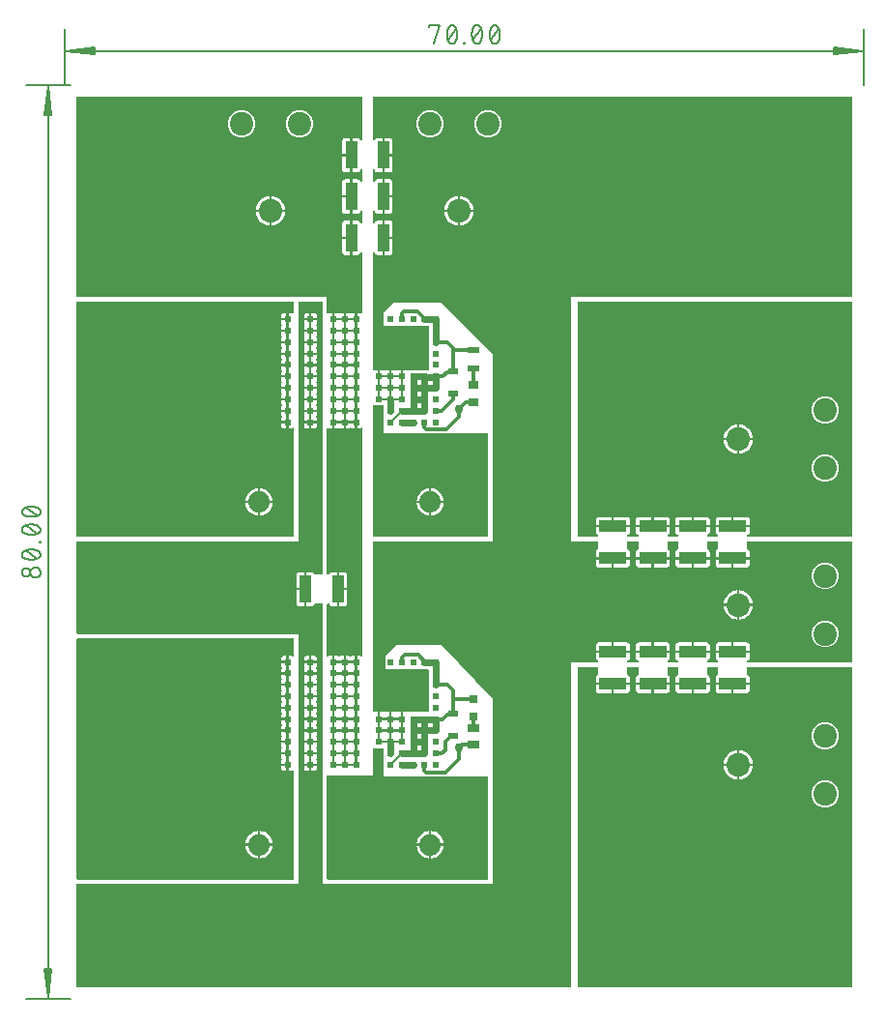
<source format=gbr>
G04 EAGLE Gerber RS-274X export*
G75*
%MOMM*%
%FSLAX34Y34*%
%LPD*%
%INTop Copper*%
%IPPOS*%
%AMOC8*
5,1,8,0,0,1.08239X$1,22.5*%
G01*
%ADD10C,0.130000*%
%ADD11C,0.152400*%
%ADD12R,0.939800X0.553200*%
%ADD13R,1.061200X2.489200*%
%ADD14R,0.609600X0.609600*%
%ADD15C,2.057400*%
%ADD16R,0.990600X0.708000*%
%ADD17R,0.799997X0.750000*%
%ADD18R,0.812800X0.756400*%
%ADD19R,1.000000X0.550000*%
%ADD20C,1.879600*%
%ADD21R,2.489200X1.061200*%
%ADD22C,0.756400*%
%ADD23C,0.600000*%
%ADD24C,0.200000*%
%ADD25C,0.300000*%

G36*
X432908Y10162D02*
X432908Y10162D01*
X432917Y10161D01*
X433005Y10182D01*
X433095Y10200D01*
X433102Y10205D01*
X433110Y10207D01*
X433183Y10261D01*
X433259Y10313D01*
X433263Y10320D01*
X433270Y10325D01*
X433317Y10403D01*
X433366Y10480D01*
X433367Y10489D01*
X433372Y10496D01*
X433399Y10660D01*
X433399Y294501D01*
X456800Y294501D01*
X456808Y294502D01*
X456817Y294501D01*
X456905Y294522D01*
X456995Y294540D01*
X457002Y294545D01*
X457010Y294547D01*
X457083Y294601D01*
X457159Y294653D01*
X457163Y294660D01*
X457170Y294665D01*
X457217Y294743D01*
X457266Y294820D01*
X457267Y294829D01*
X457272Y294836D01*
X457299Y295000D01*
X457299Y295945D01*
X457291Y295987D01*
X457292Y296030D01*
X457271Y296084D01*
X457260Y296140D01*
X457235Y296175D01*
X457219Y296216D01*
X457179Y296256D01*
X457147Y296304D01*
X457111Y296327D01*
X457081Y296358D01*
X457016Y296387D01*
X456980Y296411D01*
X456957Y296415D01*
X456929Y296427D01*
X456573Y296522D01*
X455994Y296857D01*
X455521Y297330D01*
X455186Y297909D01*
X455013Y298556D01*
X455013Y303197D01*
X469500Y303197D01*
X469508Y303198D01*
X469516Y303197D01*
X469605Y303218D01*
X469695Y303236D01*
X469702Y303241D01*
X469710Y303243D01*
X469783Y303297D01*
X469859Y303349D01*
X469863Y303356D01*
X469870Y303361D01*
X469916Y303439D01*
X469966Y303516D01*
X469967Y303525D01*
X469971Y303532D01*
X469999Y303696D01*
X469999Y304197D01*
X470001Y304197D01*
X470001Y303696D01*
X470003Y303688D01*
X470001Y303680D01*
X470022Y303591D01*
X470040Y303501D01*
X470045Y303494D01*
X470047Y303486D01*
X470101Y303413D01*
X470153Y303337D01*
X470160Y303333D01*
X470165Y303326D01*
X470243Y303280D01*
X470321Y303230D01*
X470329Y303229D01*
X470336Y303225D01*
X470500Y303197D01*
X484987Y303197D01*
X484987Y298556D01*
X484814Y297909D01*
X484479Y297330D01*
X484006Y296857D01*
X483427Y296522D01*
X483071Y296427D01*
X483032Y296408D01*
X482990Y296398D01*
X482944Y296364D01*
X482893Y296338D01*
X482865Y296305D01*
X482830Y296280D01*
X482801Y296231D01*
X482764Y296187D01*
X482751Y296146D01*
X482728Y296109D01*
X482717Y296039D01*
X482704Y295998D01*
X482706Y295974D01*
X482701Y295945D01*
X482701Y295000D01*
X482702Y294992D01*
X482701Y294983D01*
X482722Y294895D01*
X482740Y294805D01*
X482745Y294798D01*
X482747Y294790D01*
X482801Y294717D01*
X482853Y294641D01*
X482860Y294637D01*
X482865Y294630D01*
X482943Y294583D01*
X483020Y294534D01*
X483029Y294533D01*
X483036Y294528D01*
X483200Y294501D01*
X491800Y294501D01*
X491808Y294502D01*
X491817Y294501D01*
X491905Y294522D01*
X491995Y294540D01*
X492002Y294545D01*
X492010Y294547D01*
X492083Y294601D01*
X492159Y294653D01*
X492163Y294660D01*
X492170Y294665D01*
X492217Y294743D01*
X492266Y294820D01*
X492267Y294829D01*
X492272Y294836D01*
X492299Y295000D01*
X492299Y295945D01*
X492291Y295987D01*
X492292Y296030D01*
X492271Y296084D01*
X492260Y296140D01*
X492235Y296175D01*
X492219Y296216D01*
X492179Y296256D01*
X492147Y296304D01*
X492111Y296327D01*
X492081Y296358D01*
X492016Y296387D01*
X491980Y296411D01*
X491957Y296415D01*
X491929Y296427D01*
X491573Y296522D01*
X490994Y296857D01*
X490521Y297330D01*
X490186Y297909D01*
X490013Y298556D01*
X490013Y303197D01*
X504500Y303197D01*
X504508Y303198D01*
X504516Y303197D01*
X504605Y303218D01*
X504695Y303236D01*
X504702Y303241D01*
X504710Y303243D01*
X504783Y303297D01*
X504859Y303349D01*
X504863Y303356D01*
X504870Y303361D01*
X504916Y303439D01*
X504966Y303516D01*
X504967Y303525D01*
X504971Y303532D01*
X504999Y303696D01*
X504999Y304197D01*
X505001Y304197D01*
X505001Y303696D01*
X505003Y303688D01*
X505001Y303680D01*
X505022Y303591D01*
X505040Y303501D01*
X505045Y303494D01*
X505047Y303486D01*
X505101Y303413D01*
X505153Y303337D01*
X505160Y303333D01*
X505165Y303326D01*
X505243Y303280D01*
X505321Y303230D01*
X505329Y303229D01*
X505336Y303225D01*
X505500Y303197D01*
X519987Y303197D01*
X519987Y298556D01*
X519814Y297909D01*
X519479Y297330D01*
X519006Y296857D01*
X518427Y296522D01*
X518071Y296427D01*
X518032Y296408D01*
X517990Y296398D01*
X517944Y296364D01*
X517893Y296338D01*
X517865Y296305D01*
X517830Y296280D01*
X517801Y296231D01*
X517764Y296187D01*
X517750Y296146D01*
X517728Y296109D01*
X517717Y296039D01*
X517704Y295998D01*
X517706Y295974D01*
X517701Y295945D01*
X517701Y295000D01*
X517702Y294992D01*
X517701Y294983D01*
X517722Y294895D01*
X517740Y294805D01*
X517745Y294798D01*
X517747Y294790D01*
X517801Y294717D01*
X517853Y294641D01*
X517860Y294637D01*
X517865Y294630D01*
X517943Y294583D01*
X518020Y294534D01*
X518029Y294533D01*
X518036Y294528D01*
X518200Y294501D01*
X526800Y294501D01*
X526808Y294502D01*
X526817Y294501D01*
X526905Y294522D01*
X526995Y294540D01*
X527002Y294545D01*
X527010Y294547D01*
X527083Y294601D01*
X527159Y294653D01*
X527163Y294660D01*
X527170Y294665D01*
X527217Y294743D01*
X527266Y294820D01*
X527267Y294829D01*
X527272Y294836D01*
X527299Y295000D01*
X527299Y295945D01*
X527291Y295987D01*
X527292Y296030D01*
X527271Y296084D01*
X527260Y296140D01*
X527235Y296175D01*
X527219Y296216D01*
X527179Y296256D01*
X527147Y296304D01*
X527111Y296327D01*
X527081Y296358D01*
X527016Y296387D01*
X526980Y296411D01*
X526957Y296415D01*
X526929Y296427D01*
X526573Y296522D01*
X525994Y296857D01*
X525521Y297330D01*
X525186Y297909D01*
X525013Y298556D01*
X525013Y303197D01*
X539500Y303197D01*
X539508Y303198D01*
X539516Y303197D01*
X539605Y303218D01*
X539695Y303236D01*
X539702Y303241D01*
X539710Y303243D01*
X539783Y303297D01*
X539859Y303349D01*
X539863Y303356D01*
X539870Y303361D01*
X539916Y303439D01*
X539966Y303516D01*
X539967Y303525D01*
X539971Y303532D01*
X539999Y303696D01*
X539999Y304197D01*
X540001Y304197D01*
X540001Y303696D01*
X540003Y303688D01*
X540001Y303680D01*
X540022Y303591D01*
X540040Y303501D01*
X540045Y303494D01*
X540047Y303486D01*
X540101Y303413D01*
X540153Y303337D01*
X540160Y303333D01*
X540165Y303326D01*
X540243Y303280D01*
X540321Y303230D01*
X540329Y303229D01*
X540336Y303225D01*
X540500Y303197D01*
X554987Y303197D01*
X554987Y298556D01*
X554814Y297909D01*
X554479Y297330D01*
X554006Y296857D01*
X553427Y296522D01*
X553071Y296427D01*
X553032Y296408D01*
X552990Y296398D01*
X552944Y296364D01*
X552893Y296338D01*
X552865Y296305D01*
X552830Y296280D01*
X552801Y296231D01*
X552764Y296187D01*
X552750Y296146D01*
X552728Y296109D01*
X552717Y296039D01*
X552704Y295998D01*
X552706Y295974D01*
X552701Y295945D01*
X552701Y295000D01*
X552702Y294992D01*
X552701Y294983D01*
X552722Y294895D01*
X552740Y294805D01*
X552745Y294798D01*
X552747Y294790D01*
X552801Y294717D01*
X552853Y294641D01*
X552860Y294637D01*
X552865Y294630D01*
X552943Y294583D01*
X553020Y294534D01*
X553029Y294533D01*
X553036Y294528D01*
X553200Y294501D01*
X561800Y294501D01*
X561808Y294502D01*
X561817Y294501D01*
X561905Y294522D01*
X561995Y294540D01*
X562002Y294545D01*
X562010Y294547D01*
X562083Y294601D01*
X562159Y294653D01*
X562163Y294660D01*
X562170Y294665D01*
X562217Y294743D01*
X562266Y294820D01*
X562267Y294829D01*
X562272Y294836D01*
X562299Y295000D01*
X562299Y295945D01*
X562291Y295987D01*
X562292Y296030D01*
X562271Y296084D01*
X562260Y296140D01*
X562235Y296175D01*
X562219Y296216D01*
X562179Y296257D01*
X562147Y296304D01*
X562111Y296327D01*
X562080Y296358D01*
X562016Y296387D01*
X561980Y296411D01*
X561957Y296415D01*
X561929Y296427D01*
X561573Y296522D01*
X560994Y296857D01*
X560521Y297330D01*
X560186Y297909D01*
X560013Y298556D01*
X560013Y303197D01*
X574500Y303197D01*
X574508Y303198D01*
X574516Y303197D01*
X574605Y303218D01*
X574695Y303236D01*
X574702Y303241D01*
X574710Y303243D01*
X574783Y303297D01*
X574859Y303349D01*
X574863Y303356D01*
X574870Y303361D01*
X574916Y303439D01*
X574966Y303516D01*
X574967Y303525D01*
X574971Y303532D01*
X574999Y303696D01*
X574999Y304197D01*
X575001Y304197D01*
X575001Y303696D01*
X575003Y303688D01*
X575001Y303680D01*
X575022Y303591D01*
X575040Y303501D01*
X575045Y303494D01*
X575047Y303486D01*
X575101Y303413D01*
X575153Y303337D01*
X575160Y303333D01*
X575165Y303326D01*
X575243Y303280D01*
X575321Y303230D01*
X575329Y303229D01*
X575336Y303225D01*
X575500Y303197D01*
X589987Y303197D01*
X589987Y298556D01*
X589814Y297909D01*
X589479Y297330D01*
X589006Y296857D01*
X588427Y296522D01*
X588071Y296427D01*
X588032Y296408D01*
X587990Y296398D01*
X587944Y296364D01*
X587893Y296338D01*
X587865Y296305D01*
X587830Y296280D01*
X587801Y296231D01*
X587764Y296187D01*
X587750Y296146D01*
X587728Y296109D01*
X587717Y296039D01*
X587704Y295998D01*
X587706Y295974D01*
X587701Y295945D01*
X587701Y295000D01*
X587702Y294992D01*
X587701Y294983D01*
X587722Y294895D01*
X587740Y294805D01*
X587745Y294798D01*
X587747Y294790D01*
X587801Y294717D01*
X587853Y294641D01*
X587860Y294637D01*
X587865Y294630D01*
X587943Y294583D01*
X588020Y294534D01*
X588029Y294533D01*
X588036Y294528D01*
X588200Y294501D01*
X679340Y294501D01*
X679348Y294502D01*
X679357Y294501D01*
X679445Y294522D01*
X679535Y294540D01*
X679542Y294545D01*
X679550Y294547D01*
X679623Y294601D01*
X679699Y294653D01*
X679703Y294660D01*
X679710Y294665D01*
X679757Y294743D01*
X679806Y294820D01*
X679807Y294829D01*
X679812Y294836D01*
X679839Y295000D01*
X679839Y400000D01*
X679838Y400008D01*
X679839Y400017D01*
X679818Y400105D01*
X679800Y400195D01*
X679795Y400202D01*
X679793Y400210D01*
X679739Y400283D01*
X679687Y400359D01*
X679680Y400363D01*
X679675Y400370D01*
X679597Y400417D01*
X679520Y400466D01*
X679511Y400467D01*
X679504Y400472D01*
X679340Y400499D01*
X588200Y400499D01*
X588192Y400498D01*
X588183Y400499D01*
X588095Y400478D01*
X588005Y400460D01*
X587998Y400455D01*
X587990Y400453D01*
X587917Y400399D01*
X587841Y400347D01*
X587837Y400340D01*
X587830Y400335D01*
X587783Y400257D01*
X587734Y400180D01*
X587733Y400171D01*
X587728Y400164D01*
X587701Y400000D01*
X587701Y394055D01*
X587709Y394013D01*
X587708Y393970D01*
X587729Y393916D01*
X587740Y393860D01*
X587765Y393825D01*
X587781Y393784D01*
X587821Y393743D01*
X587853Y393696D01*
X587889Y393673D01*
X587920Y393642D01*
X587984Y393613D01*
X588020Y393589D01*
X588043Y393585D01*
X588071Y393573D01*
X588427Y393478D01*
X589006Y393143D01*
X589479Y392670D01*
X589814Y392091D01*
X589987Y391444D01*
X589987Y386803D01*
X575500Y386803D01*
X575492Y386801D01*
X575484Y386803D01*
X575395Y386782D01*
X575305Y386764D01*
X575298Y386759D01*
X575290Y386757D01*
X575217Y386703D01*
X575141Y386651D01*
X575137Y386644D01*
X575130Y386639D01*
X575084Y386561D01*
X575034Y386483D01*
X575033Y386475D01*
X575029Y386468D01*
X575001Y386304D01*
X575001Y385803D01*
X574999Y385803D01*
X574999Y386304D01*
X574997Y386312D01*
X574999Y386320D01*
X574978Y386409D01*
X574960Y386499D01*
X574955Y386506D01*
X574953Y386514D01*
X574899Y386587D01*
X574847Y386663D01*
X574840Y386667D01*
X574835Y386674D01*
X574757Y386720D01*
X574679Y386770D01*
X574671Y386771D01*
X574664Y386775D01*
X574500Y386803D01*
X560013Y386803D01*
X560013Y391444D01*
X560186Y392091D01*
X560521Y392670D01*
X560994Y393143D01*
X561573Y393478D01*
X561929Y393573D01*
X561968Y393592D01*
X562010Y393602D01*
X562056Y393636D01*
X562107Y393662D01*
X562135Y393695D01*
X562170Y393720D01*
X562199Y393769D01*
X562236Y393813D01*
X562249Y393854D01*
X562272Y393891D01*
X562283Y393961D01*
X562296Y394002D01*
X562294Y394026D01*
X562299Y394055D01*
X562299Y400000D01*
X562298Y400008D01*
X562299Y400017D01*
X562278Y400105D01*
X562260Y400195D01*
X562255Y400202D01*
X562253Y400210D01*
X562199Y400283D01*
X562147Y400359D01*
X562140Y400363D01*
X562135Y400370D01*
X562057Y400417D01*
X561980Y400466D01*
X561971Y400467D01*
X561964Y400472D01*
X561800Y400499D01*
X553200Y400499D01*
X553192Y400498D01*
X553183Y400499D01*
X553095Y400478D01*
X553005Y400460D01*
X552998Y400455D01*
X552990Y400453D01*
X552917Y400399D01*
X552841Y400347D01*
X552837Y400340D01*
X552830Y400335D01*
X552783Y400257D01*
X552734Y400180D01*
X552733Y400171D01*
X552728Y400164D01*
X552701Y400000D01*
X552701Y394055D01*
X552709Y394013D01*
X552708Y393970D01*
X552729Y393916D01*
X552740Y393860D01*
X552765Y393825D01*
X552781Y393784D01*
X552821Y393744D01*
X552853Y393696D01*
X552889Y393673D01*
X552919Y393642D01*
X552984Y393613D01*
X553020Y393589D01*
X553043Y393585D01*
X553071Y393573D01*
X553427Y393478D01*
X554006Y393143D01*
X554479Y392670D01*
X554814Y392091D01*
X554987Y391444D01*
X554987Y386803D01*
X540500Y386803D01*
X540492Y386801D01*
X540484Y386803D01*
X540395Y386782D01*
X540305Y386764D01*
X540298Y386759D01*
X540290Y386757D01*
X540217Y386703D01*
X540141Y386651D01*
X540137Y386644D01*
X540130Y386639D01*
X540084Y386561D01*
X540034Y386483D01*
X540033Y386475D01*
X540029Y386468D01*
X540001Y386304D01*
X540001Y385803D01*
X539999Y385803D01*
X539999Y386304D01*
X539997Y386312D01*
X539999Y386320D01*
X539978Y386409D01*
X539960Y386499D01*
X539955Y386506D01*
X539953Y386514D01*
X539899Y386587D01*
X539847Y386663D01*
X539840Y386667D01*
X539835Y386674D01*
X539757Y386720D01*
X539679Y386770D01*
X539671Y386771D01*
X539664Y386775D01*
X539500Y386803D01*
X525013Y386803D01*
X525013Y391444D01*
X525186Y392091D01*
X525521Y392670D01*
X525994Y393143D01*
X526573Y393478D01*
X526929Y393573D01*
X526968Y393592D01*
X527010Y393602D01*
X527056Y393636D01*
X527107Y393662D01*
X527135Y393695D01*
X527170Y393720D01*
X527199Y393769D01*
X527236Y393813D01*
X527250Y393854D01*
X527272Y393891D01*
X527283Y393961D01*
X527296Y394002D01*
X527294Y394026D01*
X527299Y394055D01*
X527299Y400000D01*
X527298Y400008D01*
X527299Y400017D01*
X527278Y400105D01*
X527260Y400195D01*
X527255Y400202D01*
X527253Y400210D01*
X527199Y400283D01*
X527147Y400359D01*
X527140Y400363D01*
X527135Y400370D01*
X527057Y400417D01*
X526980Y400466D01*
X526971Y400467D01*
X526964Y400472D01*
X526800Y400499D01*
X518200Y400499D01*
X518192Y400498D01*
X518183Y400499D01*
X518095Y400478D01*
X518005Y400460D01*
X517998Y400455D01*
X517990Y400453D01*
X517917Y400399D01*
X517841Y400347D01*
X517837Y400340D01*
X517830Y400335D01*
X517783Y400257D01*
X517734Y400180D01*
X517733Y400171D01*
X517728Y400164D01*
X517701Y400000D01*
X517701Y394055D01*
X517709Y394013D01*
X517708Y393970D01*
X517729Y393916D01*
X517740Y393860D01*
X517765Y393825D01*
X517781Y393784D01*
X517821Y393744D01*
X517853Y393696D01*
X517889Y393673D01*
X517919Y393642D01*
X517984Y393613D01*
X518020Y393589D01*
X518043Y393585D01*
X518071Y393573D01*
X518427Y393478D01*
X519006Y393143D01*
X519479Y392670D01*
X519814Y392091D01*
X519987Y391444D01*
X519987Y386803D01*
X505500Y386803D01*
X505492Y386801D01*
X505484Y386803D01*
X505395Y386782D01*
X505305Y386764D01*
X505298Y386759D01*
X505290Y386757D01*
X505217Y386703D01*
X505141Y386651D01*
X505137Y386644D01*
X505130Y386639D01*
X505084Y386561D01*
X505034Y386483D01*
X505033Y386475D01*
X505029Y386468D01*
X505001Y386304D01*
X505001Y385803D01*
X504999Y385803D01*
X504999Y386304D01*
X504997Y386312D01*
X504999Y386320D01*
X504978Y386409D01*
X504960Y386499D01*
X504955Y386506D01*
X504953Y386514D01*
X504899Y386587D01*
X504847Y386663D01*
X504840Y386667D01*
X504835Y386674D01*
X504757Y386720D01*
X504679Y386770D01*
X504671Y386771D01*
X504664Y386775D01*
X504500Y386803D01*
X490013Y386803D01*
X490013Y391444D01*
X490186Y392091D01*
X490521Y392670D01*
X490994Y393143D01*
X491573Y393478D01*
X491929Y393573D01*
X491968Y393592D01*
X492010Y393602D01*
X492056Y393636D01*
X492107Y393662D01*
X492135Y393695D01*
X492170Y393720D01*
X492199Y393769D01*
X492236Y393813D01*
X492250Y393854D01*
X492272Y393891D01*
X492283Y393961D01*
X492296Y394002D01*
X492294Y394026D01*
X492299Y394055D01*
X492299Y400000D01*
X492298Y400008D01*
X492299Y400017D01*
X492278Y400105D01*
X492260Y400195D01*
X492255Y400202D01*
X492253Y400210D01*
X492199Y400283D01*
X492147Y400359D01*
X492140Y400363D01*
X492135Y400370D01*
X492057Y400417D01*
X491980Y400466D01*
X491971Y400467D01*
X491964Y400472D01*
X491800Y400499D01*
X483200Y400499D01*
X483192Y400498D01*
X483183Y400499D01*
X483095Y400478D01*
X483005Y400460D01*
X482998Y400455D01*
X482990Y400453D01*
X482917Y400399D01*
X482841Y400347D01*
X482837Y400340D01*
X482830Y400335D01*
X482783Y400257D01*
X482734Y400180D01*
X482733Y400171D01*
X482728Y400164D01*
X482701Y400000D01*
X482701Y394055D01*
X482709Y394013D01*
X482708Y393970D01*
X482729Y393916D01*
X482740Y393860D01*
X482765Y393825D01*
X482781Y393784D01*
X482821Y393744D01*
X482853Y393696D01*
X482889Y393673D01*
X482919Y393642D01*
X482984Y393613D01*
X483020Y393589D01*
X483043Y393585D01*
X483071Y393573D01*
X483427Y393478D01*
X484006Y393143D01*
X484479Y392670D01*
X484814Y392091D01*
X484987Y391444D01*
X484987Y386803D01*
X470500Y386803D01*
X470492Y386801D01*
X470484Y386803D01*
X470395Y386782D01*
X470305Y386764D01*
X470298Y386759D01*
X470290Y386757D01*
X470217Y386703D01*
X470141Y386651D01*
X470137Y386644D01*
X470130Y386639D01*
X470084Y386561D01*
X470034Y386483D01*
X470033Y386475D01*
X470029Y386468D01*
X470001Y386304D01*
X470001Y385803D01*
X469999Y385803D01*
X469999Y386304D01*
X469997Y386312D01*
X469999Y386320D01*
X469978Y386409D01*
X469960Y386499D01*
X469955Y386506D01*
X469953Y386514D01*
X469899Y386587D01*
X469847Y386663D01*
X469840Y386667D01*
X469835Y386674D01*
X469757Y386720D01*
X469679Y386770D01*
X469671Y386771D01*
X469664Y386775D01*
X469500Y386803D01*
X455013Y386803D01*
X455013Y391444D01*
X455186Y392091D01*
X455521Y392670D01*
X455994Y393143D01*
X456573Y393478D01*
X456929Y393573D01*
X456968Y393592D01*
X457010Y393602D01*
X457056Y393636D01*
X457107Y393662D01*
X457135Y393695D01*
X457170Y393720D01*
X457199Y393769D01*
X457236Y393813D01*
X457250Y393854D01*
X457272Y393891D01*
X457283Y393961D01*
X457296Y394002D01*
X457294Y394026D01*
X457299Y394055D01*
X457299Y400000D01*
X457298Y400008D01*
X457299Y400017D01*
X457278Y400105D01*
X457260Y400195D01*
X457255Y400202D01*
X457253Y400210D01*
X457199Y400283D01*
X457147Y400359D01*
X457140Y400363D01*
X457135Y400370D01*
X457057Y400417D01*
X456980Y400466D01*
X456971Y400467D01*
X456964Y400472D01*
X456800Y400499D01*
X433399Y400499D01*
X433399Y614501D01*
X679340Y614501D01*
X679348Y614502D01*
X679357Y614501D01*
X679445Y614522D01*
X679535Y614540D01*
X679542Y614545D01*
X679550Y614547D01*
X679623Y614601D01*
X679699Y614653D01*
X679703Y614660D01*
X679710Y614665D01*
X679757Y614743D01*
X679806Y614820D01*
X679807Y614829D01*
X679812Y614836D01*
X679839Y615000D01*
X679839Y789340D01*
X679838Y789348D01*
X679839Y789357D01*
X679818Y789445D01*
X679800Y789535D01*
X679795Y789542D01*
X679793Y789550D01*
X679739Y789623D01*
X679687Y789699D01*
X679680Y789703D01*
X679675Y789710D01*
X679597Y789757D01*
X679520Y789806D01*
X679511Y789807D01*
X679504Y789812D01*
X679340Y789839D01*
X260000Y789839D01*
X259992Y789838D01*
X259983Y789839D01*
X259895Y789818D01*
X259805Y789800D01*
X259798Y789795D01*
X259790Y789793D01*
X259717Y789739D01*
X259641Y789687D01*
X259637Y789680D01*
X259630Y789675D01*
X259583Y789597D01*
X259534Y789520D01*
X259533Y789511D01*
X259528Y789504D01*
X259501Y789340D01*
X259501Y752000D01*
X259502Y751992D01*
X259501Y751983D01*
X259522Y751895D01*
X259540Y751805D01*
X259545Y751798D01*
X259547Y751790D01*
X259601Y751717D01*
X259653Y751641D01*
X259660Y751637D01*
X259665Y751630D01*
X259743Y751583D01*
X259820Y751534D01*
X259829Y751533D01*
X259836Y751528D01*
X260000Y751501D01*
X260945Y751501D01*
X260987Y751509D01*
X261030Y751508D01*
X261084Y751529D01*
X261140Y751540D01*
X261175Y751565D01*
X261216Y751581D01*
X261256Y751621D01*
X261304Y751653D01*
X261327Y751689D01*
X261358Y751719D01*
X261387Y751784D01*
X261411Y751820D01*
X261415Y751843D01*
X261427Y751871D01*
X261522Y752227D01*
X261857Y752806D01*
X262330Y753279D01*
X262909Y753614D01*
X263556Y753787D01*
X268197Y753787D01*
X268197Y739300D01*
X268198Y739292D01*
X268197Y739284D01*
X268218Y739195D01*
X268236Y739105D01*
X268241Y739098D01*
X268243Y739090D01*
X268297Y739017D01*
X268349Y738941D01*
X268356Y738937D01*
X268361Y738930D01*
X268439Y738884D01*
X268516Y738834D01*
X268525Y738833D01*
X268532Y738829D01*
X268696Y738801D01*
X269197Y738801D01*
X269197Y738799D01*
X268696Y738799D01*
X268688Y738797D01*
X268680Y738799D01*
X268591Y738778D01*
X268501Y738760D01*
X268494Y738755D01*
X268486Y738753D01*
X268413Y738699D01*
X268337Y738647D01*
X268333Y738640D01*
X268326Y738635D01*
X268280Y738557D01*
X268230Y738479D01*
X268229Y738471D01*
X268225Y738464D01*
X268197Y738300D01*
X268197Y723813D01*
X263556Y723813D01*
X262909Y723986D01*
X262330Y724321D01*
X261857Y724794D01*
X261522Y725373D01*
X261427Y725729D01*
X261409Y725766D01*
X261401Y725796D01*
X261401Y725797D01*
X261398Y725810D01*
X261364Y725856D01*
X261338Y725907D01*
X261305Y725935D01*
X261280Y725970D01*
X261231Y725999D01*
X261187Y726036D01*
X261146Y726050D01*
X261109Y726072D01*
X261039Y726083D01*
X260998Y726096D01*
X260974Y726094D01*
X260945Y726099D01*
X260000Y726099D01*
X259992Y726098D01*
X259983Y726099D01*
X259895Y726078D01*
X259805Y726060D01*
X259798Y726055D01*
X259790Y726053D01*
X259717Y725999D01*
X259641Y725947D01*
X259637Y725940D01*
X259630Y725935D01*
X259583Y725857D01*
X259534Y725780D01*
X259533Y725771D01*
X259528Y725764D01*
X259501Y725600D01*
X259501Y715800D01*
X259502Y715792D01*
X259501Y715783D01*
X259522Y715695D01*
X259540Y715605D01*
X259545Y715598D01*
X259547Y715590D01*
X259601Y715517D01*
X259653Y715441D01*
X259660Y715437D01*
X259665Y715430D01*
X259743Y715383D01*
X259820Y715334D01*
X259829Y715333D01*
X259836Y715328D01*
X260000Y715301D01*
X260945Y715301D01*
X260987Y715309D01*
X261030Y715308D01*
X261084Y715329D01*
X261140Y715340D01*
X261175Y715365D01*
X261216Y715381D01*
X261256Y715421D01*
X261304Y715453D01*
X261327Y715489D01*
X261358Y715519D01*
X261387Y715584D01*
X261411Y715620D01*
X261415Y715643D01*
X261427Y715671D01*
X261522Y716027D01*
X261857Y716606D01*
X262330Y717079D01*
X262909Y717414D01*
X263556Y717587D01*
X268197Y717587D01*
X268197Y703100D01*
X268198Y703092D01*
X268197Y703084D01*
X268218Y702995D01*
X268236Y702905D01*
X268241Y702898D01*
X268243Y702890D01*
X268297Y702817D01*
X268349Y702741D01*
X268356Y702737D01*
X268361Y702730D01*
X268439Y702684D01*
X268516Y702634D01*
X268525Y702633D01*
X268532Y702629D01*
X268696Y702601D01*
X269197Y702601D01*
X269197Y702599D01*
X268696Y702599D01*
X268688Y702597D01*
X268680Y702599D01*
X268591Y702578D01*
X268501Y702560D01*
X268494Y702555D01*
X268486Y702553D01*
X268413Y702499D01*
X268337Y702447D01*
X268333Y702440D01*
X268326Y702435D01*
X268280Y702357D01*
X268230Y702279D01*
X268229Y702271D01*
X268225Y702264D01*
X268197Y702100D01*
X268197Y687613D01*
X263556Y687613D01*
X262909Y687786D01*
X262330Y688121D01*
X261857Y688594D01*
X261522Y689173D01*
X261427Y689529D01*
X261408Y689568D01*
X261398Y689610D01*
X261364Y689656D01*
X261338Y689707D01*
X261305Y689735D01*
X261280Y689770D01*
X261231Y689799D01*
X261187Y689836D01*
X261146Y689850D01*
X261109Y689872D01*
X261039Y689883D01*
X260998Y689896D01*
X260974Y689894D01*
X260945Y689899D01*
X260000Y689899D01*
X259992Y689898D01*
X259983Y689899D01*
X259895Y689878D01*
X259805Y689860D01*
X259798Y689855D01*
X259790Y689853D01*
X259717Y689799D01*
X259641Y689747D01*
X259637Y689740D01*
X259630Y689735D01*
X259583Y689657D01*
X259534Y689580D01*
X259533Y689571D01*
X259528Y689564D01*
X259501Y689400D01*
X259501Y679600D01*
X259502Y679592D01*
X259501Y679583D01*
X259522Y679495D01*
X259540Y679405D01*
X259545Y679398D01*
X259547Y679390D01*
X259601Y679317D01*
X259653Y679241D01*
X259660Y679237D01*
X259665Y679230D01*
X259743Y679183D01*
X259820Y679134D01*
X259829Y679133D01*
X259836Y679128D01*
X260000Y679101D01*
X260945Y679101D01*
X260987Y679109D01*
X261030Y679108D01*
X261084Y679129D01*
X261140Y679140D01*
X261175Y679165D01*
X261216Y679181D01*
X261256Y679221D01*
X261304Y679253D01*
X261327Y679289D01*
X261358Y679319D01*
X261387Y679384D01*
X261411Y679420D01*
X261415Y679443D01*
X261427Y679471D01*
X261522Y679827D01*
X261857Y680406D01*
X262330Y680879D01*
X262909Y681214D01*
X263556Y681387D01*
X268197Y681387D01*
X268197Y666900D01*
X268198Y666892D01*
X268197Y666884D01*
X268218Y666795D01*
X268236Y666705D01*
X268241Y666698D01*
X268243Y666690D01*
X268297Y666617D01*
X268349Y666541D01*
X268356Y666537D01*
X268361Y666530D01*
X268439Y666484D01*
X268516Y666434D01*
X268525Y666433D01*
X268532Y666429D01*
X268696Y666401D01*
X269197Y666401D01*
X269197Y666399D01*
X268696Y666399D01*
X268688Y666397D01*
X268680Y666399D01*
X268591Y666378D01*
X268501Y666360D01*
X268494Y666355D01*
X268486Y666353D01*
X268413Y666299D01*
X268337Y666247D01*
X268333Y666240D01*
X268326Y666235D01*
X268280Y666157D01*
X268230Y666079D01*
X268229Y666071D01*
X268225Y666064D01*
X268197Y665900D01*
X268197Y651413D01*
X263556Y651413D01*
X262909Y651586D01*
X262330Y651921D01*
X261857Y652394D01*
X261522Y652973D01*
X261427Y653329D01*
X261408Y653367D01*
X261399Y653405D01*
X261398Y653410D01*
X261364Y653456D01*
X261338Y653507D01*
X261305Y653535D01*
X261280Y653570D01*
X261231Y653599D01*
X261187Y653636D01*
X261146Y653650D01*
X261109Y653672D01*
X261039Y653683D01*
X260998Y653696D01*
X260974Y653694D01*
X260945Y653699D01*
X260000Y653699D01*
X259992Y653698D01*
X259983Y653699D01*
X259895Y653678D01*
X259805Y653660D01*
X259798Y653655D01*
X259790Y653653D01*
X259717Y653599D01*
X259641Y653547D01*
X259637Y653540D01*
X259630Y653535D01*
X259583Y653457D01*
X259534Y653380D01*
X259533Y653371D01*
X259528Y653364D01*
X259501Y653200D01*
X259501Y551250D01*
X259502Y551242D01*
X259501Y551233D01*
X259522Y551145D01*
X259540Y551055D01*
X259545Y551048D01*
X259547Y551040D01*
X259601Y550967D01*
X259653Y550891D01*
X259660Y550887D01*
X259665Y550880D01*
X259743Y550833D01*
X259820Y550784D01*
X259829Y550783D01*
X259836Y550778D01*
X260000Y550751D01*
X264001Y550751D01*
X264001Y545500D01*
X264002Y545492D01*
X264001Y545484D01*
X264022Y545395D01*
X264040Y545305D01*
X264045Y545298D01*
X264047Y545290D01*
X264101Y545217D01*
X264153Y545141D01*
X264160Y545137D01*
X264165Y545130D01*
X264243Y545084D01*
X264320Y545034D01*
X264329Y545033D01*
X264336Y545029D01*
X264500Y545001D01*
X265001Y545001D01*
X265001Y544999D01*
X264500Y544999D01*
X264492Y544997D01*
X264484Y544999D01*
X264395Y544978D01*
X264305Y544960D01*
X264298Y544955D01*
X264290Y544953D01*
X264217Y544899D01*
X264141Y544847D01*
X264137Y544840D01*
X264130Y544835D01*
X264084Y544757D01*
X264034Y544679D01*
X264033Y544671D01*
X264029Y544664D01*
X264001Y544500D01*
X264001Y535500D01*
X264002Y535492D01*
X264001Y535484D01*
X264022Y535395D01*
X264040Y535305D01*
X264045Y535298D01*
X264047Y535290D01*
X264101Y535217D01*
X264153Y535141D01*
X264160Y535137D01*
X264165Y535130D01*
X264243Y535084D01*
X264320Y535034D01*
X264329Y535033D01*
X264336Y535029D01*
X264500Y535001D01*
X265001Y535001D01*
X265001Y534999D01*
X264500Y534999D01*
X264492Y534997D01*
X264484Y534999D01*
X264395Y534978D01*
X264305Y534960D01*
X264298Y534955D01*
X264290Y534953D01*
X264217Y534899D01*
X264141Y534847D01*
X264137Y534840D01*
X264130Y534835D01*
X264084Y534757D01*
X264034Y534679D01*
X264033Y534671D01*
X264029Y534664D01*
X264001Y534500D01*
X264001Y525500D01*
X264002Y525492D01*
X264001Y525484D01*
X264022Y525395D01*
X264040Y525305D01*
X264045Y525298D01*
X264047Y525290D01*
X264101Y525217D01*
X264153Y525141D01*
X264160Y525137D01*
X264165Y525130D01*
X264243Y525084D01*
X264320Y525034D01*
X264329Y525033D01*
X264336Y525029D01*
X264500Y525001D01*
X265001Y525001D01*
X265001Y525000D01*
X265003Y524992D01*
X265001Y524983D01*
X265022Y524895D01*
X265040Y524805D01*
X265045Y524798D01*
X265047Y524790D01*
X265101Y524717D01*
X265153Y524641D01*
X265160Y524637D01*
X265165Y524630D01*
X265243Y524583D01*
X265321Y524534D01*
X265329Y524533D01*
X265336Y524528D01*
X265500Y524501D01*
X274500Y524501D01*
X274508Y524502D01*
X274516Y524501D01*
X274605Y524522D01*
X274695Y524540D01*
X274702Y524545D01*
X274710Y524547D01*
X274783Y524601D01*
X274859Y524653D01*
X274863Y524660D01*
X274870Y524665D01*
X274916Y524743D01*
X274966Y524820D01*
X274967Y524829D01*
X274971Y524836D01*
X274999Y525000D01*
X274999Y525001D01*
X275001Y525001D01*
X275001Y525000D01*
X275003Y524992D01*
X275001Y524983D01*
X275022Y524895D01*
X275040Y524805D01*
X275045Y524798D01*
X275047Y524790D01*
X275101Y524717D01*
X275153Y524641D01*
X275160Y524637D01*
X275165Y524630D01*
X275243Y524583D01*
X275321Y524534D01*
X275329Y524533D01*
X275336Y524528D01*
X275500Y524501D01*
X284500Y524501D01*
X284508Y524502D01*
X284516Y524501D01*
X284605Y524522D01*
X284695Y524540D01*
X284702Y524545D01*
X284710Y524547D01*
X284783Y524601D01*
X284859Y524653D01*
X284863Y524660D01*
X284870Y524665D01*
X284916Y524743D01*
X284966Y524820D01*
X284967Y524829D01*
X284971Y524836D01*
X284999Y525000D01*
X284999Y525001D01*
X285500Y525001D01*
X285508Y525003D01*
X285516Y525001D01*
X285605Y525022D01*
X285695Y525040D01*
X285702Y525045D01*
X285710Y525047D01*
X285783Y525101D01*
X285859Y525153D01*
X285863Y525160D01*
X285870Y525165D01*
X285916Y525243D01*
X285966Y525321D01*
X285967Y525329D01*
X285971Y525336D01*
X285999Y525500D01*
X285999Y534500D01*
X285997Y534508D01*
X285999Y534516D01*
X285978Y534605D01*
X285960Y534695D01*
X285955Y534702D01*
X285953Y534710D01*
X285899Y534783D01*
X285847Y534859D01*
X285840Y534863D01*
X285835Y534870D01*
X285757Y534916D01*
X285679Y534966D01*
X285671Y534967D01*
X285664Y534971D01*
X285500Y534999D01*
X284999Y534999D01*
X284999Y535001D01*
X285500Y535001D01*
X285508Y535003D01*
X285516Y535001D01*
X285605Y535022D01*
X285695Y535040D01*
X285702Y535045D01*
X285710Y535047D01*
X285783Y535101D01*
X285859Y535153D01*
X285863Y535160D01*
X285870Y535165D01*
X285916Y535243D01*
X285966Y535321D01*
X285967Y535329D01*
X285971Y535336D01*
X285999Y535500D01*
X285999Y544500D01*
X285997Y544508D01*
X285999Y544516D01*
X285978Y544605D01*
X285960Y544695D01*
X285955Y544702D01*
X285953Y544710D01*
X285899Y544783D01*
X285847Y544859D01*
X285840Y544863D01*
X285835Y544870D01*
X285757Y544916D01*
X285679Y544966D01*
X285671Y544967D01*
X285664Y544971D01*
X285500Y544999D01*
X284999Y544999D01*
X284999Y545001D01*
X285500Y545001D01*
X285508Y545003D01*
X285516Y545001D01*
X285605Y545022D01*
X285695Y545040D01*
X285702Y545045D01*
X285710Y545047D01*
X285783Y545101D01*
X285859Y545153D01*
X285863Y545160D01*
X285870Y545165D01*
X285916Y545243D01*
X285966Y545321D01*
X285967Y545329D01*
X285971Y545336D01*
X285999Y545500D01*
X285999Y550751D01*
X308700Y550751D01*
X308708Y550752D01*
X308717Y550751D01*
X308805Y550772D01*
X308895Y550790D01*
X308902Y550795D01*
X308910Y550797D01*
X308983Y550851D01*
X309059Y550903D01*
X309063Y550910D01*
X309070Y550915D01*
X309117Y550993D01*
X309166Y551070D01*
X309167Y551079D01*
X309172Y551086D01*
X309199Y551250D01*
X309199Y589050D01*
X309198Y589058D01*
X309199Y589067D01*
X309178Y589155D01*
X309160Y589245D01*
X309155Y589252D01*
X309153Y589260D01*
X309099Y589333D01*
X309047Y589409D01*
X309040Y589413D01*
X309035Y589420D01*
X308957Y589467D01*
X308880Y589516D01*
X308871Y589517D01*
X308864Y589522D01*
X308700Y589549D01*
X269499Y589549D01*
X269499Y600881D01*
X277955Y609251D01*
X320043Y609251D01*
X364501Y564793D01*
X364501Y400499D01*
X260000Y400499D01*
X259992Y400498D01*
X259983Y400499D01*
X259895Y400478D01*
X259805Y400460D01*
X259798Y400455D01*
X259790Y400453D01*
X259717Y400399D01*
X259641Y400347D01*
X259637Y400340D01*
X259630Y400335D01*
X259583Y400257D01*
X259534Y400180D01*
X259533Y400171D01*
X259528Y400164D01*
X259501Y400000D01*
X259501Y251850D01*
X259502Y251842D01*
X259501Y251833D01*
X259522Y251745D01*
X259540Y251655D01*
X259545Y251648D01*
X259547Y251640D01*
X259601Y251567D01*
X259653Y251491D01*
X259660Y251487D01*
X259665Y251480D01*
X259743Y251433D01*
X259820Y251384D01*
X259829Y251383D01*
X259836Y251378D01*
X260000Y251351D01*
X264001Y251351D01*
X264001Y245500D01*
X264002Y245492D01*
X264001Y245484D01*
X264022Y245395D01*
X264040Y245305D01*
X264045Y245298D01*
X264047Y245290D01*
X264101Y245217D01*
X264153Y245141D01*
X264160Y245137D01*
X264165Y245130D01*
X264243Y245084D01*
X264320Y245034D01*
X264329Y245033D01*
X264336Y245029D01*
X264500Y245001D01*
X265001Y245001D01*
X265001Y244999D01*
X264500Y244999D01*
X264492Y244997D01*
X264484Y244999D01*
X264395Y244978D01*
X264305Y244960D01*
X264298Y244955D01*
X264290Y244953D01*
X264217Y244899D01*
X264141Y244847D01*
X264137Y244840D01*
X264130Y244835D01*
X264084Y244757D01*
X264034Y244679D01*
X264033Y244671D01*
X264029Y244664D01*
X264001Y244500D01*
X264001Y235500D01*
X264002Y235492D01*
X264001Y235484D01*
X264022Y235395D01*
X264040Y235305D01*
X264045Y235298D01*
X264047Y235290D01*
X264101Y235217D01*
X264153Y235141D01*
X264160Y235137D01*
X264165Y235130D01*
X264243Y235084D01*
X264320Y235034D01*
X264329Y235033D01*
X264336Y235029D01*
X264500Y235001D01*
X265001Y235001D01*
X265001Y234999D01*
X264500Y234999D01*
X264492Y234997D01*
X264484Y234999D01*
X264395Y234978D01*
X264305Y234960D01*
X264298Y234955D01*
X264290Y234953D01*
X264217Y234899D01*
X264141Y234847D01*
X264137Y234840D01*
X264130Y234835D01*
X264084Y234757D01*
X264034Y234679D01*
X264033Y234671D01*
X264029Y234664D01*
X264001Y234500D01*
X264001Y225500D01*
X264002Y225492D01*
X264001Y225484D01*
X264022Y225395D01*
X264040Y225305D01*
X264045Y225298D01*
X264047Y225290D01*
X264101Y225217D01*
X264153Y225141D01*
X264160Y225137D01*
X264165Y225130D01*
X264243Y225084D01*
X264320Y225034D01*
X264329Y225033D01*
X264336Y225029D01*
X264500Y225001D01*
X265001Y225001D01*
X265001Y224500D01*
X265003Y224492D01*
X265001Y224484D01*
X265022Y224395D01*
X265040Y224305D01*
X265045Y224298D01*
X265047Y224290D01*
X265101Y224217D01*
X265153Y224141D01*
X265160Y224137D01*
X265165Y224130D01*
X265243Y224084D01*
X265321Y224034D01*
X265329Y224033D01*
X265336Y224029D01*
X265500Y224001D01*
X274500Y224001D01*
X274508Y224002D01*
X274516Y224001D01*
X274605Y224022D01*
X274695Y224040D01*
X274702Y224045D01*
X274710Y224047D01*
X274783Y224101D01*
X274859Y224153D01*
X274863Y224160D01*
X274870Y224165D01*
X274916Y224243D01*
X274966Y224320D01*
X274967Y224329D01*
X274971Y224336D01*
X274999Y224500D01*
X274999Y225001D01*
X275001Y225001D01*
X275001Y224500D01*
X275003Y224492D01*
X275001Y224484D01*
X275022Y224395D01*
X275040Y224305D01*
X275045Y224298D01*
X275047Y224290D01*
X275101Y224217D01*
X275153Y224141D01*
X275160Y224137D01*
X275165Y224130D01*
X275243Y224084D01*
X275321Y224034D01*
X275329Y224033D01*
X275336Y224029D01*
X275500Y224001D01*
X284500Y224001D01*
X284508Y224002D01*
X284516Y224001D01*
X284605Y224022D01*
X284695Y224040D01*
X284702Y224045D01*
X284710Y224047D01*
X284783Y224101D01*
X284859Y224153D01*
X284863Y224160D01*
X284870Y224165D01*
X284916Y224243D01*
X284966Y224320D01*
X284967Y224329D01*
X284971Y224336D01*
X284999Y224500D01*
X284999Y225001D01*
X285500Y225001D01*
X285508Y225003D01*
X285516Y225001D01*
X285605Y225022D01*
X285695Y225040D01*
X285702Y225045D01*
X285710Y225047D01*
X285783Y225101D01*
X285859Y225153D01*
X285863Y225160D01*
X285870Y225165D01*
X285916Y225243D01*
X285966Y225321D01*
X285967Y225329D01*
X285971Y225336D01*
X285999Y225500D01*
X285999Y234500D01*
X285997Y234508D01*
X285999Y234516D01*
X285978Y234605D01*
X285960Y234695D01*
X285955Y234702D01*
X285953Y234710D01*
X285899Y234783D01*
X285847Y234859D01*
X285840Y234863D01*
X285835Y234870D01*
X285757Y234916D01*
X285679Y234966D01*
X285671Y234967D01*
X285664Y234971D01*
X285500Y234999D01*
X284999Y234999D01*
X284999Y235001D01*
X285500Y235001D01*
X285508Y235003D01*
X285516Y235001D01*
X285605Y235022D01*
X285695Y235040D01*
X285702Y235045D01*
X285710Y235047D01*
X285783Y235101D01*
X285859Y235153D01*
X285863Y235160D01*
X285870Y235165D01*
X285916Y235243D01*
X285966Y235321D01*
X285967Y235329D01*
X285971Y235336D01*
X285999Y235500D01*
X285999Y244500D01*
X285997Y244508D01*
X285999Y244516D01*
X285978Y244605D01*
X285960Y244695D01*
X285955Y244702D01*
X285953Y244710D01*
X285899Y244783D01*
X285847Y244859D01*
X285840Y244863D01*
X285835Y244870D01*
X285757Y244916D01*
X285679Y244966D01*
X285671Y244967D01*
X285664Y244971D01*
X285500Y244999D01*
X284999Y244999D01*
X284999Y245001D01*
X285500Y245001D01*
X285508Y245003D01*
X285516Y245001D01*
X285605Y245022D01*
X285695Y245040D01*
X285702Y245045D01*
X285710Y245047D01*
X285783Y245101D01*
X285859Y245153D01*
X285863Y245160D01*
X285870Y245165D01*
X285916Y245243D01*
X285966Y245321D01*
X285967Y245329D01*
X285971Y245336D01*
X285999Y245500D01*
X285999Y251351D01*
X308150Y251351D01*
X308158Y251352D01*
X308167Y251351D01*
X308255Y251372D01*
X308345Y251390D01*
X308352Y251395D01*
X308360Y251397D01*
X308433Y251451D01*
X308509Y251503D01*
X308513Y251510D01*
X308520Y251515D01*
X308567Y251593D01*
X308616Y251670D01*
X308617Y251679D01*
X308622Y251686D01*
X308649Y251850D01*
X308649Y287900D01*
X308648Y287908D01*
X308649Y287917D01*
X308628Y288005D01*
X308610Y288095D01*
X308605Y288102D01*
X308603Y288110D01*
X308549Y288183D01*
X308497Y288259D01*
X308490Y288263D01*
X308485Y288270D01*
X308407Y288317D01*
X308330Y288366D01*
X308321Y288367D01*
X308314Y288372D01*
X308150Y288399D01*
X270499Y288399D01*
X270499Y291042D01*
X270497Y291054D01*
X270499Y291067D01*
X270477Y291151D01*
X270460Y291237D01*
X270453Y291247D01*
X270449Y291259D01*
X270427Y291290D01*
X270427Y298717D01*
X270463Y298771D01*
X270465Y298783D01*
X270472Y298794D01*
X270499Y298958D01*
X270499Y299898D01*
X270500Y299899D01*
X279993Y309501D01*
X320036Y309501D01*
X364501Y262811D01*
X364501Y100499D01*
X215499Y100499D01*
X215499Y345600D01*
X215498Y345608D01*
X215499Y345617D01*
X215478Y345705D01*
X215460Y345795D01*
X215455Y345802D01*
X215453Y345810D01*
X215399Y345883D01*
X215347Y345959D01*
X215340Y345963D01*
X215335Y345970D01*
X215257Y346017D01*
X215180Y346066D01*
X215171Y346067D01*
X215164Y346072D01*
X215000Y346099D01*
X209055Y346099D01*
X209013Y346091D01*
X208970Y346092D01*
X208916Y346071D01*
X208860Y346060D01*
X208825Y346035D01*
X208784Y346019D01*
X208744Y345979D01*
X208696Y345947D01*
X208673Y345911D01*
X208642Y345881D01*
X208613Y345816D01*
X208589Y345780D01*
X208585Y345757D01*
X208573Y345729D01*
X208478Y345373D01*
X208143Y344794D01*
X207670Y344321D01*
X207091Y343986D01*
X206444Y343813D01*
X201803Y343813D01*
X201803Y358300D01*
X201801Y358308D01*
X201803Y358316D01*
X201782Y358405D01*
X201764Y358495D01*
X201759Y358502D01*
X201757Y358510D01*
X201703Y358583D01*
X201651Y358659D01*
X201644Y358663D01*
X201639Y358670D01*
X201561Y358716D01*
X201483Y358766D01*
X201475Y358767D01*
X201468Y358771D01*
X201304Y358799D01*
X200803Y358799D01*
X200803Y358801D01*
X201304Y358801D01*
X201312Y358803D01*
X201320Y358801D01*
X201409Y358822D01*
X201499Y358840D01*
X201506Y358845D01*
X201514Y358847D01*
X201587Y358901D01*
X201663Y358953D01*
X201667Y358960D01*
X201674Y358965D01*
X201720Y359043D01*
X201770Y359121D01*
X201771Y359129D01*
X201775Y359136D01*
X201803Y359300D01*
X201803Y373787D01*
X206444Y373787D01*
X207091Y373614D01*
X207670Y373279D01*
X208143Y372806D01*
X208478Y372227D01*
X208573Y371871D01*
X208592Y371832D01*
X208602Y371790D01*
X208636Y371744D01*
X208662Y371693D01*
X208695Y371665D01*
X208720Y371630D01*
X208769Y371601D01*
X208813Y371564D01*
X208854Y371550D01*
X208891Y371528D01*
X208961Y371517D01*
X209002Y371504D01*
X209026Y371506D01*
X209055Y371501D01*
X215000Y371501D01*
X215008Y371502D01*
X215017Y371501D01*
X215105Y371522D01*
X215195Y371540D01*
X215202Y371545D01*
X215210Y371547D01*
X215283Y371601D01*
X215359Y371653D01*
X215363Y371660D01*
X215370Y371665D01*
X215417Y371743D01*
X215466Y371820D01*
X215467Y371829D01*
X215472Y371836D01*
X215499Y372000D01*
X215499Y610000D01*
X215498Y610008D01*
X215499Y610017D01*
X215478Y610105D01*
X215460Y610195D01*
X215455Y610202D01*
X215453Y610210D01*
X215399Y610283D01*
X215347Y610359D01*
X215340Y610363D01*
X215335Y610370D01*
X215257Y610417D01*
X215180Y610466D01*
X215171Y610467D01*
X215164Y610472D01*
X215000Y610499D01*
X195000Y610499D01*
X194992Y610498D01*
X194983Y610499D01*
X194895Y610478D01*
X194805Y610460D01*
X194798Y610455D01*
X194790Y610453D01*
X194717Y610399D01*
X194641Y610347D01*
X194637Y610340D01*
X194630Y610335D01*
X194583Y610257D01*
X194534Y610180D01*
X194533Y610171D01*
X194528Y610164D01*
X194501Y610000D01*
X194501Y400499D01*
X660Y400499D01*
X652Y400498D01*
X643Y400499D01*
X555Y400478D01*
X465Y400460D01*
X458Y400455D01*
X450Y400453D01*
X377Y400399D01*
X301Y400347D01*
X297Y400340D01*
X290Y400335D01*
X243Y400257D01*
X194Y400180D01*
X193Y400171D01*
X188Y400164D01*
X161Y400000D01*
X161Y320000D01*
X162Y319992D01*
X161Y319983D01*
X182Y319895D01*
X200Y319805D01*
X205Y319798D01*
X207Y319790D01*
X261Y319717D01*
X313Y319641D01*
X320Y319637D01*
X325Y319630D01*
X403Y319583D01*
X480Y319534D01*
X489Y319533D01*
X496Y319528D01*
X660Y319501D01*
X194501Y319501D01*
X194501Y100499D01*
X660Y100499D01*
X652Y100498D01*
X643Y100499D01*
X555Y100478D01*
X465Y100460D01*
X458Y100455D01*
X450Y100453D01*
X377Y100399D01*
X301Y100347D01*
X297Y100340D01*
X290Y100335D01*
X243Y100257D01*
X194Y100180D01*
X193Y100171D01*
X188Y100164D01*
X161Y100000D01*
X161Y10660D01*
X162Y10652D01*
X161Y10643D01*
X182Y10555D01*
X200Y10465D01*
X205Y10458D01*
X207Y10450D01*
X261Y10377D01*
X313Y10301D01*
X320Y10297D01*
X325Y10290D01*
X403Y10243D01*
X480Y10194D01*
X489Y10193D01*
X496Y10188D01*
X660Y10161D01*
X432900Y10161D01*
X432908Y10162D01*
G37*
G36*
X679348Y10162D02*
X679348Y10162D01*
X679357Y10161D01*
X679445Y10182D01*
X679535Y10200D01*
X679542Y10205D01*
X679550Y10207D01*
X679623Y10261D01*
X679699Y10313D01*
X679703Y10320D01*
X679710Y10325D01*
X679757Y10403D01*
X679806Y10480D01*
X679807Y10489D01*
X679812Y10496D01*
X679839Y10660D01*
X679839Y290000D01*
X679838Y290008D01*
X679839Y290017D01*
X679818Y290105D01*
X679800Y290195D01*
X679795Y290202D01*
X679793Y290210D01*
X679739Y290283D01*
X679687Y290359D01*
X679680Y290363D01*
X679675Y290370D01*
X679597Y290417D01*
X679520Y290466D01*
X679511Y290467D01*
X679504Y290472D01*
X679340Y290499D01*
X588200Y290499D01*
X588192Y290498D01*
X588183Y290499D01*
X588095Y290478D01*
X588005Y290460D01*
X587998Y290455D01*
X587990Y290453D01*
X587917Y290399D01*
X587841Y290347D01*
X587837Y290340D01*
X587830Y290335D01*
X587783Y290257D01*
X587734Y290180D01*
X587733Y290171D01*
X587728Y290164D01*
X587701Y290000D01*
X587701Y284055D01*
X587709Y284013D01*
X587708Y283970D01*
X587729Y283916D01*
X587740Y283860D01*
X587765Y283825D01*
X587781Y283784D01*
X587821Y283744D01*
X587853Y283696D01*
X587889Y283673D01*
X587919Y283642D01*
X587984Y283613D01*
X588020Y283589D01*
X588043Y283585D01*
X588071Y283573D01*
X588427Y283478D01*
X589006Y283143D01*
X589479Y282670D01*
X589814Y282091D01*
X589987Y281444D01*
X589987Y276803D01*
X575500Y276803D01*
X575492Y276801D01*
X575484Y276803D01*
X575395Y276782D01*
X575305Y276764D01*
X575298Y276759D01*
X575290Y276757D01*
X575217Y276703D01*
X575141Y276651D01*
X575137Y276644D01*
X575130Y276639D01*
X575084Y276561D01*
X575034Y276483D01*
X575033Y276475D01*
X575029Y276468D01*
X575001Y276304D01*
X575001Y275803D01*
X574999Y275803D01*
X574999Y276304D01*
X574997Y276312D01*
X574999Y276320D01*
X574978Y276409D01*
X574960Y276499D01*
X574955Y276506D01*
X574953Y276514D01*
X574899Y276587D01*
X574847Y276663D01*
X574840Y276667D01*
X574835Y276674D01*
X574757Y276720D01*
X574679Y276770D01*
X574671Y276771D01*
X574664Y276775D01*
X574500Y276803D01*
X560013Y276803D01*
X560013Y281444D01*
X560186Y282091D01*
X560521Y282670D01*
X560994Y283143D01*
X561573Y283478D01*
X561929Y283573D01*
X561968Y283592D01*
X562010Y283602D01*
X562056Y283636D01*
X562107Y283662D01*
X562135Y283695D01*
X562170Y283720D01*
X562199Y283769D01*
X562236Y283813D01*
X562250Y283854D01*
X562272Y283891D01*
X562283Y283961D01*
X562296Y284002D01*
X562294Y284026D01*
X562299Y284055D01*
X562299Y290000D01*
X562298Y290008D01*
X562299Y290017D01*
X562278Y290105D01*
X562260Y290195D01*
X562255Y290202D01*
X562253Y290210D01*
X562199Y290283D01*
X562147Y290359D01*
X562140Y290363D01*
X562135Y290370D01*
X562057Y290417D01*
X561980Y290466D01*
X561971Y290467D01*
X561964Y290472D01*
X561800Y290499D01*
X553200Y290499D01*
X553192Y290498D01*
X553183Y290499D01*
X553095Y290478D01*
X553005Y290460D01*
X552998Y290455D01*
X552990Y290453D01*
X552917Y290399D01*
X552841Y290347D01*
X552837Y290340D01*
X552830Y290335D01*
X552783Y290257D01*
X552734Y290180D01*
X552733Y290171D01*
X552728Y290164D01*
X552701Y290000D01*
X552701Y284055D01*
X552709Y284013D01*
X552708Y283970D01*
X552729Y283916D01*
X552740Y283860D01*
X552765Y283825D01*
X552781Y283784D01*
X552821Y283744D01*
X552853Y283696D01*
X552889Y283673D01*
X552919Y283642D01*
X552984Y283613D01*
X553020Y283589D01*
X553043Y283585D01*
X553071Y283573D01*
X553427Y283478D01*
X554006Y283143D01*
X554479Y282670D01*
X554814Y282091D01*
X554987Y281444D01*
X554987Y276803D01*
X540500Y276803D01*
X540492Y276801D01*
X540484Y276803D01*
X540395Y276782D01*
X540305Y276764D01*
X540298Y276759D01*
X540290Y276757D01*
X540217Y276703D01*
X540141Y276651D01*
X540137Y276644D01*
X540130Y276639D01*
X540084Y276561D01*
X540034Y276483D01*
X540033Y276475D01*
X540029Y276468D01*
X540001Y276304D01*
X540001Y275803D01*
X539999Y275803D01*
X539999Y276304D01*
X539997Y276312D01*
X539999Y276320D01*
X539978Y276409D01*
X539960Y276499D01*
X539955Y276506D01*
X539953Y276514D01*
X539899Y276587D01*
X539847Y276663D01*
X539840Y276667D01*
X539835Y276674D01*
X539757Y276720D01*
X539679Y276770D01*
X539671Y276771D01*
X539664Y276775D01*
X539500Y276803D01*
X525013Y276803D01*
X525013Y281444D01*
X525186Y282091D01*
X525521Y282670D01*
X525994Y283143D01*
X526573Y283478D01*
X526929Y283573D01*
X526968Y283592D01*
X527010Y283602D01*
X527056Y283636D01*
X527107Y283662D01*
X527135Y283695D01*
X527170Y283720D01*
X527199Y283769D01*
X527236Y283813D01*
X527250Y283854D01*
X527272Y283891D01*
X527283Y283961D01*
X527296Y284002D01*
X527294Y284026D01*
X527299Y284055D01*
X527299Y290000D01*
X527298Y290008D01*
X527299Y290017D01*
X527278Y290105D01*
X527260Y290195D01*
X527255Y290202D01*
X527253Y290210D01*
X527199Y290283D01*
X527147Y290359D01*
X527140Y290363D01*
X527135Y290370D01*
X527057Y290417D01*
X526980Y290466D01*
X526971Y290467D01*
X526964Y290472D01*
X526800Y290499D01*
X518200Y290499D01*
X518192Y290498D01*
X518183Y290499D01*
X518095Y290478D01*
X518005Y290460D01*
X517998Y290455D01*
X517990Y290453D01*
X517917Y290399D01*
X517841Y290347D01*
X517837Y290340D01*
X517830Y290335D01*
X517783Y290257D01*
X517734Y290180D01*
X517733Y290171D01*
X517728Y290164D01*
X517701Y290000D01*
X517701Y284055D01*
X517709Y284013D01*
X517708Y283970D01*
X517729Y283916D01*
X517740Y283860D01*
X517765Y283825D01*
X517781Y283784D01*
X517821Y283743D01*
X517853Y283696D01*
X517889Y283673D01*
X517920Y283642D01*
X517984Y283613D01*
X518020Y283589D01*
X518043Y283585D01*
X518071Y283573D01*
X518427Y283478D01*
X519006Y283143D01*
X519479Y282670D01*
X519814Y282091D01*
X519987Y281444D01*
X519987Y276803D01*
X505500Y276803D01*
X505492Y276801D01*
X505484Y276803D01*
X505395Y276782D01*
X505305Y276764D01*
X505298Y276759D01*
X505290Y276757D01*
X505217Y276703D01*
X505141Y276651D01*
X505137Y276644D01*
X505130Y276639D01*
X505084Y276561D01*
X505034Y276483D01*
X505033Y276475D01*
X505029Y276468D01*
X505001Y276304D01*
X505001Y275803D01*
X504999Y275803D01*
X504999Y276304D01*
X504997Y276312D01*
X504999Y276320D01*
X504978Y276409D01*
X504960Y276499D01*
X504955Y276506D01*
X504953Y276514D01*
X504899Y276587D01*
X504847Y276663D01*
X504840Y276667D01*
X504835Y276674D01*
X504757Y276720D01*
X504679Y276770D01*
X504671Y276771D01*
X504664Y276775D01*
X504500Y276803D01*
X490013Y276803D01*
X490013Y281444D01*
X490186Y282091D01*
X490521Y282670D01*
X490994Y283143D01*
X491573Y283478D01*
X491929Y283573D01*
X491968Y283592D01*
X492010Y283602D01*
X492056Y283636D01*
X492107Y283662D01*
X492135Y283695D01*
X492170Y283720D01*
X492199Y283769D01*
X492236Y283813D01*
X492250Y283854D01*
X492272Y283891D01*
X492283Y283961D01*
X492296Y284002D01*
X492294Y284026D01*
X492299Y284055D01*
X492299Y290000D01*
X492298Y290008D01*
X492299Y290017D01*
X492278Y290105D01*
X492260Y290195D01*
X492255Y290202D01*
X492253Y290210D01*
X492199Y290283D01*
X492147Y290359D01*
X492140Y290363D01*
X492135Y290370D01*
X492057Y290417D01*
X491980Y290466D01*
X491971Y290467D01*
X491964Y290472D01*
X491800Y290499D01*
X483200Y290499D01*
X483192Y290498D01*
X483183Y290499D01*
X483095Y290478D01*
X483005Y290460D01*
X482998Y290455D01*
X482990Y290453D01*
X482917Y290399D01*
X482841Y290347D01*
X482837Y290340D01*
X482830Y290335D01*
X482783Y290257D01*
X482734Y290180D01*
X482733Y290171D01*
X482728Y290164D01*
X482701Y290000D01*
X482701Y284055D01*
X482709Y284013D01*
X482708Y283970D01*
X482729Y283916D01*
X482740Y283860D01*
X482765Y283825D01*
X482781Y283784D01*
X482821Y283744D01*
X482853Y283696D01*
X482889Y283673D01*
X482919Y283642D01*
X482984Y283613D01*
X483020Y283589D01*
X483043Y283585D01*
X483071Y283573D01*
X483427Y283478D01*
X484006Y283143D01*
X484479Y282670D01*
X484814Y282091D01*
X484987Y281444D01*
X484987Y276803D01*
X470500Y276803D01*
X470492Y276801D01*
X470484Y276803D01*
X470395Y276782D01*
X470305Y276764D01*
X470298Y276759D01*
X470290Y276757D01*
X470217Y276703D01*
X470141Y276651D01*
X470137Y276644D01*
X470130Y276639D01*
X470084Y276561D01*
X470034Y276483D01*
X470033Y276475D01*
X470029Y276468D01*
X470001Y276304D01*
X470001Y275803D01*
X469999Y275803D01*
X469999Y276304D01*
X469997Y276312D01*
X469999Y276320D01*
X469978Y276409D01*
X469960Y276499D01*
X469955Y276506D01*
X469953Y276514D01*
X469899Y276587D01*
X469847Y276663D01*
X469840Y276667D01*
X469835Y276674D01*
X469757Y276720D01*
X469679Y276770D01*
X469671Y276771D01*
X469664Y276775D01*
X469500Y276803D01*
X455013Y276803D01*
X455013Y281444D01*
X455186Y282091D01*
X455521Y282670D01*
X455994Y283143D01*
X456573Y283478D01*
X456929Y283573D01*
X456968Y283592D01*
X457010Y283602D01*
X457056Y283636D01*
X457107Y283662D01*
X457135Y283695D01*
X457170Y283720D01*
X457199Y283769D01*
X457236Y283813D01*
X457250Y283854D01*
X457272Y283891D01*
X457283Y283961D01*
X457296Y284002D01*
X457294Y284026D01*
X457299Y284055D01*
X457299Y290000D01*
X457298Y290008D01*
X457299Y290017D01*
X457278Y290105D01*
X457260Y290195D01*
X457255Y290202D01*
X457253Y290210D01*
X457199Y290283D01*
X457147Y290359D01*
X457140Y290363D01*
X457135Y290370D01*
X457057Y290417D01*
X456980Y290466D01*
X456971Y290467D01*
X456964Y290472D01*
X456800Y290499D01*
X439750Y290499D01*
X439742Y290498D01*
X439733Y290499D01*
X439645Y290478D01*
X439555Y290460D01*
X439548Y290455D01*
X439540Y290453D01*
X439467Y290399D01*
X439391Y290347D01*
X439387Y290340D01*
X439380Y290335D01*
X439333Y290257D01*
X439284Y290180D01*
X439283Y290171D01*
X439278Y290164D01*
X439251Y290000D01*
X439251Y10660D01*
X439252Y10652D01*
X439251Y10643D01*
X439272Y10555D01*
X439290Y10465D01*
X439295Y10458D01*
X439297Y10450D01*
X439351Y10377D01*
X439403Y10301D01*
X439410Y10297D01*
X439415Y10290D01*
X439493Y10243D01*
X439570Y10194D01*
X439579Y10193D01*
X439586Y10188D01*
X439750Y10161D01*
X679340Y10161D01*
X679348Y10162D01*
G37*
G36*
X234508Y204002D02*
X234508Y204002D01*
X234516Y204001D01*
X234605Y204022D01*
X234695Y204040D01*
X234702Y204045D01*
X234710Y204047D01*
X234783Y204101D01*
X234859Y204153D01*
X234863Y204160D01*
X234870Y204165D01*
X234916Y204243D01*
X234966Y204320D01*
X234967Y204329D01*
X234971Y204336D01*
X234999Y204500D01*
X234999Y205001D01*
X235001Y205001D01*
X235001Y204500D01*
X235003Y204492D01*
X235001Y204484D01*
X235022Y204395D01*
X235040Y204305D01*
X235045Y204298D01*
X235047Y204290D01*
X235101Y204217D01*
X235153Y204141D01*
X235160Y204137D01*
X235165Y204130D01*
X235243Y204084D01*
X235321Y204034D01*
X235329Y204033D01*
X235336Y204029D01*
X235500Y204001D01*
X244500Y204001D01*
X244508Y204002D01*
X244516Y204001D01*
X244605Y204022D01*
X244695Y204040D01*
X244702Y204045D01*
X244710Y204047D01*
X244783Y204101D01*
X244859Y204153D01*
X244863Y204160D01*
X244870Y204165D01*
X244916Y204243D01*
X244966Y204320D01*
X244967Y204329D01*
X244971Y204336D01*
X244999Y204500D01*
X244999Y205001D01*
X245500Y205001D01*
X245508Y205003D01*
X245516Y205001D01*
X245605Y205022D01*
X245695Y205040D01*
X245702Y205045D01*
X245710Y205047D01*
X245783Y205101D01*
X245859Y205153D01*
X245863Y205160D01*
X245870Y205165D01*
X245916Y205243D01*
X245966Y205321D01*
X245967Y205329D01*
X245971Y205336D01*
X245999Y205500D01*
X245999Y214500D01*
X245999Y214501D01*
X245999Y214502D01*
X245998Y214503D01*
X245997Y214508D01*
X245999Y214516D01*
X245978Y214605D01*
X245960Y214695D01*
X245955Y214702D01*
X245953Y214710D01*
X245899Y214783D01*
X245847Y214859D01*
X245840Y214863D01*
X245835Y214870D01*
X245757Y214916D01*
X245679Y214966D01*
X245671Y214967D01*
X245664Y214971D01*
X245500Y214999D01*
X244999Y214999D01*
X244999Y215001D01*
X245500Y215001D01*
X245508Y215003D01*
X245516Y215001D01*
X245605Y215022D01*
X245695Y215040D01*
X245702Y215045D01*
X245710Y215047D01*
X245783Y215101D01*
X245859Y215153D01*
X245863Y215160D01*
X245870Y215165D01*
X245916Y215243D01*
X245966Y215321D01*
X245967Y215329D01*
X245971Y215336D01*
X245999Y215500D01*
X245999Y224500D01*
X245997Y224508D01*
X245999Y224516D01*
X245978Y224605D01*
X245960Y224695D01*
X245955Y224702D01*
X245953Y224710D01*
X245899Y224783D01*
X245847Y224859D01*
X245840Y224863D01*
X245835Y224870D01*
X245757Y224916D01*
X245679Y224966D01*
X245671Y224967D01*
X245664Y224971D01*
X245500Y224999D01*
X244999Y224999D01*
X244999Y225001D01*
X245500Y225001D01*
X245508Y225003D01*
X245516Y225001D01*
X245605Y225022D01*
X245695Y225040D01*
X245702Y225045D01*
X245710Y225047D01*
X245783Y225101D01*
X245859Y225153D01*
X245863Y225160D01*
X245870Y225165D01*
X245916Y225243D01*
X245966Y225321D01*
X245967Y225329D01*
X245971Y225336D01*
X245999Y225500D01*
X245999Y234500D01*
X245997Y234508D01*
X245999Y234516D01*
X245978Y234605D01*
X245960Y234695D01*
X245955Y234702D01*
X245953Y234710D01*
X245899Y234783D01*
X245847Y234859D01*
X245840Y234863D01*
X245835Y234870D01*
X245757Y234916D01*
X245679Y234966D01*
X245671Y234967D01*
X245664Y234971D01*
X245500Y234999D01*
X244999Y234999D01*
X244999Y235001D01*
X245500Y235001D01*
X245508Y235003D01*
X245516Y235001D01*
X245605Y235022D01*
X245695Y235040D01*
X245702Y235045D01*
X245710Y235047D01*
X245783Y235101D01*
X245859Y235153D01*
X245863Y235160D01*
X245870Y235165D01*
X245916Y235243D01*
X245966Y235321D01*
X245967Y235329D01*
X245971Y235336D01*
X245999Y235500D01*
X245999Y244500D01*
X245997Y244508D01*
X245999Y244516D01*
X245978Y244605D01*
X245960Y244695D01*
X245955Y244702D01*
X245953Y244710D01*
X245899Y244783D01*
X245847Y244859D01*
X245840Y244863D01*
X245835Y244870D01*
X245757Y244916D01*
X245679Y244966D01*
X245671Y244967D01*
X245664Y244971D01*
X245500Y244999D01*
X244999Y244999D01*
X244999Y245001D01*
X245500Y245001D01*
X245508Y245003D01*
X245516Y245001D01*
X245605Y245022D01*
X245695Y245040D01*
X245702Y245045D01*
X245710Y245047D01*
X245783Y245101D01*
X245859Y245153D01*
X245863Y245160D01*
X245870Y245165D01*
X245916Y245243D01*
X245966Y245321D01*
X245967Y245329D01*
X245971Y245336D01*
X245999Y245500D01*
X245999Y254500D01*
X245997Y254508D01*
X245999Y254516D01*
X245978Y254605D01*
X245960Y254695D01*
X245955Y254702D01*
X245953Y254710D01*
X245899Y254783D01*
X245847Y254859D01*
X245840Y254863D01*
X245835Y254870D01*
X245757Y254916D01*
X245679Y254966D01*
X245671Y254967D01*
X245664Y254971D01*
X245500Y254999D01*
X244999Y254999D01*
X244999Y255001D01*
X245500Y255001D01*
X245508Y255003D01*
X245516Y255001D01*
X245605Y255022D01*
X245695Y255040D01*
X245702Y255045D01*
X245710Y255047D01*
X245783Y255101D01*
X245859Y255153D01*
X245863Y255160D01*
X245870Y255165D01*
X245916Y255243D01*
X245966Y255321D01*
X245967Y255329D01*
X245971Y255336D01*
X245999Y255500D01*
X245999Y264500D01*
X245997Y264508D01*
X245999Y264516D01*
X245978Y264605D01*
X245960Y264695D01*
X245955Y264702D01*
X245953Y264710D01*
X245899Y264783D01*
X245847Y264859D01*
X245840Y264863D01*
X245835Y264870D01*
X245757Y264916D01*
X245679Y264966D01*
X245671Y264967D01*
X245664Y264971D01*
X245500Y264999D01*
X244999Y264999D01*
X244999Y265001D01*
X245500Y265001D01*
X245508Y265003D01*
X245516Y265001D01*
X245605Y265022D01*
X245695Y265040D01*
X245702Y265045D01*
X245710Y265047D01*
X245783Y265101D01*
X245859Y265153D01*
X245863Y265160D01*
X245870Y265165D01*
X245916Y265243D01*
X245966Y265321D01*
X245967Y265329D01*
X245971Y265336D01*
X245999Y265500D01*
X245999Y274500D01*
X245997Y274508D01*
X245999Y274516D01*
X245978Y274605D01*
X245960Y274695D01*
X245955Y274702D01*
X245953Y274710D01*
X245899Y274783D01*
X245847Y274859D01*
X245840Y274863D01*
X245835Y274870D01*
X245757Y274916D01*
X245679Y274966D01*
X245671Y274967D01*
X245664Y274971D01*
X245500Y274999D01*
X244999Y274999D01*
X244999Y275001D01*
X245500Y275001D01*
X245508Y275003D01*
X245516Y275001D01*
X245605Y275022D01*
X245695Y275040D01*
X245702Y275045D01*
X245710Y275047D01*
X245783Y275101D01*
X245859Y275153D01*
X245863Y275160D01*
X245870Y275165D01*
X245916Y275243D01*
X245966Y275321D01*
X245967Y275329D01*
X245971Y275336D01*
X245999Y275500D01*
X245999Y284500D01*
X245997Y284508D01*
X245999Y284516D01*
X245978Y284605D01*
X245960Y284695D01*
X245955Y284702D01*
X245953Y284710D01*
X245899Y284783D01*
X245847Y284859D01*
X245840Y284863D01*
X245835Y284870D01*
X245757Y284916D01*
X245679Y284966D01*
X245671Y284967D01*
X245664Y284971D01*
X245500Y284999D01*
X244999Y284999D01*
X244999Y285001D01*
X245500Y285001D01*
X245508Y285003D01*
X245516Y285001D01*
X245605Y285022D01*
X245695Y285040D01*
X245702Y285045D01*
X245710Y285047D01*
X245783Y285101D01*
X245859Y285153D01*
X245863Y285160D01*
X245870Y285165D01*
X245916Y285243D01*
X245966Y285321D01*
X245967Y285329D01*
X245971Y285336D01*
X245999Y285500D01*
X245999Y294500D01*
X245997Y294508D01*
X245999Y294516D01*
X245978Y294605D01*
X245960Y294695D01*
X245955Y294702D01*
X245953Y294710D01*
X245899Y294783D01*
X245847Y294859D01*
X245840Y294863D01*
X245835Y294870D01*
X245757Y294916D01*
X245679Y294966D01*
X245671Y294967D01*
X245664Y294971D01*
X245500Y294999D01*
X244999Y294999D01*
X244999Y295001D01*
X245500Y295001D01*
X245508Y295003D01*
X245516Y295001D01*
X245605Y295022D01*
X245695Y295040D01*
X245702Y295045D01*
X245710Y295047D01*
X245783Y295101D01*
X245859Y295153D01*
X245863Y295160D01*
X245870Y295165D01*
X245916Y295243D01*
X245966Y295321D01*
X245967Y295329D01*
X245971Y295336D01*
X245999Y295500D01*
X245999Y300589D01*
X248382Y300589D01*
X249029Y300416D01*
X249608Y300081D01*
X249647Y300042D01*
X249651Y300040D01*
X249653Y300036D01*
X249733Y299985D01*
X249813Y299932D01*
X249817Y299932D01*
X249820Y299929D01*
X249914Y299914D01*
X250008Y299896D01*
X250012Y299897D01*
X250017Y299896D01*
X250108Y299918D01*
X250202Y299939D01*
X250206Y299941D01*
X250210Y299942D01*
X250286Y299998D01*
X250365Y300054D01*
X250367Y300058D01*
X250370Y300060D01*
X250419Y300142D01*
X250469Y300223D01*
X250469Y300228D01*
X250472Y300231D01*
X250499Y300395D01*
X250499Y499605D01*
X250498Y499609D01*
X250499Y499613D01*
X250479Y499706D01*
X250460Y499800D01*
X250457Y499803D01*
X250456Y499807D01*
X250401Y499885D01*
X250347Y499964D01*
X250344Y499966D01*
X250341Y499969D01*
X250260Y500019D01*
X250180Y500071D01*
X250175Y500071D01*
X250172Y500074D01*
X250078Y500088D01*
X249983Y500104D01*
X249979Y500103D01*
X249975Y500103D01*
X249883Y500080D01*
X249790Y500058D01*
X249787Y500055D01*
X249783Y500054D01*
X249647Y499958D01*
X249608Y499919D01*
X249029Y499584D01*
X248382Y499411D01*
X245999Y499411D01*
X245999Y504500D01*
X245997Y504508D01*
X245999Y504516D01*
X245978Y504605D01*
X245960Y504695D01*
X245955Y504702D01*
X245953Y504710D01*
X245899Y504783D01*
X245847Y504859D01*
X245840Y504863D01*
X245835Y504870D01*
X245757Y504916D01*
X245679Y504966D01*
X245671Y504967D01*
X245664Y504971D01*
X245500Y504999D01*
X244999Y504999D01*
X244999Y505001D01*
X245500Y505001D01*
X245508Y505003D01*
X245516Y505001D01*
X245605Y505022D01*
X245695Y505040D01*
X245702Y505045D01*
X245710Y505047D01*
X245783Y505101D01*
X245859Y505153D01*
X245863Y505160D01*
X245870Y505165D01*
X245916Y505243D01*
X245966Y505321D01*
X245967Y505329D01*
X245971Y505336D01*
X245999Y505500D01*
X245999Y514500D01*
X245997Y514508D01*
X245999Y514516D01*
X245978Y514605D01*
X245960Y514695D01*
X245955Y514702D01*
X245953Y514710D01*
X245899Y514783D01*
X245847Y514859D01*
X245840Y514863D01*
X245835Y514870D01*
X245757Y514916D01*
X245679Y514966D01*
X245671Y514967D01*
X245664Y514971D01*
X245500Y514999D01*
X244999Y514999D01*
X244999Y515001D01*
X245500Y515001D01*
X245508Y515003D01*
X245516Y515001D01*
X245605Y515022D01*
X245695Y515040D01*
X245702Y515045D01*
X245710Y515047D01*
X245783Y515101D01*
X245859Y515153D01*
X245863Y515160D01*
X245870Y515165D01*
X245916Y515243D01*
X245966Y515321D01*
X245967Y515329D01*
X245971Y515336D01*
X245999Y515500D01*
X245999Y524500D01*
X245997Y524508D01*
X245999Y524516D01*
X245978Y524605D01*
X245960Y524695D01*
X245955Y524702D01*
X245953Y524710D01*
X245899Y524783D01*
X245847Y524859D01*
X245840Y524863D01*
X245835Y524870D01*
X245757Y524916D01*
X245679Y524966D01*
X245671Y524967D01*
X245664Y524971D01*
X245500Y524999D01*
X244999Y524999D01*
X244999Y525001D01*
X245500Y525001D01*
X245508Y525003D01*
X245516Y525001D01*
X245605Y525022D01*
X245695Y525040D01*
X245702Y525045D01*
X245710Y525047D01*
X245783Y525101D01*
X245859Y525153D01*
X245863Y525160D01*
X245870Y525165D01*
X245916Y525243D01*
X245966Y525321D01*
X245967Y525329D01*
X245971Y525336D01*
X245999Y525500D01*
X245999Y534500D01*
X245997Y534508D01*
X245999Y534516D01*
X245978Y534605D01*
X245960Y534695D01*
X245955Y534702D01*
X245953Y534710D01*
X245899Y534783D01*
X245847Y534859D01*
X245840Y534863D01*
X245835Y534870D01*
X245757Y534916D01*
X245679Y534966D01*
X245671Y534967D01*
X245664Y534971D01*
X245500Y534999D01*
X244999Y534999D01*
X244999Y535001D01*
X245500Y535001D01*
X245508Y535003D01*
X245516Y535001D01*
X245605Y535022D01*
X245695Y535040D01*
X245702Y535045D01*
X245710Y535047D01*
X245783Y535101D01*
X245859Y535153D01*
X245863Y535160D01*
X245870Y535165D01*
X245916Y535243D01*
X245966Y535321D01*
X245967Y535329D01*
X245971Y535336D01*
X245999Y535500D01*
X245999Y544500D01*
X245998Y544503D01*
X245999Y544506D01*
X245998Y544510D01*
X245999Y544516D01*
X245978Y544605D01*
X245960Y544695D01*
X245955Y544702D01*
X245953Y544710D01*
X245899Y544783D01*
X245847Y544859D01*
X245840Y544863D01*
X245835Y544870D01*
X245757Y544916D01*
X245679Y544966D01*
X245671Y544967D01*
X245664Y544971D01*
X245500Y544999D01*
X244999Y544999D01*
X244999Y545001D01*
X245500Y545001D01*
X245508Y545003D01*
X245516Y545001D01*
X245605Y545022D01*
X245695Y545040D01*
X245702Y545045D01*
X245710Y545047D01*
X245783Y545101D01*
X245859Y545153D01*
X245863Y545160D01*
X245870Y545165D01*
X245916Y545243D01*
X245966Y545321D01*
X245967Y545329D01*
X245971Y545336D01*
X245999Y545500D01*
X245999Y554500D01*
X245997Y554508D01*
X245999Y554516D01*
X245978Y554605D01*
X245960Y554695D01*
X245955Y554702D01*
X245953Y554710D01*
X245899Y554783D01*
X245847Y554859D01*
X245840Y554863D01*
X245835Y554870D01*
X245757Y554916D01*
X245679Y554966D01*
X245671Y554967D01*
X245664Y554971D01*
X245500Y554999D01*
X244999Y554999D01*
X244999Y555001D01*
X245500Y555001D01*
X245508Y555003D01*
X245516Y555001D01*
X245605Y555022D01*
X245695Y555040D01*
X245702Y555045D01*
X245710Y555047D01*
X245783Y555101D01*
X245859Y555153D01*
X245863Y555160D01*
X245870Y555165D01*
X245916Y555243D01*
X245966Y555321D01*
X245967Y555329D01*
X245971Y555336D01*
X245999Y555500D01*
X245999Y564500D01*
X245997Y564508D01*
X245999Y564516D01*
X245978Y564605D01*
X245960Y564695D01*
X245955Y564702D01*
X245953Y564710D01*
X245899Y564783D01*
X245847Y564859D01*
X245840Y564863D01*
X245835Y564870D01*
X245757Y564916D01*
X245679Y564966D01*
X245671Y564967D01*
X245664Y564971D01*
X245500Y564999D01*
X244999Y564999D01*
X244999Y565001D01*
X245500Y565001D01*
X245508Y565003D01*
X245516Y565001D01*
X245605Y565022D01*
X245695Y565040D01*
X245702Y565045D01*
X245710Y565047D01*
X245783Y565101D01*
X245859Y565153D01*
X245863Y565160D01*
X245870Y565165D01*
X245916Y565243D01*
X245966Y565321D01*
X245967Y565329D01*
X245971Y565336D01*
X245999Y565500D01*
X245999Y574500D01*
X245997Y574508D01*
X245999Y574516D01*
X245978Y574605D01*
X245960Y574695D01*
X245955Y574702D01*
X245953Y574710D01*
X245899Y574783D01*
X245847Y574859D01*
X245840Y574863D01*
X245835Y574870D01*
X245757Y574916D01*
X245679Y574966D01*
X245671Y574967D01*
X245664Y574971D01*
X245500Y574999D01*
X244999Y574999D01*
X244999Y575001D01*
X245500Y575001D01*
X245508Y575003D01*
X245516Y575001D01*
X245605Y575022D01*
X245695Y575040D01*
X245702Y575045D01*
X245710Y575047D01*
X245783Y575101D01*
X245859Y575153D01*
X245863Y575160D01*
X245870Y575165D01*
X245916Y575243D01*
X245966Y575321D01*
X245967Y575329D01*
X245971Y575336D01*
X245999Y575500D01*
X245999Y584500D01*
X245997Y584508D01*
X245999Y584516D01*
X245978Y584605D01*
X245960Y584695D01*
X245955Y584702D01*
X245953Y584710D01*
X245899Y584783D01*
X245847Y584859D01*
X245840Y584863D01*
X245835Y584870D01*
X245757Y584916D01*
X245679Y584966D01*
X245671Y584967D01*
X245664Y584971D01*
X245500Y584999D01*
X244999Y584999D01*
X244999Y585001D01*
X245500Y585001D01*
X245508Y585003D01*
X245516Y585001D01*
X245605Y585022D01*
X245695Y585040D01*
X245702Y585045D01*
X245710Y585047D01*
X245783Y585101D01*
X245859Y585153D01*
X245863Y585160D01*
X245870Y585165D01*
X245916Y585243D01*
X245966Y585321D01*
X245967Y585329D01*
X245971Y585336D01*
X245999Y585500D01*
X245999Y594500D01*
X245997Y594508D01*
X245999Y594516D01*
X245978Y594605D01*
X245960Y594695D01*
X245955Y594702D01*
X245953Y594710D01*
X245899Y594783D01*
X245847Y594859D01*
X245840Y594863D01*
X245835Y594870D01*
X245757Y594916D01*
X245679Y594966D01*
X245671Y594967D01*
X245664Y594971D01*
X245500Y594999D01*
X244999Y594999D01*
X244999Y595001D01*
X245500Y595001D01*
X245508Y595003D01*
X245516Y595001D01*
X245605Y595022D01*
X245695Y595040D01*
X245702Y595045D01*
X245710Y595047D01*
X245783Y595101D01*
X245859Y595153D01*
X245863Y595160D01*
X245870Y595165D01*
X245916Y595243D01*
X245966Y595321D01*
X245967Y595329D01*
X245971Y595336D01*
X245999Y595500D01*
X245999Y600589D01*
X248382Y600589D01*
X249029Y600416D01*
X249608Y600081D01*
X249647Y600042D01*
X249651Y600040D01*
X249653Y600036D01*
X249733Y599985D01*
X249813Y599932D01*
X249817Y599932D01*
X249820Y599929D01*
X249914Y599914D01*
X250008Y599896D01*
X250012Y599897D01*
X250017Y599896D01*
X250108Y599918D01*
X250202Y599939D01*
X250206Y599941D01*
X250210Y599942D01*
X250286Y599998D01*
X250365Y600054D01*
X250367Y600058D01*
X250370Y600060D01*
X250419Y600142D01*
X250469Y600223D01*
X250469Y600228D01*
X250472Y600231D01*
X250499Y600395D01*
X250499Y653200D01*
X250498Y653208D01*
X250499Y653217D01*
X250478Y653305D01*
X250460Y653395D01*
X250455Y653402D01*
X250453Y653410D01*
X250399Y653483D01*
X250347Y653559D01*
X250340Y653563D01*
X250335Y653570D01*
X250257Y653617D01*
X250180Y653666D01*
X250171Y653667D01*
X250164Y653672D01*
X250000Y653699D01*
X249055Y653699D01*
X249013Y653691D01*
X248970Y653692D01*
X248916Y653671D01*
X248860Y653660D01*
X248825Y653635D01*
X248784Y653619D01*
X248744Y653579D01*
X248696Y653547D01*
X248673Y653511D01*
X248642Y653481D01*
X248613Y653416D01*
X248589Y653380D01*
X248585Y653357D01*
X248573Y653329D01*
X248478Y652973D01*
X248143Y652394D01*
X247670Y651921D01*
X247091Y651586D01*
X246444Y651413D01*
X241803Y651413D01*
X241803Y665900D01*
X241801Y665908D01*
X241803Y665916D01*
X241782Y666005D01*
X241764Y666095D01*
X241759Y666102D01*
X241757Y666110D01*
X241703Y666183D01*
X241651Y666259D01*
X241644Y666263D01*
X241639Y666270D01*
X241561Y666316D01*
X241483Y666366D01*
X241475Y666367D01*
X241468Y666371D01*
X241304Y666399D01*
X240803Y666399D01*
X240803Y666401D01*
X241304Y666401D01*
X241312Y666403D01*
X241320Y666401D01*
X241409Y666422D01*
X241499Y666440D01*
X241506Y666445D01*
X241514Y666447D01*
X241587Y666501D01*
X241663Y666553D01*
X241667Y666560D01*
X241674Y666565D01*
X241720Y666643D01*
X241770Y666721D01*
X241771Y666729D01*
X241775Y666736D01*
X241803Y666900D01*
X241803Y681387D01*
X246444Y681387D01*
X247091Y681214D01*
X247670Y680879D01*
X248143Y680406D01*
X248478Y679827D01*
X248573Y679471D01*
X248592Y679432D01*
X248602Y679390D01*
X248636Y679344D01*
X248662Y679293D01*
X248695Y679265D01*
X248720Y679230D01*
X248769Y679201D01*
X248813Y679164D01*
X248854Y679150D01*
X248891Y679128D01*
X248961Y679117D01*
X249002Y679104D01*
X249026Y679106D01*
X249055Y679101D01*
X250000Y679101D01*
X250008Y679102D01*
X250017Y679101D01*
X250105Y679122D01*
X250195Y679140D01*
X250202Y679145D01*
X250210Y679147D01*
X250283Y679201D01*
X250359Y679253D01*
X250363Y679260D01*
X250370Y679265D01*
X250417Y679343D01*
X250466Y679420D01*
X250467Y679429D01*
X250472Y679436D01*
X250499Y679600D01*
X250499Y689400D01*
X250498Y689408D01*
X250499Y689417D01*
X250478Y689505D01*
X250460Y689595D01*
X250455Y689602D01*
X250453Y689610D01*
X250399Y689683D01*
X250347Y689759D01*
X250340Y689763D01*
X250335Y689770D01*
X250257Y689817D01*
X250180Y689866D01*
X250171Y689867D01*
X250164Y689872D01*
X250000Y689899D01*
X249055Y689899D01*
X249013Y689891D01*
X248970Y689892D01*
X248916Y689871D01*
X248860Y689860D01*
X248825Y689835D01*
X248784Y689819D01*
X248744Y689779D01*
X248696Y689747D01*
X248673Y689711D01*
X248642Y689681D01*
X248613Y689616D01*
X248589Y689580D01*
X248585Y689557D01*
X248573Y689529D01*
X248478Y689173D01*
X248143Y688594D01*
X247670Y688121D01*
X247091Y687786D01*
X246444Y687613D01*
X241803Y687613D01*
X241803Y702100D01*
X241801Y702108D01*
X241803Y702116D01*
X241782Y702205D01*
X241764Y702295D01*
X241759Y702302D01*
X241757Y702310D01*
X241703Y702383D01*
X241651Y702459D01*
X241644Y702463D01*
X241639Y702470D01*
X241561Y702516D01*
X241483Y702566D01*
X241475Y702567D01*
X241468Y702571D01*
X241304Y702599D01*
X240803Y702599D01*
X240803Y702601D01*
X241304Y702601D01*
X241312Y702603D01*
X241320Y702601D01*
X241409Y702622D01*
X241499Y702640D01*
X241506Y702645D01*
X241514Y702647D01*
X241587Y702701D01*
X241663Y702753D01*
X241667Y702760D01*
X241674Y702765D01*
X241720Y702843D01*
X241770Y702921D01*
X241771Y702929D01*
X241775Y702936D01*
X241803Y703100D01*
X241803Y717587D01*
X246444Y717587D01*
X247091Y717414D01*
X247670Y717079D01*
X248143Y716606D01*
X248478Y716027D01*
X248573Y715671D01*
X248592Y715632D01*
X248602Y715590D01*
X248636Y715544D01*
X248662Y715493D01*
X248695Y715465D01*
X248720Y715430D01*
X248769Y715401D01*
X248813Y715364D01*
X248854Y715350D01*
X248891Y715328D01*
X248961Y715317D01*
X249002Y715304D01*
X249026Y715306D01*
X249055Y715301D01*
X250000Y715301D01*
X250008Y715302D01*
X250017Y715301D01*
X250105Y715322D01*
X250195Y715340D01*
X250202Y715345D01*
X250210Y715347D01*
X250283Y715401D01*
X250359Y715453D01*
X250363Y715460D01*
X250370Y715465D01*
X250417Y715543D01*
X250466Y715620D01*
X250467Y715629D01*
X250472Y715636D01*
X250499Y715800D01*
X250499Y725600D01*
X250498Y725608D01*
X250499Y725617D01*
X250478Y725705D01*
X250460Y725795D01*
X250455Y725802D01*
X250453Y725810D01*
X250399Y725883D01*
X250347Y725959D01*
X250340Y725963D01*
X250335Y725970D01*
X250257Y726017D01*
X250180Y726066D01*
X250171Y726067D01*
X250164Y726072D01*
X250000Y726099D01*
X249055Y726099D01*
X249013Y726091D01*
X248970Y726092D01*
X248916Y726071D01*
X248860Y726060D01*
X248825Y726035D01*
X248784Y726019D01*
X248744Y725979D01*
X248696Y725947D01*
X248673Y725911D01*
X248642Y725881D01*
X248613Y725816D01*
X248589Y725780D01*
X248585Y725757D01*
X248573Y725729D01*
X248478Y725373D01*
X248143Y724794D01*
X247670Y724321D01*
X247091Y723986D01*
X246444Y723813D01*
X241803Y723813D01*
X241803Y738300D01*
X241801Y738308D01*
X241803Y738316D01*
X241782Y738405D01*
X241764Y738495D01*
X241759Y738502D01*
X241757Y738510D01*
X241703Y738583D01*
X241651Y738659D01*
X241644Y738663D01*
X241639Y738670D01*
X241561Y738716D01*
X241483Y738766D01*
X241475Y738767D01*
X241468Y738771D01*
X241304Y738799D01*
X240803Y738799D01*
X240803Y738801D01*
X241304Y738801D01*
X241312Y738803D01*
X241320Y738801D01*
X241409Y738822D01*
X241499Y738840D01*
X241506Y738845D01*
X241514Y738847D01*
X241587Y738901D01*
X241663Y738953D01*
X241667Y738960D01*
X241674Y738965D01*
X241720Y739043D01*
X241770Y739121D01*
X241771Y739129D01*
X241775Y739136D01*
X241803Y739300D01*
X241803Y753787D01*
X246444Y753787D01*
X247091Y753614D01*
X247670Y753279D01*
X248143Y752806D01*
X248478Y752227D01*
X248573Y751871D01*
X248592Y751832D01*
X248602Y751790D01*
X248636Y751744D01*
X248662Y751693D01*
X248695Y751665D01*
X248720Y751630D01*
X248769Y751601D01*
X248813Y751564D01*
X248854Y751550D01*
X248891Y751528D01*
X248961Y751517D01*
X249002Y751504D01*
X249026Y751506D01*
X249055Y751501D01*
X250000Y751501D01*
X250008Y751502D01*
X250017Y751501D01*
X250105Y751522D01*
X250195Y751540D01*
X250202Y751545D01*
X250210Y751547D01*
X250283Y751601D01*
X250359Y751653D01*
X250363Y751660D01*
X250370Y751665D01*
X250417Y751743D01*
X250466Y751820D01*
X250467Y751829D01*
X250472Y751836D01*
X250499Y752000D01*
X250499Y789340D01*
X250498Y789348D01*
X250499Y789357D01*
X250478Y789445D01*
X250460Y789535D01*
X250455Y789542D01*
X250453Y789550D01*
X250399Y789623D01*
X250347Y789699D01*
X250340Y789703D01*
X250335Y789710D01*
X250257Y789757D01*
X250180Y789806D01*
X250171Y789807D01*
X250164Y789812D01*
X250000Y789839D01*
X660Y789839D01*
X652Y789838D01*
X643Y789839D01*
X555Y789818D01*
X465Y789800D01*
X458Y789795D01*
X450Y789793D01*
X377Y789739D01*
X301Y789687D01*
X297Y789680D01*
X290Y789675D01*
X243Y789597D01*
X194Y789520D01*
X193Y789511D01*
X188Y789504D01*
X161Y789340D01*
X161Y615000D01*
X162Y614992D01*
X161Y614983D01*
X182Y614895D01*
X200Y614805D01*
X205Y614798D01*
X207Y614790D01*
X261Y614717D01*
X313Y614641D01*
X320Y614637D01*
X325Y614630D01*
X403Y614583D01*
X480Y614534D01*
X489Y614533D01*
X496Y614528D01*
X660Y614501D01*
X219501Y614501D01*
X219501Y600395D01*
X219502Y600392D01*
X219501Y600389D01*
X219501Y600388D01*
X219501Y600387D01*
X219521Y600293D01*
X219540Y600200D01*
X219543Y600197D01*
X219544Y600193D01*
X219599Y600115D01*
X219653Y600036D01*
X219656Y600034D01*
X219659Y600031D01*
X219740Y599981D01*
X219820Y599929D01*
X219825Y599929D01*
X219828Y599926D01*
X219922Y599912D01*
X220017Y599896D01*
X220021Y599897D01*
X220025Y599897D01*
X220118Y599920D01*
X220210Y599942D01*
X220213Y599945D01*
X220218Y599946D01*
X220353Y600042D01*
X220392Y600081D01*
X220971Y600416D01*
X221618Y600589D01*
X224001Y600589D01*
X224001Y595500D01*
X224002Y595492D01*
X224001Y595484D01*
X224022Y595395D01*
X224040Y595305D01*
X224045Y595298D01*
X224047Y595290D01*
X224101Y595217D01*
X224153Y595141D01*
X224160Y595137D01*
X224165Y595130D01*
X224243Y595084D01*
X224320Y595034D01*
X224329Y595033D01*
X224336Y595029D01*
X224500Y595001D01*
X225001Y595001D01*
X225001Y594999D01*
X224500Y594999D01*
X224492Y594997D01*
X224484Y594999D01*
X224395Y594978D01*
X224305Y594960D01*
X224298Y594955D01*
X224290Y594953D01*
X224217Y594899D01*
X224141Y594847D01*
X224137Y594840D01*
X224130Y594835D01*
X224084Y594757D01*
X224034Y594679D01*
X224033Y594671D01*
X224029Y594664D01*
X224001Y594500D01*
X224001Y585500D01*
X224002Y585492D01*
X224001Y585484D01*
X224022Y585395D01*
X224040Y585305D01*
X224045Y585298D01*
X224047Y585290D01*
X224101Y585217D01*
X224153Y585141D01*
X224160Y585137D01*
X224165Y585130D01*
X224243Y585084D01*
X224320Y585034D01*
X224329Y585033D01*
X224336Y585029D01*
X224500Y585001D01*
X225001Y585001D01*
X225001Y584999D01*
X224500Y584999D01*
X224492Y584997D01*
X224484Y584999D01*
X224395Y584978D01*
X224305Y584960D01*
X224298Y584955D01*
X224290Y584953D01*
X224217Y584899D01*
X224141Y584847D01*
X224137Y584840D01*
X224130Y584835D01*
X224084Y584757D01*
X224034Y584679D01*
X224033Y584671D01*
X224029Y584664D01*
X224001Y584500D01*
X224001Y575500D01*
X224002Y575492D01*
X224001Y575484D01*
X224022Y575395D01*
X224040Y575305D01*
X224045Y575298D01*
X224047Y575290D01*
X224101Y575217D01*
X224153Y575141D01*
X224160Y575137D01*
X224165Y575130D01*
X224243Y575084D01*
X224320Y575034D01*
X224329Y575033D01*
X224336Y575029D01*
X224500Y575001D01*
X225001Y575001D01*
X225001Y574999D01*
X224500Y574999D01*
X224492Y574997D01*
X224484Y574999D01*
X224395Y574978D01*
X224305Y574960D01*
X224298Y574955D01*
X224290Y574953D01*
X224217Y574899D01*
X224141Y574847D01*
X224137Y574840D01*
X224130Y574835D01*
X224084Y574757D01*
X224034Y574679D01*
X224033Y574671D01*
X224029Y574664D01*
X224001Y574500D01*
X224001Y565500D01*
X224002Y565492D01*
X224001Y565484D01*
X224022Y565395D01*
X224040Y565305D01*
X224045Y565298D01*
X224047Y565290D01*
X224101Y565217D01*
X224153Y565141D01*
X224160Y565137D01*
X224165Y565130D01*
X224243Y565084D01*
X224320Y565034D01*
X224329Y565033D01*
X224336Y565029D01*
X224500Y565001D01*
X225001Y565001D01*
X225001Y564999D01*
X224500Y564999D01*
X224492Y564997D01*
X224484Y564999D01*
X224395Y564978D01*
X224305Y564960D01*
X224298Y564955D01*
X224290Y564953D01*
X224217Y564899D01*
X224141Y564847D01*
X224137Y564840D01*
X224130Y564835D01*
X224084Y564757D01*
X224034Y564679D01*
X224033Y564671D01*
X224029Y564664D01*
X224001Y564500D01*
X224001Y555500D01*
X224002Y555492D01*
X224001Y555484D01*
X224022Y555395D01*
X224040Y555305D01*
X224045Y555298D01*
X224047Y555290D01*
X224101Y555217D01*
X224153Y555141D01*
X224160Y555137D01*
X224165Y555130D01*
X224243Y555084D01*
X224320Y555034D01*
X224329Y555033D01*
X224336Y555029D01*
X224500Y555001D01*
X225001Y555001D01*
X225001Y554999D01*
X224500Y554999D01*
X224492Y554997D01*
X224484Y554999D01*
X224395Y554978D01*
X224305Y554960D01*
X224298Y554955D01*
X224290Y554953D01*
X224217Y554899D01*
X224141Y554847D01*
X224137Y554840D01*
X224130Y554835D01*
X224084Y554757D01*
X224034Y554679D01*
X224033Y554671D01*
X224029Y554664D01*
X224001Y554500D01*
X224001Y545500D01*
X224002Y545492D01*
X224001Y545484D01*
X224022Y545395D01*
X224040Y545305D01*
X224045Y545298D01*
X224047Y545290D01*
X224101Y545217D01*
X224153Y545141D01*
X224160Y545137D01*
X224165Y545130D01*
X224243Y545084D01*
X224320Y545034D01*
X224329Y545033D01*
X224336Y545029D01*
X224500Y545001D01*
X225001Y545001D01*
X225001Y544999D01*
X224500Y544999D01*
X224492Y544997D01*
X224484Y544999D01*
X224395Y544978D01*
X224305Y544960D01*
X224298Y544955D01*
X224290Y544953D01*
X224217Y544899D01*
X224141Y544847D01*
X224137Y544840D01*
X224130Y544835D01*
X224084Y544757D01*
X224034Y544679D01*
X224033Y544671D01*
X224029Y544664D01*
X224001Y544500D01*
X224001Y535500D01*
X224002Y535493D01*
X224001Y535486D01*
X224001Y535485D01*
X224001Y535484D01*
X224022Y535395D01*
X224040Y535305D01*
X224045Y535298D01*
X224047Y535290D01*
X224101Y535217D01*
X224153Y535141D01*
X224160Y535137D01*
X224165Y535130D01*
X224243Y535084D01*
X224320Y535034D01*
X224329Y535033D01*
X224336Y535029D01*
X224500Y535001D01*
X225001Y535001D01*
X225001Y534999D01*
X224500Y534999D01*
X224492Y534997D01*
X224484Y534999D01*
X224395Y534978D01*
X224305Y534960D01*
X224298Y534955D01*
X224290Y534953D01*
X224217Y534899D01*
X224141Y534847D01*
X224137Y534840D01*
X224130Y534835D01*
X224084Y534757D01*
X224034Y534679D01*
X224033Y534671D01*
X224029Y534664D01*
X224001Y534500D01*
X224001Y525500D01*
X224002Y525492D01*
X224001Y525484D01*
X224022Y525395D01*
X224040Y525305D01*
X224045Y525298D01*
X224047Y525290D01*
X224101Y525217D01*
X224153Y525141D01*
X224160Y525137D01*
X224165Y525130D01*
X224243Y525084D01*
X224320Y525034D01*
X224329Y525033D01*
X224336Y525029D01*
X224500Y525001D01*
X225001Y525001D01*
X225001Y524999D01*
X224500Y524999D01*
X224492Y524997D01*
X224484Y524999D01*
X224395Y524978D01*
X224305Y524960D01*
X224298Y524955D01*
X224290Y524953D01*
X224217Y524899D01*
X224141Y524847D01*
X224137Y524840D01*
X224130Y524835D01*
X224084Y524757D01*
X224034Y524679D01*
X224033Y524671D01*
X224029Y524664D01*
X224001Y524500D01*
X224001Y515500D01*
X224002Y515492D01*
X224001Y515484D01*
X224022Y515395D01*
X224040Y515305D01*
X224045Y515298D01*
X224047Y515290D01*
X224101Y515217D01*
X224153Y515141D01*
X224160Y515137D01*
X224165Y515130D01*
X224243Y515084D01*
X224320Y515034D01*
X224329Y515033D01*
X224336Y515029D01*
X224500Y515001D01*
X225001Y515001D01*
X225001Y514999D01*
X224500Y514999D01*
X224492Y514997D01*
X224484Y514999D01*
X224395Y514978D01*
X224305Y514960D01*
X224298Y514955D01*
X224290Y514953D01*
X224217Y514899D01*
X224141Y514847D01*
X224137Y514840D01*
X224130Y514835D01*
X224084Y514757D01*
X224034Y514679D01*
X224033Y514671D01*
X224029Y514664D01*
X224001Y514500D01*
X224001Y505500D01*
X224002Y505492D01*
X224001Y505484D01*
X224022Y505395D01*
X224040Y505305D01*
X224045Y505298D01*
X224047Y505290D01*
X224101Y505217D01*
X224153Y505141D01*
X224160Y505137D01*
X224165Y505130D01*
X224243Y505084D01*
X224320Y505034D01*
X224329Y505033D01*
X224336Y505029D01*
X224500Y505001D01*
X225001Y505001D01*
X225001Y504999D01*
X224500Y504999D01*
X224492Y504997D01*
X224484Y504999D01*
X224395Y504978D01*
X224305Y504960D01*
X224298Y504955D01*
X224290Y504953D01*
X224217Y504899D01*
X224141Y504847D01*
X224137Y504840D01*
X224130Y504835D01*
X224084Y504757D01*
X224034Y504679D01*
X224033Y504671D01*
X224029Y504664D01*
X224001Y504500D01*
X224001Y499411D01*
X221618Y499411D01*
X220971Y499584D01*
X220392Y499919D01*
X220353Y499958D01*
X220350Y499960D01*
X220347Y499964D01*
X220267Y500015D01*
X220187Y500068D01*
X220183Y500068D01*
X220180Y500071D01*
X220086Y500086D01*
X219992Y500104D01*
X219988Y500103D01*
X219983Y500104D01*
X219891Y500082D01*
X219798Y500061D01*
X219794Y500059D01*
X219790Y500058D01*
X219714Y500001D01*
X219636Y499946D01*
X219633Y499942D01*
X219630Y499940D01*
X219581Y499858D01*
X219531Y499777D01*
X219531Y499772D01*
X219528Y499769D01*
X219501Y499605D01*
X219501Y372000D01*
X219502Y371992D01*
X219501Y371983D01*
X219522Y371895D01*
X219540Y371805D01*
X219545Y371798D01*
X219547Y371790D01*
X219601Y371717D01*
X219653Y371641D01*
X219660Y371637D01*
X219665Y371630D01*
X219743Y371583D01*
X219820Y371534D01*
X219829Y371533D01*
X219836Y371528D01*
X220000Y371501D01*
X220945Y371501D01*
X220987Y371509D01*
X221030Y371508D01*
X221084Y371529D01*
X221140Y371540D01*
X221175Y371565D01*
X221216Y371581D01*
X221256Y371621D01*
X221304Y371653D01*
X221327Y371689D01*
X221358Y371719D01*
X221387Y371784D01*
X221411Y371820D01*
X221415Y371843D01*
X221427Y371871D01*
X221522Y372227D01*
X221857Y372806D01*
X222330Y373279D01*
X222909Y373614D01*
X223556Y373787D01*
X228197Y373787D01*
X228197Y359300D01*
X228198Y359292D01*
X228197Y359284D01*
X228218Y359195D01*
X228236Y359105D01*
X228241Y359098D01*
X228243Y359090D01*
X228297Y359017D01*
X228349Y358941D01*
X228356Y358937D01*
X228361Y358930D01*
X228439Y358884D01*
X228516Y358834D01*
X228525Y358833D01*
X228532Y358829D01*
X228696Y358801D01*
X229197Y358801D01*
X229197Y358799D01*
X228696Y358799D01*
X228688Y358797D01*
X228680Y358799D01*
X228591Y358778D01*
X228501Y358760D01*
X228494Y358755D01*
X228486Y358753D01*
X228413Y358699D01*
X228337Y358647D01*
X228333Y358640D01*
X228326Y358635D01*
X228280Y358557D01*
X228230Y358479D01*
X228229Y358471D01*
X228225Y358464D01*
X228197Y358300D01*
X228197Y343813D01*
X223556Y343813D01*
X222909Y343986D01*
X222330Y344321D01*
X221857Y344794D01*
X221522Y345373D01*
X221427Y345729D01*
X221408Y345768D01*
X221398Y345810D01*
X221364Y345856D01*
X221338Y345907D01*
X221305Y345935D01*
X221280Y345970D01*
X221231Y345999D01*
X221187Y346036D01*
X221146Y346050D01*
X221109Y346072D01*
X221039Y346083D01*
X220998Y346096D01*
X220974Y346094D01*
X220945Y346099D01*
X220000Y346099D01*
X219992Y346098D01*
X219983Y346099D01*
X219895Y346078D01*
X219805Y346060D01*
X219798Y346055D01*
X219790Y346053D01*
X219717Y345999D01*
X219641Y345947D01*
X219637Y345940D01*
X219630Y345935D01*
X219583Y345857D01*
X219534Y345780D01*
X219533Y345771D01*
X219528Y345764D01*
X219501Y345600D01*
X219501Y300395D01*
X219502Y300391D01*
X219501Y300387D01*
X219521Y300293D01*
X219540Y300200D01*
X219543Y300197D01*
X219544Y300193D01*
X219599Y300115D01*
X219653Y300036D01*
X219656Y300034D01*
X219659Y300031D01*
X219740Y299981D01*
X219820Y299929D01*
X219825Y299929D01*
X219828Y299926D01*
X219922Y299912D01*
X220017Y299896D01*
X220021Y299897D01*
X220025Y299897D01*
X220118Y299920D01*
X220210Y299942D01*
X220213Y299945D01*
X220218Y299946D01*
X220353Y300042D01*
X220392Y300081D01*
X220971Y300416D01*
X221618Y300589D01*
X224001Y300589D01*
X224001Y295500D01*
X224002Y295492D01*
X224001Y295484D01*
X224022Y295395D01*
X224040Y295305D01*
X224045Y295298D01*
X224047Y295290D01*
X224101Y295217D01*
X224153Y295141D01*
X224160Y295137D01*
X224165Y295130D01*
X224243Y295084D01*
X224320Y295034D01*
X224329Y295033D01*
X224336Y295029D01*
X224500Y295001D01*
X225001Y295001D01*
X225001Y294999D01*
X224500Y294999D01*
X224492Y294997D01*
X224484Y294999D01*
X224395Y294978D01*
X224305Y294960D01*
X224298Y294955D01*
X224290Y294953D01*
X224217Y294899D01*
X224141Y294847D01*
X224137Y294840D01*
X224130Y294835D01*
X224084Y294757D01*
X224034Y294679D01*
X224033Y294671D01*
X224029Y294664D01*
X224001Y294500D01*
X224001Y285500D01*
X224002Y285492D01*
X224001Y285484D01*
X224022Y285395D01*
X224040Y285305D01*
X224045Y285298D01*
X224047Y285290D01*
X224101Y285217D01*
X224153Y285141D01*
X224160Y285137D01*
X224165Y285130D01*
X224243Y285084D01*
X224320Y285034D01*
X224329Y285033D01*
X224336Y285029D01*
X224500Y285001D01*
X225001Y285001D01*
X225001Y284999D01*
X224500Y284999D01*
X224492Y284997D01*
X224484Y284999D01*
X224395Y284978D01*
X224305Y284960D01*
X224298Y284955D01*
X224290Y284953D01*
X224217Y284899D01*
X224141Y284847D01*
X224137Y284840D01*
X224130Y284835D01*
X224084Y284757D01*
X224034Y284679D01*
X224033Y284671D01*
X224029Y284664D01*
X224001Y284500D01*
X224001Y275500D01*
X224002Y275492D01*
X224001Y275484D01*
X224022Y275395D01*
X224040Y275305D01*
X224045Y275298D01*
X224047Y275290D01*
X224101Y275217D01*
X224153Y275141D01*
X224160Y275137D01*
X224165Y275130D01*
X224243Y275084D01*
X224320Y275034D01*
X224329Y275033D01*
X224336Y275029D01*
X224500Y275001D01*
X225001Y275001D01*
X225001Y274999D01*
X224500Y274999D01*
X224492Y274997D01*
X224484Y274999D01*
X224395Y274978D01*
X224305Y274960D01*
X224298Y274955D01*
X224290Y274953D01*
X224217Y274899D01*
X224141Y274847D01*
X224137Y274840D01*
X224130Y274835D01*
X224084Y274757D01*
X224034Y274679D01*
X224033Y274671D01*
X224029Y274664D01*
X224001Y274500D01*
X224001Y265500D01*
X224002Y265492D01*
X224001Y265484D01*
X224022Y265395D01*
X224040Y265305D01*
X224045Y265298D01*
X224047Y265290D01*
X224101Y265217D01*
X224153Y265141D01*
X224160Y265137D01*
X224165Y265130D01*
X224243Y265084D01*
X224320Y265034D01*
X224329Y265033D01*
X224336Y265029D01*
X224500Y265001D01*
X225001Y265001D01*
X225001Y264999D01*
X224500Y264999D01*
X224492Y264997D01*
X224484Y264999D01*
X224395Y264978D01*
X224305Y264960D01*
X224298Y264955D01*
X224290Y264953D01*
X224217Y264899D01*
X224141Y264847D01*
X224137Y264840D01*
X224130Y264835D01*
X224084Y264757D01*
X224034Y264679D01*
X224033Y264671D01*
X224029Y264664D01*
X224001Y264500D01*
X224001Y255500D01*
X224002Y255492D01*
X224001Y255484D01*
X224022Y255395D01*
X224040Y255305D01*
X224045Y255298D01*
X224047Y255290D01*
X224101Y255217D01*
X224153Y255141D01*
X224160Y255137D01*
X224165Y255130D01*
X224243Y255084D01*
X224320Y255034D01*
X224329Y255033D01*
X224336Y255029D01*
X224500Y255001D01*
X225001Y255001D01*
X225001Y254999D01*
X224500Y254999D01*
X224492Y254997D01*
X224484Y254999D01*
X224395Y254978D01*
X224305Y254960D01*
X224298Y254955D01*
X224290Y254953D01*
X224217Y254899D01*
X224141Y254847D01*
X224137Y254840D01*
X224130Y254835D01*
X224084Y254757D01*
X224034Y254679D01*
X224033Y254671D01*
X224029Y254664D01*
X224001Y254500D01*
X224001Y245500D01*
X224002Y245492D01*
X224001Y245484D01*
X224022Y245395D01*
X224040Y245305D01*
X224045Y245298D01*
X224047Y245290D01*
X224101Y245217D01*
X224153Y245141D01*
X224160Y245137D01*
X224165Y245130D01*
X224243Y245084D01*
X224320Y245034D01*
X224329Y245033D01*
X224336Y245029D01*
X224500Y245001D01*
X225001Y245001D01*
X225001Y244999D01*
X224500Y244999D01*
X224492Y244997D01*
X224484Y244999D01*
X224395Y244978D01*
X224305Y244960D01*
X224298Y244955D01*
X224290Y244953D01*
X224217Y244899D01*
X224141Y244847D01*
X224137Y244840D01*
X224130Y244835D01*
X224084Y244757D01*
X224034Y244679D01*
X224033Y244671D01*
X224029Y244664D01*
X224001Y244500D01*
X224001Y235500D01*
X224002Y235492D01*
X224001Y235484D01*
X224022Y235395D01*
X224040Y235305D01*
X224045Y235298D01*
X224047Y235290D01*
X224101Y235217D01*
X224153Y235141D01*
X224160Y235137D01*
X224165Y235130D01*
X224243Y235083D01*
X224320Y235034D01*
X224329Y235033D01*
X224336Y235029D01*
X224500Y235001D01*
X225001Y235001D01*
X225001Y234999D01*
X224500Y234999D01*
X224492Y234997D01*
X224484Y234999D01*
X224395Y234978D01*
X224305Y234960D01*
X224298Y234955D01*
X224290Y234953D01*
X224217Y234899D01*
X224141Y234847D01*
X224137Y234840D01*
X224130Y234835D01*
X224084Y234757D01*
X224034Y234679D01*
X224033Y234671D01*
X224029Y234664D01*
X224001Y234500D01*
X224001Y225500D01*
X224002Y225492D01*
X224001Y225484D01*
X224022Y225395D01*
X224040Y225305D01*
X224045Y225298D01*
X224047Y225290D01*
X224101Y225217D01*
X224153Y225141D01*
X224160Y225137D01*
X224165Y225130D01*
X224243Y225084D01*
X224320Y225034D01*
X224329Y225033D01*
X224336Y225029D01*
X224500Y225001D01*
X225001Y225001D01*
X225001Y224999D01*
X224500Y224999D01*
X224492Y224997D01*
X224484Y224999D01*
X224395Y224978D01*
X224305Y224960D01*
X224298Y224955D01*
X224290Y224953D01*
X224217Y224899D01*
X224141Y224847D01*
X224137Y224840D01*
X224130Y224835D01*
X224084Y224757D01*
X224034Y224679D01*
X224033Y224671D01*
X224029Y224664D01*
X224001Y224500D01*
X224001Y215500D01*
X224002Y215492D01*
X224001Y215484D01*
X224022Y215395D01*
X224040Y215305D01*
X224045Y215298D01*
X224047Y215290D01*
X224101Y215217D01*
X224153Y215141D01*
X224160Y215137D01*
X224165Y215130D01*
X224243Y215084D01*
X224320Y215034D01*
X224329Y215033D01*
X224336Y215029D01*
X224500Y215001D01*
X225001Y215001D01*
X225001Y214999D01*
X224500Y214999D01*
X224492Y214997D01*
X224484Y214999D01*
X224395Y214978D01*
X224305Y214960D01*
X224298Y214955D01*
X224290Y214953D01*
X224217Y214899D01*
X224141Y214847D01*
X224137Y214840D01*
X224130Y214835D01*
X224084Y214757D01*
X224034Y214679D01*
X224033Y214671D01*
X224029Y214664D01*
X224001Y214500D01*
X224001Y205500D01*
X224002Y205492D01*
X224001Y205484D01*
X224022Y205395D01*
X224040Y205305D01*
X224045Y205298D01*
X224047Y205290D01*
X224101Y205217D01*
X224153Y205141D01*
X224160Y205137D01*
X224165Y205130D01*
X224243Y205084D01*
X224320Y205034D01*
X224329Y205033D01*
X224336Y205029D01*
X224500Y205001D01*
X225001Y205001D01*
X225001Y204500D01*
X225003Y204492D01*
X225001Y204484D01*
X225022Y204395D01*
X225040Y204305D01*
X225045Y204298D01*
X225047Y204290D01*
X225101Y204217D01*
X225153Y204141D01*
X225160Y204137D01*
X225165Y204130D01*
X225243Y204084D01*
X225321Y204034D01*
X225329Y204033D01*
X225336Y204029D01*
X225500Y204001D01*
X234500Y204001D01*
X234508Y204002D01*
G37*
G36*
X456808Y404502D02*
X456808Y404502D01*
X456817Y404501D01*
X456905Y404522D01*
X456995Y404540D01*
X457002Y404545D01*
X457010Y404547D01*
X457083Y404601D01*
X457159Y404653D01*
X457163Y404660D01*
X457170Y404665D01*
X457217Y404743D01*
X457266Y404820D01*
X457267Y404829D01*
X457272Y404836D01*
X457299Y405000D01*
X457299Y405945D01*
X457291Y405987D01*
X457292Y406030D01*
X457271Y406084D01*
X457260Y406140D01*
X457235Y406175D01*
X457219Y406216D01*
X457179Y406256D01*
X457147Y406304D01*
X457111Y406327D01*
X457081Y406358D01*
X457016Y406387D01*
X456980Y406411D01*
X456957Y406415D01*
X456929Y406427D01*
X456573Y406522D01*
X455994Y406857D01*
X455521Y407330D01*
X455186Y407909D01*
X455013Y408556D01*
X455013Y413197D01*
X469500Y413197D01*
X469508Y413198D01*
X469516Y413197D01*
X469605Y413218D01*
X469695Y413236D01*
X469702Y413241D01*
X469710Y413243D01*
X469783Y413297D01*
X469859Y413349D01*
X469863Y413356D01*
X469870Y413361D01*
X469916Y413439D01*
X469966Y413516D01*
X469967Y413525D01*
X469971Y413532D01*
X469999Y413696D01*
X469999Y414197D01*
X470001Y414197D01*
X470001Y413696D01*
X470003Y413688D01*
X470001Y413680D01*
X470022Y413591D01*
X470040Y413501D01*
X470045Y413494D01*
X470047Y413486D01*
X470101Y413413D01*
X470153Y413337D01*
X470160Y413333D01*
X470165Y413326D01*
X470243Y413280D01*
X470321Y413230D01*
X470329Y413229D01*
X470336Y413225D01*
X470500Y413197D01*
X484987Y413197D01*
X484987Y408556D01*
X484814Y407909D01*
X484479Y407330D01*
X484006Y406857D01*
X483427Y406522D01*
X483071Y406427D01*
X483032Y406408D01*
X482990Y406398D01*
X482944Y406364D01*
X482893Y406338D01*
X482865Y406305D01*
X482830Y406280D01*
X482801Y406231D01*
X482764Y406187D01*
X482750Y406146D01*
X482728Y406109D01*
X482717Y406039D01*
X482704Y405998D01*
X482706Y405974D01*
X482701Y405945D01*
X482701Y405000D01*
X482702Y404992D01*
X482701Y404983D01*
X482722Y404895D01*
X482740Y404805D01*
X482745Y404798D01*
X482747Y404790D01*
X482801Y404717D01*
X482853Y404641D01*
X482860Y404637D01*
X482865Y404630D01*
X482943Y404583D01*
X483020Y404534D01*
X483029Y404533D01*
X483036Y404528D01*
X483200Y404501D01*
X491800Y404501D01*
X491808Y404502D01*
X491817Y404501D01*
X491905Y404522D01*
X491995Y404540D01*
X492002Y404545D01*
X492010Y404547D01*
X492083Y404601D01*
X492159Y404653D01*
X492163Y404660D01*
X492170Y404665D01*
X492217Y404743D01*
X492266Y404820D01*
X492267Y404829D01*
X492272Y404836D01*
X492299Y405000D01*
X492299Y405945D01*
X492291Y405987D01*
X492292Y406030D01*
X492271Y406084D01*
X492260Y406140D01*
X492235Y406175D01*
X492219Y406216D01*
X492179Y406256D01*
X492147Y406304D01*
X492111Y406327D01*
X492081Y406358D01*
X492016Y406387D01*
X491980Y406411D01*
X491957Y406415D01*
X491929Y406427D01*
X491573Y406522D01*
X490994Y406857D01*
X490521Y407330D01*
X490186Y407909D01*
X490013Y408556D01*
X490013Y413197D01*
X504500Y413197D01*
X504508Y413198D01*
X504516Y413197D01*
X504605Y413218D01*
X504695Y413236D01*
X504702Y413241D01*
X504710Y413243D01*
X504783Y413297D01*
X504859Y413349D01*
X504863Y413356D01*
X504870Y413361D01*
X504916Y413439D01*
X504966Y413516D01*
X504967Y413525D01*
X504971Y413532D01*
X504999Y413696D01*
X504999Y414197D01*
X505001Y414197D01*
X505001Y413696D01*
X505003Y413688D01*
X505001Y413680D01*
X505022Y413591D01*
X505040Y413501D01*
X505045Y413494D01*
X505047Y413486D01*
X505101Y413413D01*
X505153Y413337D01*
X505160Y413333D01*
X505165Y413326D01*
X505243Y413280D01*
X505321Y413230D01*
X505329Y413229D01*
X505336Y413225D01*
X505500Y413197D01*
X519987Y413197D01*
X519987Y408556D01*
X519814Y407909D01*
X519479Y407330D01*
X519006Y406857D01*
X518427Y406522D01*
X518071Y406427D01*
X518032Y406408D01*
X517990Y406398D01*
X517944Y406364D01*
X517893Y406338D01*
X517865Y406305D01*
X517830Y406280D01*
X517801Y406231D01*
X517764Y406187D01*
X517750Y406146D01*
X517728Y406109D01*
X517717Y406039D01*
X517704Y405998D01*
X517706Y405974D01*
X517701Y405945D01*
X517701Y405000D01*
X517702Y404992D01*
X517701Y404983D01*
X517722Y404895D01*
X517740Y404805D01*
X517745Y404798D01*
X517747Y404790D01*
X517801Y404717D01*
X517853Y404641D01*
X517860Y404637D01*
X517865Y404630D01*
X517943Y404583D01*
X518020Y404534D01*
X518029Y404533D01*
X518036Y404528D01*
X518200Y404501D01*
X526800Y404501D01*
X526808Y404502D01*
X526817Y404501D01*
X526905Y404522D01*
X526995Y404540D01*
X527002Y404545D01*
X527010Y404547D01*
X527083Y404601D01*
X527159Y404653D01*
X527163Y404660D01*
X527170Y404665D01*
X527217Y404743D01*
X527266Y404820D01*
X527267Y404829D01*
X527272Y404836D01*
X527299Y405000D01*
X527299Y405945D01*
X527291Y405987D01*
X527292Y406030D01*
X527271Y406084D01*
X527260Y406140D01*
X527235Y406175D01*
X527219Y406216D01*
X527179Y406257D01*
X527147Y406304D01*
X527111Y406327D01*
X527080Y406358D01*
X527016Y406387D01*
X526980Y406411D01*
X526957Y406415D01*
X526929Y406427D01*
X526573Y406522D01*
X525994Y406857D01*
X525521Y407330D01*
X525186Y407909D01*
X525013Y408556D01*
X525013Y413197D01*
X539500Y413197D01*
X539508Y413198D01*
X539516Y413197D01*
X539605Y413218D01*
X539695Y413236D01*
X539702Y413241D01*
X539710Y413243D01*
X539783Y413297D01*
X539859Y413349D01*
X539863Y413356D01*
X539870Y413361D01*
X539916Y413439D01*
X539966Y413516D01*
X539967Y413525D01*
X539971Y413532D01*
X539999Y413696D01*
X539999Y414197D01*
X540001Y414197D01*
X540001Y413696D01*
X540003Y413688D01*
X540001Y413680D01*
X540022Y413591D01*
X540040Y413501D01*
X540045Y413494D01*
X540047Y413486D01*
X540101Y413413D01*
X540153Y413337D01*
X540160Y413333D01*
X540165Y413326D01*
X540243Y413280D01*
X540321Y413230D01*
X540329Y413229D01*
X540336Y413225D01*
X540500Y413197D01*
X554987Y413197D01*
X554987Y408556D01*
X554814Y407909D01*
X554479Y407330D01*
X554006Y406857D01*
X553427Y406522D01*
X553071Y406427D01*
X553032Y406408D01*
X552990Y406398D01*
X552944Y406364D01*
X552893Y406338D01*
X552865Y406305D01*
X552830Y406280D01*
X552801Y406231D01*
X552764Y406187D01*
X552751Y406146D01*
X552728Y406109D01*
X552717Y406039D01*
X552704Y405998D01*
X552706Y405974D01*
X552701Y405945D01*
X552701Y405000D01*
X552702Y404992D01*
X552701Y404983D01*
X552722Y404895D01*
X552740Y404805D01*
X552745Y404798D01*
X552747Y404790D01*
X552801Y404717D01*
X552853Y404641D01*
X552860Y404637D01*
X552865Y404630D01*
X552943Y404583D01*
X553020Y404534D01*
X553029Y404533D01*
X553036Y404528D01*
X553200Y404501D01*
X561800Y404501D01*
X561808Y404502D01*
X561817Y404501D01*
X561905Y404522D01*
X561995Y404540D01*
X562002Y404545D01*
X562010Y404547D01*
X562083Y404601D01*
X562159Y404653D01*
X562163Y404660D01*
X562170Y404665D01*
X562217Y404743D01*
X562266Y404820D01*
X562267Y404829D01*
X562272Y404836D01*
X562299Y405000D01*
X562299Y405945D01*
X562291Y405987D01*
X562292Y406030D01*
X562271Y406084D01*
X562260Y406140D01*
X562235Y406175D01*
X562219Y406216D01*
X562179Y406256D01*
X562147Y406304D01*
X562111Y406327D01*
X562081Y406358D01*
X562016Y406387D01*
X561980Y406411D01*
X561957Y406415D01*
X561929Y406427D01*
X561573Y406522D01*
X560994Y406857D01*
X560521Y407330D01*
X560186Y407909D01*
X560013Y408556D01*
X560013Y413197D01*
X574500Y413197D01*
X574508Y413198D01*
X574516Y413197D01*
X574605Y413218D01*
X574695Y413236D01*
X574702Y413241D01*
X574710Y413243D01*
X574783Y413297D01*
X574859Y413349D01*
X574863Y413356D01*
X574870Y413361D01*
X574916Y413439D01*
X574966Y413516D01*
X574967Y413525D01*
X574971Y413532D01*
X574999Y413696D01*
X574999Y414197D01*
X575001Y414197D01*
X575001Y413696D01*
X575003Y413688D01*
X575001Y413680D01*
X575022Y413591D01*
X575040Y413501D01*
X575045Y413494D01*
X575047Y413486D01*
X575101Y413413D01*
X575153Y413337D01*
X575160Y413333D01*
X575165Y413326D01*
X575243Y413280D01*
X575321Y413230D01*
X575329Y413229D01*
X575336Y413225D01*
X575500Y413197D01*
X589987Y413197D01*
X589987Y408556D01*
X589814Y407909D01*
X589479Y407330D01*
X589006Y406857D01*
X588427Y406522D01*
X588071Y406427D01*
X588032Y406408D01*
X587990Y406398D01*
X587944Y406364D01*
X587893Y406338D01*
X587865Y406305D01*
X587830Y406280D01*
X587801Y406231D01*
X587764Y406187D01*
X587750Y406146D01*
X587728Y406109D01*
X587717Y406039D01*
X587704Y405998D01*
X587706Y405974D01*
X587701Y405945D01*
X587701Y405000D01*
X587702Y404992D01*
X587701Y404983D01*
X587722Y404895D01*
X587740Y404805D01*
X587745Y404798D01*
X587747Y404790D01*
X587801Y404717D01*
X587853Y404641D01*
X587860Y404637D01*
X587865Y404630D01*
X587943Y404583D01*
X588020Y404534D01*
X588029Y404533D01*
X588036Y404528D01*
X588200Y404501D01*
X679340Y404501D01*
X679348Y404502D01*
X679357Y404501D01*
X679445Y404522D01*
X679535Y404540D01*
X679542Y404545D01*
X679550Y404547D01*
X679623Y404601D01*
X679699Y404653D01*
X679703Y404660D01*
X679710Y404665D01*
X679757Y404743D01*
X679806Y404820D01*
X679807Y404829D01*
X679812Y404836D01*
X679839Y405000D01*
X679839Y610000D01*
X679838Y610008D01*
X679839Y610017D01*
X679818Y610105D01*
X679800Y610195D01*
X679795Y610202D01*
X679793Y610210D01*
X679739Y610283D01*
X679687Y610359D01*
X679680Y610363D01*
X679675Y610370D01*
X679597Y610417D01*
X679520Y610466D01*
X679511Y610467D01*
X679504Y610472D01*
X679340Y610499D01*
X439750Y610499D01*
X439742Y610498D01*
X439733Y610499D01*
X439645Y610478D01*
X439555Y610460D01*
X439548Y610455D01*
X439540Y610453D01*
X439467Y610399D01*
X439391Y610347D01*
X439387Y610340D01*
X439380Y610335D01*
X439333Y610257D01*
X439284Y610180D01*
X439283Y610171D01*
X439278Y610164D01*
X439251Y610000D01*
X439251Y405000D01*
X439252Y404992D01*
X439251Y404983D01*
X439272Y404895D01*
X439290Y404805D01*
X439295Y404798D01*
X439297Y404790D01*
X439351Y404717D01*
X439403Y404641D01*
X439410Y404637D01*
X439415Y404630D01*
X439493Y404583D01*
X439570Y404534D01*
X439579Y404533D01*
X439586Y404528D01*
X439750Y404501D01*
X456800Y404501D01*
X456808Y404502D01*
G37*
G36*
X190000Y104501D02*
X190000Y104501D01*
X190008Y104502D01*
X190017Y104501D01*
X190105Y104522D01*
X190195Y104540D01*
X190202Y104545D01*
X190210Y104547D01*
X190283Y104601D01*
X190359Y104653D01*
X190363Y104660D01*
X190370Y104665D01*
X190417Y104743D01*
X190466Y104820D01*
X190467Y104829D01*
X190472Y104836D01*
X190499Y105000D01*
X190499Y199605D01*
X190498Y199609D01*
X190499Y199613D01*
X190479Y199706D01*
X190460Y199800D01*
X190457Y199803D01*
X190456Y199807D01*
X190401Y199885D01*
X190347Y199964D01*
X190344Y199966D01*
X190341Y199969D01*
X190260Y200019D01*
X190180Y200071D01*
X190175Y200071D01*
X190172Y200074D01*
X190078Y200088D01*
X189983Y200104D01*
X189979Y200103D01*
X189975Y200103D01*
X189883Y200080D01*
X189790Y200058D01*
X189787Y200055D01*
X189783Y200054D01*
X189647Y199958D01*
X189608Y199919D01*
X189029Y199584D01*
X188382Y199411D01*
X185999Y199411D01*
X185999Y204500D01*
X185997Y204508D01*
X185999Y204516D01*
X185978Y204605D01*
X185960Y204695D01*
X185955Y204702D01*
X185953Y204710D01*
X185899Y204783D01*
X185847Y204859D01*
X185840Y204863D01*
X185835Y204870D01*
X185757Y204916D01*
X185679Y204966D01*
X185671Y204967D01*
X185664Y204971D01*
X185500Y204999D01*
X184999Y204999D01*
X184999Y205001D01*
X185500Y205001D01*
X185508Y205003D01*
X185516Y205001D01*
X185605Y205022D01*
X185695Y205040D01*
X185702Y205045D01*
X185710Y205047D01*
X185783Y205101D01*
X185859Y205153D01*
X185863Y205160D01*
X185870Y205165D01*
X185916Y205243D01*
X185966Y205321D01*
X185967Y205329D01*
X185971Y205336D01*
X185999Y205500D01*
X185999Y214500D01*
X185997Y214508D01*
X185999Y214516D01*
X185978Y214605D01*
X185960Y214695D01*
X185955Y214702D01*
X185953Y214710D01*
X185899Y214783D01*
X185847Y214859D01*
X185840Y214863D01*
X185835Y214870D01*
X185757Y214916D01*
X185679Y214966D01*
X185671Y214967D01*
X185664Y214971D01*
X185500Y214999D01*
X184999Y214999D01*
X184999Y215001D01*
X185500Y215001D01*
X185508Y215003D01*
X185516Y215001D01*
X185605Y215022D01*
X185695Y215040D01*
X185702Y215045D01*
X185710Y215047D01*
X185783Y215101D01*
X185859Y215153D01*
X185863Y215160D01*
X185870Y215165D01*
X185916Y215243D01*
X185966Y215321D01*
X185967Y215329D01*
X185971Y215336D01*
X185999Y215500D01*
X185999Y224500D01*
X185997Y224508D01*
X185999Y224516D01*
X185978Y224605D01*
X185960Y224695D01*
X185955Y224702D01*
X185953Y224710D01*
X185899Y224783D01*
X185847Y224859D01*
X185840Y224863D01*
X185835Y224870D01*
X185757Y224916D01*
X185679Y224966D01*
X185671Y224967D01*
X185664Y224971D01*
X185500Y224999D01*
X184999Y224999D01*
X184999Y225001D01*
X185500Y225001D01*
X185508Y225003D01*
X185516Y225001D01*
X185605Y225022D01*
X185695Y225040D01*
X185702Y225045D01*
X185710Y225047D01*
X185783Y225101D01*
X185859Y225153D01*
X185863Y225160D01*
X185870Y225165D01*
X185916Y225243D01*
X185966Y225321D01*
X185967Y225329D01*
X185971Y225336D01*
X185999Y225500D01*
X185999Y234500D01*
X185997Y234508D01*
X185999Y234516D01*
X185978Y234605D01*
X185960Y234695D01*
X185955Y234702D01*
X185953Y234710D01*
X185899Y234783D01*
X185847Y234859D01*
X185840Y234863D01*
X185835Y234870D01*
X185757Y234916D01*
X185679Y234966D01*
X185671Y234967D01*
X185664Y234971D01*
X185500Y234999D01*
X184999Y234999D01*
X184999Y235001D01*
X185500Y235001D01*
X185508Y235003D01*
X185516Y235001D01*
X185605Y235022D01*
X185695Y235040D01*
X185702Y235045D01*
X185710Y235047D01*
X185783Y235101D01*
X185859Y235153D01*
X185863Y235160D01*
X185870Y235165D01*
X185916Y235243D01*
X185966Y235321D01*
X185967Y235329D01*
X185971Y235336D01*
X185999Y235500D01*
X185999Y244500D01*
X185997Y244508D01*
X185999Y244516D01*
X185978Y244605D01*
X185960Y244695D01*
X185955Y244702D01*
X185953Y244710D01*
X185899Y244783D01*
X185847Y244859D01*
X185840Y244863D01*
X185835Y244870D01*
X185757Y244916D01*
X185679Y244966D01*
X185671Y244967D01*
X185664Y244971D01*
X185500Y244999D01*
X184999Y244999D01*
X184999Y245001D01*
X185500Y245001D01*
X185508Y245003D01*
X185516Y245001D01*
X185605Y245022D01*
X185695Y245040D01*
X185702Y245045D01*
X185710Y245047D01*
X185783Y245101D01*
X185859Y245153D01*
X185863Y245160D01*
X185870Y245165D01*
X185916Y245243D01*
X185966Y245321D01*
X185967Y245329D01*
X185971Y245336D01*
X185999Y245500D01*
X185999Y254500D01*
X185997Y254508D01*
X185999Y254516D01*
X185978Y254605D01*
X185960Y254695D01*
X185955Y254702D01*
X185953Y254710D01*
X185899Y254783D01*
X185847Y254859D01*
X185840Y254863D01*
X185835Y254870D01*
X185757Y254916D01*
X185679Y254966D01*
X185671Y254967D01*
X185664Y254971D01*
X185500Y254999D01*
X184999Y254999D01*
X184999Y255001D01*
X185500Y255001D01*
X185508Y255003D01*
X185516Y255001D01*
X185605Y255022D01*
X185695Y255040D01*
X185702Y255045D01*
X185710Y255047D01*
X185783Y255101D01*
X185859Y255153D01*
X185863Y255160D01*
X185870Y255165D01*
X185916Y255243D01*
X185966Y255321D01*
X185967Y255329D01*
X185971Y255336D01*
X185999Y255500D01*
X185999Y264500D01*
X185997Y264508D01*
X185999Y264516D01*
X185978Y264605D01*
X185960Y264695D01*
X185955Y264702D01*
X185953Y264710D01*
X185899Y264783D01*
X185847Y264859D01*
X185840Y264863D01*
X185835Y264870D01*
X185757Y264916D01*
X185679Y264966D01*
X185671Y264967D01*
X185664Y264971D01*
X185500Y264999D01*
X184999Y264999D01*
X184999Y265001D01*
X185500Y265001D01*
X185508Y265003D01*
X185516Y265001D01*
X185605Y265022D01*
X185695Y265040D01*
X185702Y265045D01*
X185710Y265047D01*
X185783Y265101D01*
X185859Y265153D01*
X185863Y265160D01*
X185870Y265165D01*
X185916Y265243D01*
X185966Y265321D01*
X185967Y265329D01*
X185971Y265336D01*
X185999Y265500D01*
X185999Y274500D01*
X185997Y274508D01*
X185999Y274516D01*
X185978Y274605D01*
X185960Y274695D01*
X185955Y274702D01*
X185953Y274710D01*
X185899Y274783D01*
X185847Y274859D01*
X185840Y274863D01*
X185835Y274870D01*
X185757Y274916D01*
X185679Y274966D01*
X185671Y274967D01*
X185664Y274971D01*
X185500Y274999D01*
X184999Y274999D01*
X184999Y275001D01*
X185500Y275001D01*
X185508Y275003D01*
X185516Y275001D01*
X185605Y275022D01*
X185695Y275040D01*
X185702Y275045D01*
X185710Y275047D01*
X185783Y275101D01*
X185859Y275153D01*
X185863Y275160D01*
X185870Y275165D01*
X185916Y275243D01*
X185966Y275321D01*
X185967Y275329D01*
X185971Y275336D01*
X185999Y275500D01*
X185999Y284500D01*
X185997Y284508D01*
X185999Y284516D01*
X185978Y284605D01*
X185960Y284695D01*
X185955Y284702D01*
X185953Y284710D01*
X185899Y284783D01*
X185847Y284859D01*
X185840Y284863D01*
X185835Y284870D01*
X185757Y284916D01*
X185679Y284966D01*
X185671Y284967D01*
X185664Y284971D01*
X185500Y284999D01*
X184999Y284999D01*
X184999Y285001D01*
X185500Y285001D01*
X185508Y285003D01*
X185516Y285001D01*
X185605Y285022D01*
X185695Y285040D01*
X185702Y285045D01*
X185710Y285047D01*
X185783Y285101D01*
X185859Y285153D01*
X185863Y285160D01*
X185870Y285165D01*
X185916Y285243D01*
X185966Y285321D01*
X185967Y285329D01*
X185971Y285336D01*
X185999Y285500D01*
X185999Y294500D01*
X185997Y294508D01*
X185999Y294516D01*
X185978Y294605D01*
X185960Y294695D01*
X185955Y294702D01*
X185953Y294710D01*
X185899Y294783D01*
X185847Y294859D01*
X185840Y294863D01*
X185835Y294870D01*
X185757Y294916D01*
X185679Y294966D01*
X185671Y294967D01*
X185664Y294971D01*
X185500Y294999D01*
X184999Y294999D01*
X184999Y295001D01*
X185500Y295001D01*
X185508Y295003D01*
X185516Y295001D01*
X185605Y295022D01*
X185695Y295040D01*
X185702Y295045D01*
X185710Y295047D01*
X185783Y295101D01*
X185859Y295153D01*
X185863Y295160D01*
X185870Y295165D01*
X185916Y295243D01*
X185966Y295321D01*
X185967Y295329D01*
X185971Y295336D01*
X185999Y295500D01*
X185999Y300589D01*
X188382Y300589D01*
X189029Y300416D01*
X189608Y300081D01*
X189647Y300042D01*
X189651Y300040D01*
X189653Y300036D01*
X189733Y299985D01*
X189813Y299932D01*
X189817Y299932D01*
X189820Y299929D01*
X189914Y299914D01*
X190008Y299896D01*
X190012Y299897D01*
X190017Y299896D01*
X190108Y299918D01*
X190202Y299939D01*
X190206Y299941D01*
X190210Y299942D01*
X190286Y299998D01*
X190365Y300054D01*
X190367Y300058D01*
X190370Y300060D01*
X190419Y300142D01*
X190469Y300223D01*
X190469Y300228D01*
X190472Y300231D01*
X190499Y300395D01*
X190499Y315000D01*
X190498Y315008D01*
X190499Y315017D01*
X190478Y315105D01*
X190460Y315195D01*
X190455Y315202D01*
X190453Y315210D01*
X190399Y315283D01*
X190347Y315359D01*
X190340Y315363D01*
X190335Y315370D01*
X190257Y315417D01*
X190180Y315466D01*
X190171Y315467D01*
X190164Y315472D01*
X190000Y315499D01*
X660Y315499D01*
X652Y315498D01*
X643Y315499D01*
X555Y315478D01*
X465Y315460D01*
X458Y315455D01*
X450Y315453D01*
X377Y315399D01*
X301Y315347D01*
X297Y315340D01*
X290Y315335D01*
X243Y315257D01*
X194Y315180D01*
X193Y315171D01*
X188Y315164D01*
X161Y315000D01*
X161Y105000D01*
X162Y104992D01*
X161Y104983D01*
X182Y104895D01*
X200Y104805D01*
X205Y104798D01*
X207Y104790D01*
X261Y104717D01*
X313Y104641D01*
X320Y104637D01*
X325Y104630D01*
X403Y104583D01*
X480Y104534D01*
X489Y104533D01*
X496Y104528D01*
X660Y104501D01*
X190000Y104501D01*
G37*
G36*
X190008Y404502D02*
X190008Y404502D01*
X190017Y404501D01*
X190105Y404522D01*
X190195Y404540D01*
X190202Y404545D01*
X190210Y404547D01*
X190283Y404601D01*
X190359Y404653D01*
X190363Y404660D01*
X190370Y404665D01*
X190417Y404743D01*
X190466Y404820D01*
X190467Y404829D01*
X190472Y404836D01*
X190499Y405000D01*
X190499Y499605D01*
X190498Y499609D01*
X190499Y499613D01*
X190479Y499706D01*
X190460Y499800D01*
X190457Y499803D01*
X190456Y499807D01*
X190401Y499885D01*
X190347Y499964D01*
X190344Y499966D01*
X190341Y499969D01*
X190260Y500019D01*
X190180Y500071D01*
X190175Y500071D01*
X190172Y500074D01*
X190078Y500088D01*
X189983Y500104D01*
X189979Y500103D01*
X189975Y500103D01*
X189883Y500080D01*
X189790Y500058D01*
X189787Y500055D01*
X189783Y500054D01*
X189647Y499958D01*
X189608Y499919D01*
X189029Y499584D01*
X188382Y499411D01*
X185999Y499411D01*
X185999Y504500D01*
X185997Y504508D01*
X185999Y504516D01*
X185978Y504605D01*
X185960Y504695D01*
X185955Y504702D01*
X185953Y504710D01*
X185899Y504783D01*
X185847Y504859D01*
X185840Y504863D01*
X185835Y504870D01*
X185757Y504916D01*
X185679Y504966D01*
X185671Y504967D01*
X185664Y504971D01*
X185500Y504999D01*
X184999Y504999D01*
X184999Y505001D01*
X185500Y505001D01*
X185508Y505003D01*
X185516Y505001D01*
X185605Y505022D01*
X185695Y505040D01*
X185702Y505045D01*
X185710Y505047D01*
X185783Y505101D01*
X185859Y505153D01*
X185863Y505160D01*
X185870Y505165D01*
X185916Y505243D01*
X185966Y505321D01*
X185967Y505329D01*
X185971Y505336D01*
X185999Y505500D01*
X185999Y514500D01*
X185997Y514508D01*
X185999Y514516D01*
X185978Y514605D01*
X185960Y514695D01*
X185955Y514702D01*
X185953Y514710D01*
X185899Y514783D01*
X185847Y514859D01*
X185840Y514863D01*
X185835Y514870D01*
X185757Y514916D01*
X185679Y514966D01*
X185671Y514967D01*
X185664Y514971D01*
X185500Y514999D01*
X184999Y514999D01*
X184999Y515001D01*
X185500Y515001D01*
X185508Y515003D01*
X185516Y515001D01*
X185605Y515022D01*
X185695Y515040D01*
X185702Y515045D01*
X185710Y515047D01*
X185783Y515101D01*
X185859Y515153D01*
X185863Y515160D01*
X185870Y515165D01*
X185916Y515243D01*
X185966Y515321D01*
X185967Y515329D01*
X185971Y515336D01*
X185999Y515500D01*
X185999Y524500D01*
X185997Y524508D01*
X185999Y524516D01*
X185978Y524605D01*
X185960Y524695D01*
X185955Y524702D01*
X185953Y524710D01*
X185899Y524783D01*
X185847Y524859D01*
X185840Y524863D01*
X185835Y524870D01*
X185757Y524916D01*
X185679Y524966D01*
X185671Y524967D01*
X185664Y524971D01*
X185500Y524999D01*
X184999Y524999D01*
X184999Y525001D01*
X185500Y525001D01*
X185508Y525003D01*
X185516Y525001D01*
X185605Y525022D01*
X185695Y525040D01*
X185702Y525045D01*
X185710Y525047D01*
X185783Y525101D01*
X185859Y525153D01*
X185863Y525160D01*
X185870Y525165D01*
X185916Y525243D01*
X185966Y525321D01*
X185967Y525329D01*
X185971Y525336D01*
X185999Y525500D01*
X185999Y534500D01*
X185997Y534508D01*
X185999Y534516D01*
X185978Y534605D01*
X185960Y534695D01*
X185955Y534702D01*
X185953Y534710D01*
X185899Y534783D01*
X185847Y534859D01*
X185840Y534863D01*
X185835Y534870D01*
X185757Y534916D01*
X185679Y534966D01*
X185671Y534967D01*
X185664Y534971D01*
X185500Y534999D01*
X184999Y534999D01*
X184999Y535001D01*
X185500Y535001D01*
X185508Y535003D01*
X185516Y535001D01*
X185605Y535022D01*
X185695Y535040D01*
X185702Y535045D01*
X185710Y535047D01*
X185783Y535101D01*
X185859Y535153D01*
X185863Y535160D01*
X185870Y535165D01*
X185916Y535243D01*
X185966Y535321D01*
X185967Y535329D01*
X185971Y535336D01*
X185999Y535500D01*
X185999Y544500D01*
X185997Y544508D01*
X185999Y544516D01*
X185978Y544605D01*
X185960Y544695D01*
X185955Y544702D01*
X185953Y544710D01*
X185899Y544783D01*
X185847Y544859D01*
X185840Y544863D01*
X185835Y544870D01*
X185757Y544916D01*
X185679Y544966D01*
X185671Y544967D01*
X185664Y544971D01*
X185500Y544999D01*
X184999Y544999D01*
X184999Y545001D01*
X185500Y545001D01*
X185508Y545003D01*
X185516Y545001D01*
X185605Y545022D01*
X185695Y545040D01*
X185702Y545045D01*
X185710Y545047D01*
X185783Y545101D01*
X185859Y545153D01*
X185863Y545160D01*
X185870Y545165D01*
X185916Y545243D01*
X185966Y545321D01*
X185967Y545329D01*
X185971Y545336D01*
X185999Y545500D01*
X185999Y554500D01*
X185997Y554508D01*
X185999Y554516D01*
X185978Y554605D01*
X185960Y554695D01*
X185955Y554702D01*
X185953Y554710D01*
X185899Y554783D01*
X185847Y554859D01*
X185840Y554863D01*
X185835Y554870D01*
X185757Y554916D01*
X185679Y554966D01*
X185671Y554967D01*
X185664Y554971D01*
X185500Y554999D01*
X184999Y554999D01*
X184999Y555001D01*
X185500Y555001D01*
X185508Y555003D01*
X185516Y555001D01*
X185605Y555022D01*
X185695Y555040D01*
X185702Y555045D01*
X185710Y555047D01*
X185783Y555101D01*
X185859Y555153D01*
X185863Y555160D01*
X185870Y555165D01*
X185916Y555243D01*
X185966Y555321D01*
X185967Y555329D01*
X185971Y555336D01*
X185999Y555500D01*
X185999Y564500D01*
X185997Y564508D01*
X185999Y564516D01*
X185978Y564605D01*
X185960Y564695D01*
X185955Y564702D01*
X185953Y564710D01*
X185899Y564783D01*
X185847Y564859D01*
X185840Y564863D01*
X185835Y564870D01*
X185757Y564916D01*
X185679Y564966D01*
X185671Y564967D01*
X185664Y564971D01*
X185500Y564999D01*
X184999Y564999D01*
X184999Y565001D01*
X185500Y565001D01*
X185508Y565003D01*
X185516Y565001D01*
X185605Y565022D01*
X185695Y565040D01*
X185702Y565045D01*
X185710Y565047D01*
X185783Y565101D01*
X185859Y565153D01*
X185863Y565160D01*
X185870Y565165D01*
X185916Y565243D01*
X185966Y565321D01*
X185967Y565329D01*
X185971Y565336D01*
X185999Y565500D01*
X185999Y574500D01*
X185997Y574508D01*
X185999Y574516D01*
X185978Y574605D01*
X185960Y574695D01*
X185955Y574702D01*
X185953Y574710D01*
X185899Y574783D01*
X185847Y574859D01*
X185840Y574863D01*
X185835Y574870D01*
X185757Y574916D01*
X185679Y574966D01*
X185671Y574967D01*
X185664Y574971D01*
X185500Y574999D01*
X184999Y574999D01*
X184999Y575001D01*
X185500Y575001D01*
X185508Y575003D01*
X185516Y575001D01*
X185605Y575022D01*
X185695Y575040D01*
X185702Y575045D01*
X185710Y575047D01*
X185783Y575101D01*
X185859Y575153D01*
X185863Y575160D01*
X185870Y575165D01*
X185916Y575243D01*
X185966Y575321D01*
X185967Y575329D01*
X185971Y575336D01*
X185999Y575500D01*
X185999Y584500D01*
X185997Y584508D01*
X185999Y584516D01*
X185978Y584605D01*
X185960Y584695D01*
X185955Y584702D01*
X185953Y584710D01*
X185899Y584783D01*
X185847Y584859D01*
X185840Y584863D01*
X185835Y584870D01*
X185757Y584916D01*
X185679Y584966D01*
X185671Y584967D01*
X185664Y584971D01*
X185500Y584999D01*
X184999Y584999D01*
X184999Y585001D01*
X185500Y585001D01*
X185508Y585003D01*
X185516Y585001D01*
X185605Y585022D01*
X185695Y585040D01*
X185702Y585045D01*
X185710Y585047D01*
X185783Y585101D01*
X185859Y585153D01*
X185863Y585160D01*
X185870Y585165D01*
X185916Y585243D01*
X185966Y585321D01*
X185967Y585329D01*
X185971Y585336D01*
X185999Y585500D01*
X185999Y594500D01*
X185997Y594508D01*
X185999Y594516D01*
X185978Y594605D01*
X185960Y594695D01*
X185955Y594702D01*
X185953Y594710D01*
X185899Y594783D01*
X185847Y594859D01*
X185840Y594863D01*
X185835Y594870D01*
X185757Y594916D01*
X185679Y594966D01*
X185671Y594967D01*
X185664Y594971D01*
X185500Y594999D01*
X184999Y594999D01*
X184999Y595001D01*
X185500Y595001D01*
X185508Y595003D01*
X185516Y595001D01*
X185605Y595022D01*
X185695Y595040D01*
X185702Y595045D01*
X185710Y595047D01*
X185783Y595101D01*
X185859Y595153D01*
X185863Y595160D01*
X185870Y595165D01*
X185916Y595243D01*
X185966Y595321D01*
X185967Y595329D01*
X185971Y595336D01*
X185999Y595500D01*
X185999Y600589D01*
X188382Y600589D01*
X189029Y600416D01*
X189608Y600081D01*
X189647Y600042D01*
X189651Y600040D01*
X189653Y600036D01*
X189733Y599985D01*
X189813Y599932D01*
X189817Y599932D01*
X189820Y599929D01*
X189914Y599914D01*
X190008Y599896D01*
X190012Y599897D01*
X190017Y599896D01*
X190108Y599918D01*
X190202Y599939D01*
X190206Y599941D01*
X190210Y599942D01*
X190286Y599998D01*
X190365Y600054D01*
X190367Y600058D01*
X190370Y600060D01*
X190419Y600142D01*
X190469Y600223D01*
X190469Y600228D01*
X190472Y600231D01*
X190499Y600395D01*
X190499Y610000D01*
X190498Y610008D01*
X190499Y610017D01*
X190478Y610105D01*
X190460Y610195D01*
X190455Y610202D01*
X190453Y610210D01*
X190399Y610283D01*
X190347Y610359D01*
X190340Y610363D01*
X190335Y610370D01*
X190257Y610417D01*
X190180Y610466D01*
X190171Y610467D01*
X190164Y610472D01*
X190000Y610499D01*
X660Y610499D01*
X652Y610498D01*
X643Y610499D01*
X555Y610478D01*
X465Y610460D01*
X458Y610455D01*
X450Y610453D01*
X377Y610399D01*
X301Y610347D01*
X297Y610340D01*
X290Y610335D01*
X243Y610257D01*
X194Y610180D01*
X193Y610171D01*
X188Y610164D01*
X161Y610000D01*
X161Y405000D01*
X162Y404992D01*
X161Y404983D01*
X182Y404895D01*
X200Y404805D01*
X205Y404798D01*
X207Y404790D01*
X261Y404717D01*
X313Y404641D01*
X320Y404637D01*
X325Y404630D01*
X403Y404583D01*
X480Y404534D01*
X489Y404533D01*
X496Y404528D01*
X660Y404501D01*
X190000Y404501D01*
X190008Y404502D01*
G37*
G36*
X360008Y104502D02*
X360008Y104502D01*
X360017Y104501D01*
X360105Y104522D01*
X360195Y104540D01*
X360202Y104545D01*
X360210Y104547D01*
X360283Y104601D01*
X360359Y104653D01*
X360363Y104660D01*
X360370Y104665D01*
X360417Y104743D01*
X360466Y104820D01*
X360467Y104829D01*
X360472Y104836D01*
X360499Y105000D01*
X360499Y194000D01*
X360498Y194008D01*
X360499Y194017D01*
X360478Y194105D01*
X360460Y194195D01*
X360455Y194202D01*
X360453Y194210D01*
X360399Y194283D01*
X360347Y194359D01*
X360340Y194363D01*
X360335Y194370D01*
X360257Y194417D01*
X360180Y194466D01*
X360171Y194467D01*
X360164Y194472D01*
X360000Y194499D01*
X269499Y194499D01*
X269499Y219000D01*
X269498Y219008D01*
X269499Y219017D01*
X269478Y219105D01*
X269460Y219195D01*
X269455Y219202D01*
X269453Y219210D01*
X269399Y219283D01*
X269347Y219359D01*
X269340Y219363D01*
X269335Y219370D01*
X269257Y219417D01*
X269180Y219466D01*
X269171Y219467D01*
X269164Y219472D01*
X269000Y219499D01*
X260000Y219499D01*
X259992Y219498D01*
X259983Y219499D01*
X259895Y219478D01*
X259805Y219460D01*
X259798Y219455D01*
X259790Y219453D01*
X259717Y219399D01*
X259641Y219347D01*
X259637Y219340D01*
X259630Y219335D01*
X259583Y219257D01*
X259534Y219180D01*
X259533Y219171D01*
X259528Y219164D01*
X259501Y219000D01*
X259501Y195499D01*
X220000Y195499D01*
X219992Y195498D01*
X219983Y195499D01*
X219895Y195478D01*
X219805Y195460D01*
X219798Y195455D01*
X219790Y195453D01*
X219717Y195399D01*
X219641Y195347D01*
X219637Y195340D01*
X219630Y195335D01*
X219583Y195257D01*
X219534Y195180D01*
X219533Y195171D01*
X219528Y195164D01*
X219501Y195000D01*
X219501Y105000D01*
X219502Y104992D01*
X219501Y104983D01*
X219522Y104895D01*
X219540Y104805D01*
X219545Y104798D01*
X219547Y104790D01*
X219601Y104717D01*
X219653Y104641D01*
X219660Y104637D01*
X219665Y104630D01*
X219743Y104583D01*
X219820Y104534D01*
X219829Y104533D01*
X219836Y104528D01*
X220000Y104501D01*
X360000Y104501D01*
X360008Y104502D01*
G37*
G36*
X360008Y404502D02*
X360008Y404502D01*
X360017Y404501D01*
X360105Y404522D01*
X360195Y404540D01*
X360202Y404545D01*
X360210Y404547D01*
X360283Y404601D01*
X360359Y404653D01*
X360363Y404660D01*
X360370Y404665D01*
X360417Y404743D01*
X360466Y404820D01*
X360467Y404829D01*
X360472Y404836D01*
X360499Y405000D01*
X360499Y494750D01*
X360498Y494758D01*
X360499Y494767D01*
X360478Y494855D01*
X360460Y494945D01*
X360455Y494952D01*
X360453Y494960D01*
X360399Y495033D01*
X360347Y495109D01*
X360340Y495113D01*
X360335Y495120D01*
X360257Y495167D01*
X360180Y495216D01*
X360171Y495217D01*
X360164Y495222D01*
X360000Y495249D01*
X269499Y495249D01*
X269499Y519000D01*
X269498Y519008D01*
X269499Y519017D01*
X269478Y519105D01*
X269460Y519195D01*
X269455Y519202D01*
X269453Y519210D01*
X269399Y519283D01*
X269347Y519359D01*
X269340Y519363D01*
X269335Y519370D01*
X269257Y519417D01*
X269180Y519466D01*
X269171Y519467D01*
X269164Y519472D01*
X269000Y519499D01*
X260000Y519499D01*
X259992Y519498D01*
X259983Y519499D01*
X259895Y519478D01*
X259805Y519460D01*
X259798Y519455D01*
X259790Y519453D01*
X259717Y519399D01*
X259641Y519347D01*
X259637Y519340D01*
X259630Y519335D01*
X259583Y519257D01*
X259534Y519180D01*
X259533Y519171D01*
X259528Y519164D01*
X259501Y519000D01*
X259501Y405000D01*
X259502Y404992D01*
X259501Y404983D01*
X259522Y404895D01*
X259540Y404805D01*
X259545Y404798D01*
X259547Y404790D01*
X259601Y404717D01*
X259653Y404641D01*
X259660Y404637D01*
X259665Y404630D01*
X259743Y404583D01*
X259820Y404534D01*
X259829Y404533D01*
X259836Y404528D01*
X260000Y404501D01*
X360000Y404501D01*
X360008Y404502D01*
G37*
%LPC*%
G36*
X653850Y503588D02*
X653850Y503588D01*
X649509Y505386D01*
X646186Y508709D01*
X644388Y513050D01*
X644388Y517750D01*
X646186Y522091D01*
X649509Y525414D01*
X653850Y527212D01*
X658550Y527212D01*
X662891Y525414D01*
X666214Y522091D01*
X668012Y517750D01*
X668012Y513050D01*
X666214Y508709D01*
X662891Y505386D01*
X658550Y503588D01*
X653850Y503588D01*
G37*
%LPD*%
%LPC*%
G36*
X142250Y754388D02*
X142250Y754388D01*
X137909Y756186D01*
X134586Y759509D01*
X132788Y763850D01*
X132788Y768550D01*
X134586Y772891D01*
X137909Y776214D01*
X142250Y778012D01*
X146950Y778012D01*
X151291Y776214D01*
X154614Y772891D01*
X156412Y768550D01*
X156412Y763850D01*
X154614Y759509D01*
X151291Y756186D01*
X146950Y754388D01*
X142250Y754388D01*
G37*
%LPD*%
%LPC*%
G36*
X653850Y307788D02*
X653850Y307788D01*
X649509Y309586D01*
X646186Y312909D01*
X644388Y317250D01*
X644388Y321950D01*
X646186Y326291D01*
X649509Y329614D01*
X653850Y331412D01*
X658550Y331412D01*
X662891Y329614D01*
X666214Y326291D01*
X668012Y321950D01*
X668012Y317250D01*
X666214Y312909D01*
X662891Y309586D01*
X658550Y307788D01*
X653850Y307788D01*
G37*
%LPD*%
%LPC*%
G36*
X307250Y754388D02*
X307250Y754388D01*
X302909Y756186D01*
X299586Y759509D01*
X297788Y763850D01*
X297788Y768550D01*
X299586Y772891D01*
X302909Y776214D01*
X307250Y778012D01*
X311950Y778012D01*
X316291Y776214D01*
X319614Y772891D01*
X321412Y768550D01*
X321412Y763850D01*
X319614Y759509D01*
X316291Y756186D01*
X311950Y754388D01*
X307250Y754388D01*
G37*
%LPD*%
%LPC*%
G36*
X653850Y452788D02*
X653850Y452788D01*
X649509Y454586D01*
X646186Y457909D01*
X644388Y462250D01*
X644388Y466950D01*
X646186Y471291D01*
X649509Y474614D01*
X653850Y476412D01*
X658550Y476412D01*
X662891Y474614D01*
X666214Y471291D01*
X668012Y466950D01*
X668012Y462250D01*
X666214Y457909D01*
X662891Y454586D01*
X658550Y452788D01*
X653850Y452788D01*
G37*
%LPD*%
%LPC*%
G36*
X653850Y167788D02*
X653850Y167788D01*
X649509Y169586D01*
X646186Y172909D01*
X644388Y177250D01*
X644388Y181950D01*
X646186Y186291D01*
X649509Y189614D01*
X653850Y191412D01*
X658550Y191412D01*
X662891Y189614D01*
X666214Y186291D01*
X668012Y181950D01*
X668012Y177250D01*
X666214Y172909D01*
X662891Y169586D01*
X658550Y167788D01*
X653850Y167788D01*
G37*
%LPD*%
%LPC*%
G36*
X653850Y358588D02*
X653850Y358588D01*
X649509Y360386D01*
X646186Y363709D01*
X644388Y368050D01*
X644388Y372750D01*
X646186Y377091D01*
X649509Y380414D01*
X653850Y382212D01*
X658550Y382212D01*
X662891Y380414D01*
X666214Y377091D01*
X668012Y372750D01*
X668012Y368050D01*
X666214Y363709D01*
X662891Y360386D01*
X658550Y358588D01*
X653850Y358588D01*
G37*
%LPD*%
%LPC*%
G36*
X653850Y218588D02*
X653850Y218588D01*
X649509Y220386D01*
X646186Y223709D01*
X644388Y228050D01*
X644388Y232750D01*
X646186Y237091D01*
X649509Y240414D01*
X653850Y242212D01*
X658550Y242212D01*
X662891Y240414D01*
X666214Y237091D01*
X668012Y232750D01*
X668012Y228050D01*
X666214Y223709D01*
X662891Y220386D01*
X658550Y218588D01*
X653850Y218588D01*
G37*
%LPD*%
%LPC*%
G36*
X358050Y754388D02*
X358050Y754388D01*
X353709Y756186D01*
X350386Y759509D01*
X348588Y763850D01*
X348588Y768550D01*
X350386Y772891D01*
X353709Y776214D01*
X358050Y778012D01*
X362750Y778012D01*
X367091Y776214D01*
X370414Y772891D01*
X372212Y768550D01*
X372212Y763850D01*
X370414Y759509D01*
X367091Y756186D01*
X362750Y754388D01*
X358050Y754388D01*
G37*
%LPD*%
%LPC*%
G36*
X193050Y754388D02*
X193050Y754388D01*
X188709Y756186D01*
X185386Y759509D01*
X183588Y763850D01*
X183588Y768550D01*
X185386Y772891D01*
X188709Y776214D01*
X193050Y778012D01*
X197750Y778012D01*
X202091Y776214D01*
X205414Y772891D01*
X207212Y768550D01*
X207212Y763850D01*
X205414Y759509D01*
X202091Y756186D01*
X197750Y754388D01*
X193050Y754388D01*
G37*
%LPD*%
%LPC*%
G36*
X170999Y690999D02*
X170999Y690999D01*
X170999Y702828D01*
X171010Y702828D01*
X173004Y702512D01*
X174924Y701888D01*
X176723Y700971D01*
X178357Y699785D01*
X179785Y698357D01*
X180971Y696723D01*
X181888Y694924D01*
X182512Y693004D01*
X182828Y691010D01*
X182828Y690999D01*
X170999Y690999D01*
G37*
%LPD*%
%LPC*%
G36*
X335999Y690999D02*
X335999Y690999D01*
X335999Y702828D01*
X336010Y702828D01*
X338004Y702512D01*
X339924Y701888D01*
X341723Y700971D01*
X343357Y699785D01*
X344785Y698357D01*
X345971Y696723D01*
X346888Y694924D01*
X347512Y693004D01*
X347828Y691010D01*
X347828Y690999D01*
X335999Y690999D01*
G37*
%LPD*%
%LPC*%
G36*
X580999Y490999D02*
X580999Y490999D01*
X580999Y502828D01*
X581010Y502828D01*
X583004Y502512D01*
X584924Y501888D01*
X586723Y500971D01*
X588357Y499785D01*
X589785Y498357D01*
X590971Y496723D01*
X591888Y494924D01*
X592512Y493004D01*
X592828Y491010D01*
X592828Y490999D01*
X580999Y490999D01*
G37*
%LPD*%
%LPC*%
G36*
X580999Y205999D02*
X580999Y205999D01*
X580999Y217828D01*
X581010Y217828D01*
X583004Y217512D01*
X584924Y216888D01*
X586723Y215971D01*
X588357Y214785D01*
X589785Y213357D01*
X590971Y211723D01*
X591888Y209924D01*
X592512Y208004D01*
X592828Y206010D01*
X592828Y205999D01*
X580999Y205999D01*
G37*
%LPD*%
%LPC*%
G36*
X580999Y345999D02*
X580999Y345999D01*
X580999Y357828D01*
X581010Y357828D01*
X583004Y357512D01*
X584924Y356888D01*
X586723Y355971D01*
X588357Y354785D01*
X589785Y353357D01*
X590971Y351723D01*
X591888Y349924D01*
X592512Y348004D01*
X592828Y346010D01*
X592828Y345999D01*
X580999Y345999D01*
G37*
%LPD*%
%LPC*%
G36*
X335999Y677172D02*
X335999Y677172D01*
X335999Y689001D01*
X347828Y689001D01*
X347828Y688990D01*
X347512Y686996D01*
X346888Y685076D01*
X345971Y683277D01*
X344785Y681643D01*
X343357Y680215D01*
X341723Y679029D01*
X339924Y678112D01*
X338004Y677488D01*
X336010Y677172D01*
X335999Y677172D01*
G37*
%LPD*%
%LPC*%
G36*
X567172Y205999D02*
X567172Y205999D01*
X567172Y206010D01*
X567488Y208004D01*
X568112Y209924D01*
X569029Y211723D01*
X570215Y213357D01*
X571643Y214785D01*
X573277Y215971D01*
X575076Y216888D01*
X576996Y217512D01*
X578990Y217828D01*
X579001Y217828D01*
X579001Y205999D01*
X567172Y205999D01*
G37*
%LPD*%
%LPC*%
G36*
X322172Y690999D02*
X322172Y690999D01*
X322172Y691010D01*
X322488Y693004D01*
X323112Y694924D01*
X324029Y696723D01*
X325215Y698357D01*
X326643Y699785D01*
X328277Y700971D01*
X330076Y701888D01*
X331996Y702512D01*
X333990Y702828D01*
X334001Y702828D01*
X334001Y690999D01*
X322172Y690999D01*
G37*
%LPD*%
%LPC*%
G36*
X157172Y690999D02*
X157172Y690999D01*
X157172Y691010D01*
X157488Y693004D01*
X158112Y694924D01*
X159029Y696723D01*
X160215Y698357D01*
X161643Y699785D01*
X163277Y700971D01*
X165076Y701888D01*
X166996Y702512D01*
X168990Y702828D01*
X169001Y702828D01*
X169001Y690999D01*
X157172Y690999D01*
G37*
%LPD*%
%LPC*%
G36*
X580999Y332172D02*
X580999Y332172D01*
X580999Y344001D01*
X592828Y344001D01*
X592828Y343990D01*
X592512Y341996D01*
X591888Y340076D01*
X590971Y338277D01*
X589785Y336643D01*
X588357Y335215D01*
X586723Y334029D01*
X584924Y333112D01*
X583004Y332488D01*
X581010Y332172D01*
X580999Y332172D01*
G37*
%LPD*%
%LPC*%
G36*
X170999Y677172D02*
X170999Y677172D01*
X170999Y689001D01*
X182828Y689001D01*
X182828Y688990D01*
X182512Y686996D01*
X181888Y685076D01*
X180971Y683277D01*
X179785Y681643D01*
X178357Y680215D01*
X176723Y679029D01*
X174924Y678112D01*
X173004Y677488D01*
X171010Y677172D01*
X170999Y677172D01*
G37*
%LPD*%
%LPC*%
G36*
X580999Y192172D02*
X580999Y192172D01*
X580999Y204001D01*
X592828Y204001D01*
X592828Y203990D01*
X592512Y201996D01*
X591888Y200076D01*
X590971Y198277D01*
X589785Y196643D01*
X588357Y195215D01*
X586723Y194029D01*
X584924Y193112D01*
X583004Y192488D01*
X581010Y192172D01*
X580999Y192172D01*
G37*
%LPD*%
%LPC*%
G36*
X567172Y490999D02*
X567172Y490999D01*
X567172Y491010D01*
X567488Y493004D01*
X568112Y494924D01*
X569029Y496723D01*
X570215Y498357D01*
X571643Y499785D01*
X573277Y500971D01*
X575076Y501888D01*
X576996Y502512D01*
X578990Y502828D01*
X579001Y502828D01*
X579001Y490999D01*
X567172Y490999D01*
G37*
%LPD*%
%LPC*%
G36*
X580999Y477172D02*
X580999Y477172D01*
X580999Y489001D01*
X592828Y489001D01*
X592828Y488990D01*
X592512Y486996D01*
X591888Y485076D01*
X590971Y483277D01*
X589785Y481643D01*
X588357Y480215D01*
X586723Y479029D01*
X584924Y478112D01*
X583004Y477488D01*
X581010Y477172D01*
X580999Y477172D01*
G37*
%LPD*%
%LPC*%
G36*
X567172Y345999D02*
X567172Y345999D01*
X567172Y346010D01*
X567488Y348004D01*
X568112Y349924D01*
X569029Y351723D01*
X570215Y353357D01*
X571643Y354785D01*
X573277Y355971D01*
X575076Y356888D01*
X576996Y357512D01*
X578990Y357828D01*
X579001Y357828D01*
X579001Y345999D01*
X567172Y345999D01*
G37*
%LPD*%
%LPC*%
G36*
X578990Y332172D02*
X578990Y332172D01*
X576996Y332488D01*
X575076Y333112D01*
X573277Y334029D01*
X571643Y335215D01*
X570215Y336643D01*
X569029Y338277D01*
X568112Y340076D01*
X567488Y341996D01*
X567172Y343990D01*
X567172Y344001D01*
X579001Y344001D01*
X579001Y332172D01*
X578990Y332172D01*
G37*
%LPD*%
%LPC*%
G36*
X578990Y192172D02*
X578990Y192172D01*
X576996Y192488D01*
X575076Y193112D01*
X573277Y194029D01*
X571643Y195215D01*
X570215Y196643D01*
X569029Y198277D01*
X568112Y200076D01*
X567488Y201996D01*
X567172Y203990D01*
X567172Y204001D01*
X579001Y204001D01*
X579001Y192172D01*
X578990Y192172D01*
G37*
%LPD*%
%LPC*%
G36*
X168990Y677172D02*
X168990Y677172D01*
X166996Y677488D01*
X165076Y678112D01*
X163277Y679029D01*
X161643Y680215D01*
X160215Y681643D01*
X159029Y683277D01*
X158112Y685076D01*
X157488Y686996D01*
X157172Y688990D01*
X157172Y689001D01*
X169001Y689001D01*
X169001Y677172D01*
X168990Y677172D01*
G37*
%LPD*%
%LPC*%
G36*
X578990Y477172D02*
X578990Y477172D01*
X576996Y477488D01*
X575076Y478112D01*
X573277Y479029D01*
X571643Y480215D01*
X570215Y481643D01*
X569029Y483277D01*
X568112Y485076D01*
X567488Y486996D01*
X567172Y488990D01*
X567172Y489001D01*
X579001Y489001D01*
X579001Y477172D01*
X578990Y477172D01*
G37*
%LPD*%
%LPC*%
G36*
X333990Y677172D02*
X333990Y677172D01*
X331996Y677488D01*
X330076Y678112D01*
X328277Y679029D01*
X326643Y680215D01*
X325215Y681643D01*
X324029Y683277D01*
X323112Y685076D01*
X322488Y686996D01*
X322172Y688990D01*
X322172Y689001D01*
X334001Y689001D01*
X334001Y677172D01*
X333990Y677172D01*
G37*
%LPD*%
%LPC*%
G36*
X270195Y703599D02*
X270195Y703599D01*
X270195Y717587D01*
X274836Y717587D01*
X275483Y717414D01*
X276062Y717079D01*
X276535Y716606D01*
X276870Y716027D01*
X277043Y715380D01*
X277043Y703599D01*
X270195Y703599D01*
G37*
%LPD*%
%LPC*%
G36*
X230195Y359799D02*
X230195Y359799D01*
X230195Y373787D01*
X234836Y373787D01*
X235483Y373614D01*
X236062Y373279D01*
X236535Y372806D01*
X236870Y372227D01*
X237043Y371580D01*
X237043Y359799D01*
X230195Y359799D01*
G37*
%LPD*%
%LPC*%
G36*
X270195Y739799D02*
X270195Y739799D01*
X270195Y753787D01*
X274836Y753787D01*
X275483Y753614D01*
X276062Y753279D01*
X276535Y752806D01*
X276870Y752227D01*
X277043Y751580D01*
X277043Y739799D01*
X270195Y739799D01*
G37*
%LPD*%
%LPC*%
G36*
X270195Y667399D02*
X270195Y667399D01*
X270195Y681387D01*
X274836Y681387D01*
X275483Y681214D01*
X276062Y680879D01*
X276535Y680406D01*
X276870Y679827D01*
X277043Y679180D01*
X277043Y667399D01*
X270195Y667399D01*
G37*
%LPD*%
%LPC*%
G36*
X490013Y415195D02*
X490013Y415195D01*
X490013Y419836D01*
X490186Y420483D01*
X490521Y421062D01*
X490994Y421535D01*
X491573Y421870D01*
X492220Y422043D01*
X504001Y422043D01*
X504001Y415195D01*
X490013Y415195D01*
G37*
%LPD*%
%LPC*%
G36*
X490013Y305195D02*
X490013Y305195D01*
X490013Y309836D01*
X490186Y310483D01*
X490521Y311062D01*
X490994Y311535D01*
X491573Y311870D01*
X492220Y312043D01*
X504001Y312043D01*
X504001Y305195D01*
X490013Y305195D01*
G37*
%LPD*%
%LPC*%
G36*
X455013Y305195D02*
X455013Y305195D01*
X455013Y309836D01*
X455186Y310483D01*
X455521Y311062D01*
X455994Y311535D01*
X456573Y311870D01*
X457220Y312043D01*
X469001Y312043D01*
X469001Y305195D01*
X455013Y305195D01*
G37*
%LPD*%
%LPC*%
G36*
X560013Y305195D02*
X560013Y305195D01*
X560013Y309836D01*
X560186Y310483D01*
X560521Y311062D01*
X560994Y311535D01*
X561573Y311870D01*
X562220Y312043D01*
X574001Y312043D01*
X574001Y305195D01*
X560013Y305195D01*
G37*
%LPD*%
%LPC*%
G36*
X525013Y305195D02*
X525013Y305195D01*
X525013Y309836D01*
X525186Y310483D01*
X525521Y311062D01*
X525994Y311535D01*
X526573Y311870D01*
X527220Y312043D01*
X539001Y312043D01*
X539001Y305195D01*
X525013Y305195D01*
G37*
%LPD*%
%LPC*%
G36*
X525013Y415195D02*
X525013Y415195D01*
X525013Y419836D01*
X525186Y420483D01*
X525521Y421062D01*
X525994Y421535D01*
X526573Y421870D01*
X527220Y422043D01*
X539001Y422043D01*
X539001Y415195D01*
X525013Y415195D01*
G37*
%LPD*%
%LPC*%
G36*
X455013Y415195D02*
X455013Y415195D01*
X455013Y419836D01*
X455186Y420483D01*
X455521Y421062D01*
X455994Y421535D01*
X456573Y421870D01*
X457220Y422043D01*
X469001Y422043D01*
X469001Y415195D01*
X455013Y415195D01*
G37*
%LPD*%
%LPC*%
G36*
X560013Y415195D02*
X560013Y415195D01*
X560013Y419836D01*
X560186Y420483D01*
X560521Y421062D01*
X560994Y421535D01*
X561573Y421870D01*
X562220Y422043D01*
X574001Y422043D01*
X574001Y415195D01*
X560013Y415195D01*
G37*
%LPD*%
%LPC*%
G36*
X540999Y305195D02*
X540999Y305195D01*
X540999Y312043D01*
X552780Y312043D01*
X553427Y311870D01*
X554006Y311535D01*
X554479Y311062D01*
X554814Y310483D01*
X554987Y309836D01*
X554987Y305195D01*
X540999Y305195D01*
G37*
%LPD*%
%LPC*%
G36*
X505999Y415195D02*
X505999Y415195D01*
X505999Y422043D01*
X517780Y422043D01*
X518427Y421870D01*
X519006Y421535D01*
X519479Y421062D01*
X519814Y420483D01*
X519987Y419836D01*
X519987Y415195D01*
X505999Y415195D01*
G37*
%LPD*%
%LPC*%
G36*
X470999Y305195D02*
X470999Y305195D01*
X470999Y312043D01*
X482780Y312043D01*
X483427Y311870D01*
X484006Y311535D01*
X484479Y311062D01*
X484814Y310483D01*
X484987Y309836D01*
X484987Y305195D01*
X470999Y305195D01*
G37*
%LPD*%
%LPC*%
G36*
X575999Y305195D02*
X575999Y305195D01*
X575999Y312043D01*
X587780Y312043D01*
X588427Y311870D01*
X589006Y311535D01*
X589479Y311062D01*
X589814Y310483D01*
X589987Y309836D01*
X589987Y305195D01*
X575999Y305195D01*
G37*
%LPD*%
%LPC*%
G36*
X505999Y305195D02*
X505999Y305195D01*
X505999Y312043D01*
X517780Y312043D01*
X518427Y311870D01*
X519006Y311535D01*
X519479Y311062D01*
X519814Y310483D01*
X519987Y309836D01*
X519987Y305195D01*
X505999Y305195D01*
G37*
%LPD*%
%LPC*%
G36*
X470999Y415195D02*
X470999Y415195D01*
X470999Y422043D01*
X482780Y422043D01*
X483427Y421870D01*
X484006Y421535D01*
X484479Y421062D01*
X484814Y420483D01*
X484987Y419836D01*
X484987Y415195D01*
X470999Y415195D01*
G37*
%LPD*%
%LPC*%
G36*
X575999Y415195D02*
X575999Y415195D01*
X575999Y422043D01*
X587780Y422043D01*
X588427Y421870D01*
X589006Y421535D01*
X589479Y421062D01*
X589814Y420483D01*
X589987Y419836D01*
X589987Y415195D01*
X575999Y415195D01*
G37*
%LPD*%
%LPC*%
G36*
X540999Y415195D02*
X540999Y415195D01*
X540999Y422043D01*
X552780Y422043D01*
X553427Y421870D01*
X554006Y421535D01*
X554479Y421062D01*
X554814Y420483D01*
X554987Y419836D01*
X554987Y415195D01*
X540999Y415195D01*
G37*
%LPD*%
%LPC*%
G36*
X270195Y651413D02*
X270195Y651413D01*
X270195Y665401D01*
X277043Y665401D01*
X277043Y653620D01*
X276870Y652973D01*
X276535Y652394D01*
X276062Y651921D01*
X275483Y651586D01*
X274836Y651413D01*
X270195Y651413D01*
G37*
%LPD*%
%LPC*%
G36*
X230195Y343813D02*
X230195Y343813D01*
X230195Y357801D01*
X237043Y357801D01*
X237043Y346020D01*
X236870Y345373D01*
X236535Y344794D01*
X236062Y344321D01*
X235483Y343986D01*
X234836Y343813D01*
X230195Y343813D01*
G37*
%LPD*%
%LPC*%
G36*
X270195Y687613D02*
X270195Y687613D01*
X270195Y701601D01*
X277043Y701601D01*
X277043Y689820D01*
X276870Y689173D01*
X276535Y688594D01*
X276062Y688121D01*
X275483Y687786D01*
X274836Y687613D01*
X270195Y687613D01*
G37*
%LPD*%
%LPC*%
G36*
X270195Y723813D02*
X270195Y723813D01*
X270195Y737801D01*
X277043Y737801D01*
X277043Y726020D01*
X276870Y725373D01*
X276535Y724794D01*
X276062Y724321D01*
X275483Y723986D01*
X274836Y723813D01*
X270195Y723813D01*
G37*
%LPD*%
%LPC*%
G36*
X575999Y267957D02*
X575999Y267957D01*
X575999Y274805D01*
X589987Y274805D01*
X589987Y270164D01*
X589814Y269517D01*
X589479Y268938D01*
X589006Y268465D01*
X588427Y268130D01*
X587780Y267957D01*
X575999Y267957D01*
G37*
%LPD*%
%LPC*%
G36*
X232957Y739799D02*
X232957Y739799D01*
X232957Y751580D01*
X233130Y752227D01*
X233465Y752806D01*
X233938Y753279D01*
X234517Y753614D01*
X235164Y753787D01*
X239805Y753787D01*
X239805Y739799D01*
X232957Y739799D01*
G37*
%LPD*%
%LPC*%
G36*
X575999Y377957D02*
X575999Y377957D01*
X575999Y384805D01*
X589987Y384805D01*
X589987Y380164D01*
X589814Y379517D01*
X589479Y378938D01*
X589006Y378465D01*
X588427Y378130D01*
X587780Y377957D01*
X575999Y377957D01*
G37*
%LPD*%
%LPC*%
G36*
X470999Y267957D02*
X470999Y267957D01*
X470999Y274805D01*
X484987Y274805D01*
X484987Y270164D01*
X484814Y269517D01*
X484479Y268938D01*
X484006Y268465D01*
X483427Y268130D01*
X482780Y267957D01*
X470999Y267957D01*
G37*
%LPD*%
%LPC*%
G36*
X232957Y667399D02*
X232957Y667399D01*
X232957Y679180D01*
X233130Y679827D01*
X233465Y680406D01*
X233938Y680879D01*
X234517Y681214D01*
X235164Y681387D01*
X239805Y681387D01*
X239805Y667399D01*
X232957Y667399D01*
G37*
%LPD*%
%LPC*%
G36*
X232957Y703599D02*
X232957Y703599D01*
X232957Y715380D01*
X233130Y716027D01*
X233465Y716606D01*
X233938Y717079D01*
X234517Y717414D01*
X235164Y717587D01*
X239805Y717587D01*
X239805Y703599D01*
X232957Y703599D01*
G37*
%LPD*%
%LPC*%
G36*
X540999Y267957D02*
X540999Y267957D01*
X540999Y274805D01*
X554987Y274805D01*
X554987Y270164D01*
X554814Y269517D01*
X554479Y268938D01*
X554006Y268465D01*
X553427Y268130D01*
X552780Y267957D01*
X540999Y267957D01*
G37*
%LPD*%
%LPC*%
G36*
X470999Y377957D02*
X470999Y377957D01*
X470999Y384805D01*
X484987Y384805D01*
X484987Y380164D01*
X484814Y379517D01*
X484479Y378938D01*
X484006Y378465D01*
X483427Y378130D01*
X482780Y377957D01*
X470999Y377957D01*
G37*
%LPD*%
%LPC*%
G36*
X505999Y377957D02*
X505999Y377957D01*
X505999Y384805D01*
X519987Y384805D01*
X519987Y380164D01*
X519814Y379517D01*
X519479Y378938D01*
X519006Y378465D01*
X518427Y378130D01*
X517780Y377957D01*
X505999Y377957D01*
G37*
%LPD*%
%LPC*%
G36*
X505999Y267957D02*
X505999Y267957D01*
X505999Y274805D01*
X519987Y274805D01*
X519987Y270164D01*
X519814Y269517D01*
X519479Y268938D01*
X519006Y268465D01*
X518427Y268130D01*
X517780Y267957D01*
X505999Y267957D01*
G37*
%LPD*%
%LPC*%
G36*
X192957Y359799D02*
X192957Y359799D01*
X192957Y371580D01*
X193130Y372227D01*
X193465Y372806D01*
X193938Y373279D01*
X194517Y373614D01*
X195164Y373787D01*
X199805Y373787D01*
X199805Y359799D01*
X192957Y359799D01*
G37*
%LPD*%
%LPC*%
G36*
X540999Y377957D02*
X540999Y377957D01*
X540999Y384805D01*
X554987Y384805D01*
X554987Y380164D01*
X554814Y379517D01*
X554479Y378938D01*
X554006Y378465D01*
X553427Y378130D01*
X552780Y377957D01*
X540999Y377957D01*
G37*
%LPD*%
%LPC*%
G36*
X195164Y343813D02*
X195164Y343813D01*
X194517Y343986D01*
X193938Y344321D01*
X193465Y344794D01*
X193130Y345373D01*
X192957Y346020D01*
X192957Y357801D01*
X199805Y357801D01*
X199805Y343813D01*
X195164Y343813D01*
G37*
%LPD*%
%LPC*%
G36*
X235164Y651413D02*
X235164Y651413D01*
X234517Y651586D01*
X233938Y651921D01*
X233465Y652394D01*
X233130Y652973D01*
X232957Y653620D01*
X232957Y665401D01*
X239805Y665401D01*
X239805Y651413D01*
X235164Y651413D01*
G37*
%LPD*%
%LPC*%
G36*
X235164Y723813D02*
X235164Y723813D01*
X234517Y723986D01*
X233938Y724321D01*
X233465Y724794D01*
X233130Y725373D01*
X232957Y726020D01*
X232957Y737801D01*
X239805Y737801D01*
X239805Y723813D01*
X235164Y723813D01*
G37*
%LPD*%
%LPC*%
G36*
X235164Y687613D02*
X235164Y687613D01*
X234517Y687786D01*
X233938Y688121D01*
X233465Y688594D01*
X233130Y689173D01*
X232957Y689820D01*
X232957Y701601D01*
X239805Y701601D01*
X239805Y687613D01*
X235164Y687613D01*
G37*
%LPD*%
%LPC*%
G36*
X527220Y377957D02*
X527220Y377957D01*
X526573Y378130D01*
X525994Y378465D01*
X525521Y378938D01*
X525186Y379517D01*
X525013Y380164D01*
X525013Y384805D01*
X539001Y384805D01*
X539001Y377957D01*
X527220Y377957D01*
G37*
%LPD*%
%LPC*%
G36*
X562220Y377957D02*
X562220Y377957D01*
X561573Y378130D01*
X560994Y378465D01*
X560521Y378938D01*
X560186Y379517D01*
X560013Y380164D01*
X560013Y384805D01*
X574001Y384805D01*
X574001Y377957D01*
X562220Y377957D01*
G37*
%LPD*%
%LPC*%
G36*
X457220Y377957D02*
X457220Y377957D01*
X456573Y378130D01*
X455994Y378465D01*
X455521Y378938D01*
X455186Y379517D01*
X455013Y380164D01*
X455013Y384805D01*
X469001Y384805D01*
X469001Y377957D01*
X457220Y377957D01*
G37*
%LPD*%
%LPC*%
G36*
X492220Y377957D02*
X492220Y377957D01*
X491573Y378130D01*
X490994Y378465D01*
X490521Y378938D01*
X490186Y379517D01*
X490013Y380164D01*
X490013Y384805D01*
X504001Y384805D01*
X504001Y377957D01*
X492220Y377957D01*
G37*
%LPD*%
%LPC*%
G36*
X527220Y267957D02*
X527220Y267957D01*
X526573Y268130D01*
X525994Y268465D01*
X525521Y268938D01*
X525186Y269517D01*
X525013Y270164D01*
X525013Y274805D01*
X539001Y274805D01*
X539001Y267957D01*
X527220Y267957D01*
G37*
%LPD*%
%LPC*%
G36*
X457220Y267957D02*
X457220Y267957D01*
X456573Y268130D01*
X455994Y268465D01*
X455521Y268938D01*
X455186Y269517D01*
X455013Y270164D01*
X455013Y274805D01*
X469001Y274805D01*
X469001Y267957D01*
X457220Y267957D01*
G37*
%LPD*%
%LPC*%
G36*
X492220Y267957D02*
X492220Y267957D01*
X491573Y268130D01*
X490994Y268465D01*
X490521Y268938D01*
X490186Y269517D01*
X490013Y270164D01*
X490013Y274805D01*
X504001Y274805D01*
X504001Y267957D01*
X492220Y267957D01*
G37*
%LPD*%
%LPC*%
G36*
X562220Y267957D02*
X562220Y267957D01*
X561573Y268130D01*
X560994Y268465D01*
X560521Y268938D01*
X560186Y269517D01*
X560013Y270164D01*
X560013Y274805D01*
X574001Y274805D01*
X574001Y267957D01*
X562220Y267957D01*
G37*
%LPD*%
%LPC*%
G36*
X310999Y135999D02*
X310999Y135999D01*
X310999Y146929D01*
X312796Y146645D01*
X314583Y146064D01*
X316257Y145211D01*
X317777Y144106D01*
X319106Y142777D01*
X320211Y141257D01*
X321064Y139583D01*
X321645Y137796D01*
X321929Y135999D01*
X310999Y135999D01*
G37*
%LPD*%
%LPC*%
G36*
X160999Y135999D02*
X160999Y135999D01*
X160999Y146929D01*
X162796Y146645D01*
X164583Y146064D01*
X166257Y145211D01*
X167777Y144106D01*
X169106Y142777D01*
X170211Y141257D01*
X171064Y139583D01*
X171645Y137796D01*
X171929Y135999D01*
X160999Y135999D01*
G37*
%LPD*%
%LPC*%
G36*
X160999Y435999D02*
X160999Y435999D01*
X160999Y446929D01*
X162796Y446645D01*
X164583Y446064D01*
X166257Y445211D01*
X167777Y444106D01*
X169106Y442777D01*
X170211Y441257D01*
X171064Y439583D01*
X171645Y437796D01*
X171929Y435999D01*
X160999Y435999D01*
G37*
%LPD*%
%LPC*%
G36*
X310999Y435999D02*
X310999Y435999D01*
X310999Y446929D01*
X312796Y446645D01*
X314583Y446064D01*
X316257Y445211D01*
X317777Y444106D01*
X319106Y442777D01*
X320211Y441257D01*
X321064Y439583D01*
X321645Y437796D01*
X321929Y435999D01*
X310999Y435999D01*
G37*
%LPD*%
%LPC*%
G36*
X160999Y134001D02*
X160999Y134001D01*
X171929Y134001D01*
X171645Y132204D01*
X171064Y130417D01*
X170211Y128743D01*
X169106Y127223D01*
X167777Y125894D01*
X166257Y124789D01*
X164583Y123936D01*
X162796Y123355D01*
X160999Y123071D01*
X160999Y134001D01*
G37*
%LPD*%
%LPC*%
G36*
X148071Y435999D02*
X148071Y435999D01*
X148355Y437796D01*
X148936Y439583D01*
X149789Y441257D01*
X150894Y442777D01*
X152223Y444106D01*
X153743Y445211D01*
X155417Y446064D01*
X157204Y446645D01*
X159001Y446929D01*
X159001Y435999D01*
X148071Y435999D01*
G37*
%LPD*%
%LPC*%
G36*
X298071Y435999D02*
X298071Y435999D01*
X298355Y437796D01*
X298936Y439583D01*
X299789Y441257D01*
X300894Y442777D01*
X302223Y444106D01*
X303743Y445211D01*
X305417Y446064D01*
X307204Y446645D01*
X309001Y446929D01*
X309001Y435999D01*
X298071Y435999D01*
G37*
%LPD*%
%LPC*%
G36*
X310999Y134001D02*
X310999Y134001D01*
X321929Y134001D01*
X321645Y132204D01*
X321064Y130417D01*
X320211Y128743D01*
X319106Y127223D01*
X317777Y125894D01*
X316257Y124789D01*
X314583Y123936D01*
X312796Y123355D01*
X310999Y123071D01*
X310999Y134001D01*
G37*
%LPD*%
%LPC*%
G36*
X148071Y135999D02*
X148071Y135999D01*
X148355Y137796D01*
X148936Y139583D01*
X149789Y141257D01*
X150894Y142777D01*
X152223Y144106D01*
X153743Y145211D01*
X155417Y146064D01*
X157204Y146645D01*
X159001Y146929D01*
X159001Y135999D01*
X148071Y135999D01*
G37*
%LPD*%
%LPC*%
G36*
X298071Y135999D02*
X298071Y135999D01*
X298355Y137796D01*
X298936Y139583D01*
X299789Y141257D01*
X300894Y142777D01*
X302223Y144106D01*
X303743Y145211D01*
X305417Y146064D01*
X307204Y146645D01*
X309001Y146929D01*
X309001Y135999D01*
X298071Y135999D01*
G37*
%LPD*%
%LPC*%
G36*
X160999Y434001D02*
X160999Y434001D01*
X171929Y434001D01*
X171645Y432204D01*
X171064Y430417D01*
X170211Y428743D01*
X169106Y427223D01*
X167777Y425894D01*
X166257Y424789D01*
X164583Y423936D01*
X162796Y423355D01*
X160999Y423071D01*
X160999Y434001D01*
G37*
%LPD*%
%LPC*%
G36*
X310999Y434001D02*
X310999Y434001D01*
X321929Y434001D01*
X321645Y432204D01*
X321064Y430417D01*
X320211Y428743D01*
X319106Y427223D01*
X317777Y425894D01*
X316257Y424789D01*
X314583Y423936D01*
X312796Y423355D01*
X310999Y423071D01*
X310999Y434001D01*
G37*
%LPD*%
%LPC*%
G36*
X307204Y423355D02*
X307204Y423355D01*
X305417Y423936D01*
X303743Y424789D01*
X302223Y425894D01*
X300894Y427223D01*
X299789Y428743D01*
X298936Y430417D01*
X298355Y432204D01*
X298071Y434001D01*
X309001Y434001D01*
X309001Y423071D01*
X307204Y423355D01*
G37*
%LPD*%
%LPC*%
G36*
X157204Y123355D02*
X157204Y123355D01*
X155417Y123936D01*
X153743Y124789D01*
X152223Y125894D01*
X150894Y127223D01*
X149789Y128743D01*
X148936Y130417D01*
X148355Y132204D01*
X148071Y134001D01*
X159001Y134001D01*
X159001Y123071D01*
X157204Y123355D01*
G37*
%LPD*%
%LPC*%
G36*
X307204Y123355D02*
X307204Y123355D01*
X305417Y123936D01*
X303743Y124789D01*
X302223Y125894D01*
X300894Y127223D01*
X299789Y128743D01*
X298936Y130417D01*
X298355Y132204D01*
X298071Y134001D01*
X309001Y134001D01*
X309001Y123071D01*
X307204Y123355D01*
G37*
%LPD*%
%LPC*%
G36*
X157204Y423355D02*
X157204Y423355D01*
X155417Y423936D01*
X153743Y424789D01*
X152223Y425894D01*
X150894Y427223D01*
X149789Y428743D01*
X148936Y430417D01*
X148355Y432204D01*
X148071Y434001D01*
X159001Y434001D01*
X159001Y423071D01*
X157204Y423355D01*
G37*
%LPD*%
%LPC*%
G36*
X235999Y275999D02*
X235999Y275999D01*
X235999Y284001D01*
X244001Y284001D01*
X244001Y275999D01*
X235999Y275999D01*
G37*
%LPD*%
%LPC*%
G36*
X235999Y515999D02*
X235999Y515999D01*
X235999Y524001D01*
X244001Y524001D01*
X244001Y515999D01*
X235999Y515999D01*
G37*
%LPD*%
%LPC*%
G36*
X225999Y505999D02*
X225999Y505999D01*
X225999Y514001D01*
X234001Y514001D01*
X234001Y505999D01*
X225999Y505999D01*
G37*
%LPD*%
%LPC*%
G36*
X235999Y505999D02*
X235999Y505999D01*
X235999Y514001D01*
X244001Y514001D01*
X244001Y505999D01*
X235999Y505999D01*
G37*
%LPD*%
%LPC*%
G36*
X275999Y235999D02*
X275999Y235999D01*
X275999Y244001D01*
X284001Y244001D01*
X284001Y235999D01*
X275999Y235999D01*
G37*
%LPD*%
%LPC*%
G36*
X265999Y235999D02*
X265999Y235999D01*
X265999Y244001D01*
X274001Y244001D01*
X274001Y235999D01*
X265999Y235999D01*
G37*
%LPD*%
%LPC*%
G36*
X235999Y525999D02*
X235999Y525999D01*
X235999Y534001D01*
X244001Y534001D01*
X244001Y525999D01*
X235999Y525999D01*
G37*
%LPD*%
%LPC*%
G36*
X235999Y235999D02*
X235999Y235999D01*
X235999Y244001D01*
X244001Y244001D01*
X244001Y235999D01*
X235999Y235999D01*
G37*
%LPD*%
%LPC*%
G36*
X225999Y235999D02*
X225999Y235999D01*
X225999Y244001D01*
X234001Y244001D01*
X234001Y235999D01*
X225999Y235999D01*
G37*
%LPD*%
%LPC*%
G36*
X235999Y225999D02*
X235999Y225999D01*
X235999Y234001D01*
X244001Y234001D01*
X244001Y225999D01*
X235999Y225999D01*
G37*
%LPD*%
%LPC*%
G36*
X225999Y225999D02*
X225999Y225999D01*
X225999Y234001D01*
X234001Y234001D01*
X234001Y225999D01*
X225999Y225999D01*
G37*
%LPD*%
%LPC*%
G36*
X235999Y205999D02*
X235999Y205999D01*
X235999Y214001D01*
X244001Y214001D01*
X244001Y205999D01*
X235999Y205999D01*
G37*
%LPD*%
%LPC*%
G36*
X225999Y545999D02*
X225999Y545999D01*
X225999Y554001D01*
X234001Y554001D01*
X234001Y545999D01*
X225999Y545999D01*
G37*
%LPD*%
%LPC*%
G36*
X235999Y245999D02*
X235999Y245999D01*
X235999Y254001D01*
X244001Y254001D01*
X244001Y245999D01*
X235999Y245999D01*
G37*
%LPD*%
%LPC*%
G36*
X235999Y585999D02*
X235999Y585999D01*
X235999Y594001D01*
X244001Y594001D01*
X244001Y585999D01*
X235999Y585999D01*
G37*
%LPD*%
%LPC*%
G36*
X235999Y545999D02*
X235999Y545999D01*
X235999Y554001D01*
X244001Y554001D01*
X244001Y545999D01*
X235999Y545999D01*
G37*
%LPD*%
%LPC*%
G36*
X265999Y525999D02*
X265999Y525999D01*
X265999Y534001D01*
X274001Y534001D01*
X274001Y525999D01*
X265999Y525999D01*
G37*
%LPD*%
%LPC*%
G36*
X225999Y245999D02*
X225999Y245999D01*
X225999Y254001D01*
X234001Y254001D01*
X234001Y245999D01*
X225999Y245999D01*
G37*
%LPD*%
%LPC*%
G36*
X265999Y225999D02*
X265999Y225999D01*
X265999Y234001D01*
X274001Y234001D01*
X274001Y225999D01*
X265999Y225999D01*
G37*
%LPD*%
%LPC*%
G36*
X275999Y225999D02*
X275999Y225999D01*
X275999Y234001D01*
X284001Y234001D01*
X284001Y225999D01*
X275999Y225999D01*
G37*
%LPD*%
%LPC*%
G36*
X275999Y525999D02*
X275999Y525999D01*
X275999Y534001D01*
X284001Y534001D01*
X284001Y525999D01*
X275999Y525999D01*
G37*
%LPD*%
%LPC*%
G36*
X235999Y285999D02*
X235999Y285999D01*
X235999Y294001D01*
X244001Y294001D01*
X244001Y285999D01*
X235999Y285999D01*
G37*
%LPD*%
%LPC*%
G36*
X225999Y585999D02*
X225999Y585999D01*
X225999Y594001D01*
X234001Y594001D01*
X234001Y585999D01*
X225999Y585999D01*
G37*
%LPD*%
%LPC*%
G36*
X235999Y255999D02*
X235999Y255999D01*
X235999Y264001D01*
X244001Y264001D01*
X244001Y255999D01*
X235999Y255999D01*
G37*
%LPD*%
%LPC*%
G36*
X225999Y255999D02*
X225999Y255999D01*
X225999Y264001D01*
X234001Y264001D01*
X234001Y255999D01*
X225999Y255999D01*
G37*
%LPD*%
%LPC*%
G36*
X235999Y265999D02*
X235999Y265999D01*
X235999Y274001D01*
X244001Y274001D01*
X244001Y265999D01*
X235999Y265999D01*
G37*
%LPD*%
%LPC*%
G36*
X225999Y285999D02*
X225999Y285999D01*
X225999Y294001D01*
X234001Y294001D01*
X234001Y285999D01*
X225999Y285999D01*
G37*
%LPD*%
%LPC*%
G36*
X225999Y265999D02*
X225999Y265999D01*
X225999Y274001D01*
X234001Y274001D01*
X234001Y265999D01*
X225999Y265999D01*
G37*
%LPD*%
%LPC*%
G36*
X225999Y515999D02*
X225999Y515999D01*
X225999Y524001D01*
X234001Y524001D01*
X234001Y515999D01*
X225999Y515999D01*
G37*
%LPD*%
%LPC*%
G36*
X225999Y205999D02*
X225999Y205999D01*
X225999Y214001D01*
X234001Y214001D01*
X234001Y205999D01*
X225999Y205999D01*
G37*
%LPD*%
%LPC*%
G36*
X225999Y275999D02*
X225999Y275999D01*
X225999Y284001D01*
X234001Y284001D01*
X234001Y275999D01*
X225999Y275999D01*
G37*
%LPD*%
%LPC*%
G36*
X225999Y525999D02*
X225999Y525999D01*
X225999Y534001D01*
X234001Y534001D01*
X234001Y525999D01*
X225999Y525999D01*
G37*
%LPD*%
%LPC*%
G36*
X235999Y555999D02*
X235999Y555999D01*
X235999Y564001D01*
X244001Y564001D01*
X244001Y555999D01*
X235999Y555999D01*
G37*
%LPD*%
%LPC*%
G36*
X235999Y575999D02*
X235999Y575999D01*
X235999Y584001D01*
X244001Y584001D01*
X244001Y575999D01*
X235999Y575999D01*
G37*
%LPD*%
%LPC*%
G36*
X235999Y565999D02*
X235999Y565999D01*
X235999Y574001D01*
X244001Y574001D01*
X244001Y565999D01*
X235999Y565999D01*
G37*
%LPD*%
%LPC*%
G36*
X225999Y215999D02*
X225999Y215999D01*
X225999Y224001D01*
X234001Y224001D01*
X234001Y215999D01*
X225999Y215999D01*
G37*
%LPD*%
%LPC*%
G36*
X265999Y535999D02*
X265999Y535999D01*
X265999Y544001D01*
X274001Y544001D01*
X274001Y535999D01*
X265999Y535999D01*
G37*
%LPD*%
%LPC*%
G36*
X225999Y535999D02*
X225999Y535999D01*
X225999Y544001D01*
X234001Y544001D01*
X234001Y535999D01*
X225999Y535999D01*
G37*
%LPD*%
%LPC*%
G36*
X225999Y565999D02*
X225999Y565999D01*
X225999Y574001D01*
X234001Y574001D01*
X234001Y565999D01*
X225999Y565999D01*
G37*
%LPD*%
%LPC*%
G36*
X235999Y215999D02*
X235999Y215999D01*
X235999Y224001D01*
X244001Y224001D01*
X244001Y215999D01*
X235999Y215999D01*
G37*
%LPD*%
%LPC*%
G36*
X225999Y555999D02*
X225999Y555999D01*
X225999Y564001D01*
X234001Y564001D01*
X234001Y555999D01*
X225999Y555999D01*
G37*
%LPD*%
%LPC*%
G36*
X235999Y535999D02*
X235999Y535999D01*
X235999Y544001D01*
X244001Y544001D01*
X244001Y535999D01*
X235999Y535999D01*
G37*
%LPD*%
%LPC*%
G36*
X275999Y535999D02*
X275999Y535999D01*
X275999Y544001D01*
X284001Y544001D01*
X284001Y535999D01*
X275999Y535999D01*
G37*
%LPD*%
%LPC*%
G36*
X225999Y575999D02*
X225999Y575999D01*
X225999Y584001D01*
X234001Y584001D01*
X234001Y575999D01*
X225999Y575999D01*
G37*
%LPD*%
%LPC*%
G36*
X265999Y245999D02*
X265999Y245999D01*
X265999Y251351D01*
X274001Y251351D01*
X274001Y245999D01*
X265999Y245999D01*
G37*
%LPD*%
%LPC*%
G36*
X275999Y245999D02*
X275999Y245999D01*
X275999Y251351D01*
X284001Y251351D01*
X284001Y245999D01*
X275999Y245999D01*
G37*
%LPD*%
%LPC*%
G36*
X275999Y545999D02*
X275999Y545999D01*
X275999Y550751D01*
X284001Y550751D01*
X284001Y545999D01*
X275999Y545999D01*
G37*
%LPD*%
%LPC*%
G36*
X265999Y545999D02*
X265999Y545999D01*
X265999Y550751D01*
X274001Y550751D01*
X274001Y545999D01*
X265999Y545999D01*
G37*
%LPD*%
%LPC*%
G36*
X205999Y275999D02*
X205999Y275999D01*
X205999Y284001D01*
X210589Y284001D01*
X210589Y281618D01*
X210416Y280971D01*
X210081Y280392D01*
X210042Y280353D01*
X210038Y280346D01*
X210031Y280341D01*
X209983Y280264D01*
X209932Y280187D01*
X209931Y280179D01*
X209926Y280172D01*
X209913Y280082D01*
X209896Y279992D01*
X209898Y279984D01*
X209897Y279975D01*
X209919Y279887D01*
X209939Y279798D01*
X209944Y279791D01*
X209946Y279783D01*
X210042Y279647D01*
X210081Y279608D01*
X210416Y279029D01*
X210589Y278382D01*
X210589Y275999D01*
X205999Y275999D01*
G37*
%LPD*%
%LPC*%
G36*
X205999Y525999D02*
X205999Y525999D01*
X205999Y534001D01*
X210589Y534001D01*
X210589Y531618D01*
X210416Y530971D01*
X210081Y530392D01*
X210042Y530353D01*
X210038Y530346D01*
X210031Y530341D01*
X209983Y530264D01*
X209932Y530187D01*
X209931Y530179D01*
X209926Y530172D01*
X209913Y530082D01*
X209896Y529992D01*
X209898Y529984D01*
X209897Y529975D01*
X209919Y529887D01*
X209939Y529798D01*
X209944Y529791D01*
X209946Y529783D01*
X210042Y529647D01*
X210081Y529608D01*
X210416Y529029D01*
X210589Y528382D01*
X210589Y525999D01*
X205999Y525999D01*
G37*
%LPD*%
%LPC*%
G36*
X205999Y565999D02*
X205999Y565999D01*
X205999Y574001D01*
X210589Y574001D01*
X210589Y571618D01*
X210416Y570971D01*
X210081Y570392D01*
X210042Y570353D01*
X210038Y570346D01*
X210031Y570341D01*
X209983Y570264D01*
X209932Y570187D01*
X209931Y570179D01*
X209926Y570172D01*
X209913Y570082D01*
X209896Y569992D01*
X209898Y569984D01*
X209897Y569975D01*
X209919Y569887D01*
X209939Y569798D01*
X209944Y569791D01*
X209946Y569783D01*
X210042Y569647D01*
X210081Y569608D01*
X210416Y569029D01*
X210589Y568382D01*
X210589Y565999D01*
X205999Y565999D01*
G37*
%LPD*%
%LPC*%
G36*
X205999Y575999D02*
X205999Y575999D01*
X205999Y584001D01*
X210589Y584001D01*
X210589Y581618D01*
X210416Y580971D01*
X210081Y580392D01*
X210042Y580353D01*
X210038Y580346D01*
X210031Y580341D01*
X209983Y580264D01*
X209932Y580187D01*
X209931Y580179D01*
X209926Y580172D01*
X209913Y580082D01*
X209896Y579992D01*
X209898Y579984D01*
X209897Y579975D01*
X209919Y579887D01*
X209939Y579798D01*
X209944Y579791D01*
X209946Y579783D01*
X210042Y579647D01*
X210081Y579608D01*
X210416Y579029D01*
X210589Y578382D01*
X210589Y575999D01*
X205999Y575999D01*
G37*
%LPD*%
%LPC*%
G36*
X205999Y265999D02*
X205999Y265999D01*
X205999Y274001D01*
X210589Y274001D01*
X210589Y271618D01*
X210416Y270971D01*
X210081Y270392D01*
X210042Y270353D01*
X210038Y270346D01*
X210031Y270341D01*
X209983Y270264D01*
X209932Y270187D01*
X209931Y270179D01*
X209926Y270172D01*
X209913Y270082D01*
X209896Y269992D01*
X209898Y269984D01*
X209897Y269975D01*
X209919Y269887D01*
X209939Y269798D01*
X209944Y269791D01*
X209946Y269783D01*
X210042Y269647D01*
X210081Y269608D01*
X210416Y269029D01*
X210589Y268382D01*
X210589Y265999D01*
X205999Y265999D01*
G37*
%LPD*%
%LPC*%
G36*
X205999Y285999D02*
X205999Y285999D01*
X205999Y294001D01*
X210589Y294001D01*
X210589Y291618D01*
X210416Y290971D01*
X210081Y290392D01*
X210042Y290353D01*
X210038Y290346D01*
X210031Y290341D01*
X209983Y290264D01*
X209932Y290187D01*
X209931Y290179D01*
X209926Y290172D01*
X209913Y290082D01*
X209896Y289992D01*
X209898Y289984D01*
X209897Y289975D01*
X209919Y289887D01*
X209939Y289798D01*
X209944Y289791D01*
X209946Y289783D01*
X210042Y289647D01*
X210081Y289608D01*
X210416Y289029D01*
X210589Y288382D01*
X210589Y285999D01*
X205999Y285999D01*
G37*
%LPD*%
%LPC*%
G36*
X205999Y515999D02*
X205999Y515999D01*
X205999Y524001D01*
X210589Y524001D01*
X210589Y521618D01*
X210416Y520971D01*
X210081Y520392D01*
X210042Y520353D01*
X210038Y520346D01*
X210031Y520341D01*
X209983Y520264D01*
X209932Y520187D01*
X209931Y520179D01*
X209926Y520172D01*
X209913Y520082D01*
X209896Y519992D01*
X209898Y519984D01*
X209897Y519975D01*
X209919Y519887D01*
X209939Y519798D01*
X209944Y519791D01*
X209946Y519783D01*
X210042Y519647D01*
X210081Y519608D01*
X210416Y519029D01*
X210589Y518382D01*
X210589Y515999D01*
X205999Y515999D01*
G37*
%LPD*%
%LPC*%
G36*
X205999Y255999D02*
X205999Y255999D01*
X205999Y264001D01*
X210589Y264001D01*
X210589Y261618D01*
X210416Y260971D01*
X210081Y260392D01*
X210042Y260353D01*
X210038Y260346D01*
X210031Y260341D01*
X209983Y260264D01*
X209932Y260187D01*
X209931Y260179D01*
X209926Y260172D01*
X209913Y260082D01*
X209896Y259992D01*
X209898Y259984D01*
X209897Y259975D01*
X209919Y259887D01*
X209939Y259798D01*
X209944Y259791D01*
X209946Y259783D01*
X210042Y259647D01*
X210081Y259608D01*
X210416Y259029D01*
X210589Y258382D01*
X210589Y255999D01*
X205999Y255999D01*
G37*
%LPD*%
%LPC*%
G36*
X205999Y585999D02*
X205999Y585999D01*
X205999Y594001D01*
X210589Y594001D01*
X210589Y591618D01*
X210416Y590971D01*
X210081Y590392D01*
X210042Y590353D01*
X210038Y590346D01*
X210031Y590341D01*
X209983Y590264D01*
X209932Y590187D01*
X209931Y590179D01*
X209926Y590172D01*
X209913Y590082D01*
X209896Y589992D01*
X209898Y589984D01*
X209897Y589975D01*
X209919Y589887D01*
X209939Y589798D01*
X209944Y589791D01*
X209946Y589783D01*
X210042Y589647D01*
X210081Y589608D01*
X210416Y589029D01*
X210589Y588382D01*
X210589Y585999D01*
X205999Y585999D01*
G37*
%LPD*%
%LPC*%
G36*
X205999Y245999D02*
X205999Y245999D01*
X205999Y254001D01*
X210589Y254001D01*
X210589Y251618D01*
X210416Y250971D01*
X210081Y250392D01*
X210042Y250353D01*
X210038Y250346D01*
X210031Y250341D01*
X209983Y250264D01*
X209932Y250187D01*
X209931Y250179D01*
X209926Y250172D01*
X209913Y250082D01*
X209896Y249992D01*
X209898Y249984D01*
X209897Y249975D01*
X209919Y249887D01*
X209939Y249798D01*
X209944Y249791D01*
X209946Y249783D01*
X210042Y249647D01*
X210081Y249608D01*
X210416Y249029D01*
X210589Y248382D01*
X210589Y245999D01*
X205999Y245999D01*
G37*
%LPD*%
%LPC*%
G36*
X205999Y535999D02*
X205999Y535999D01*
X205999Y544001D01*
X210589Y544001D01*
X210589Y541618D01*
X210416Y540971D01*
X210081Y540392D01*
X210042Y540353D01*
X210038Y540346D01*
X210031Y540341D01*
X209983Y540264D01*
X209932Y540187D01*
X209931Y540179D01*
X209926Y540172D01*
X209913Y540082D01*
X209896Y539992D01*
X209898Y539984D01*
X209897Y539975D01*
X209919Y539887D01*
X209939Y539798D01*
X209944Y539791D01*
X209946Y539783D01*
X210042Y539647D01*
X210081Y539608D01*
X210416Y539029D01*
X210589Y538382D01*
X210589Y535999D01*
X205999Y535999D01*
G37*
%LPD*%
%LPC*%
G36*
X205999Y545999D02*
X205999Y545999D01*
X205999Y554001D01*
X210589Y554001D01*
X210589Y551618D01*
X210416Y550971D01*
X210081Y550392D01*
X210042Y550353D01*
X210038Y550346D01*
X210031Y550341D01*
X209983Y550264D01*
X209932Y550187D01*
X209931Y550179D01*
X209926Y550172D01*
X209913Y550082D01*
X209896Y549992D01*
X209898Y549984D01*
X209897Y549975D01*
X209919Y549887D01*
X209939Y549798D01*
X209944Y549791D01*
X209946Y549783D01*
X210042Y549647D01*
X210081Y549608D01*
X210416Y549029D01*
X210589Y548382D01*
X210589Y545999D01*
X205999Y545999D01*
G37*
%LPD*%
%LPC*%
G36*
X205999Y215999D02*
X205999Y215999D01*
X205999Y224001D01*
X210589Y224001D01*
X210589Y221618D01*
X210416Y220971D01*
X210081Y220392D01*
X210042Y220353D01*
X210038Y220346D01*
X210031Y220341D01*
X209983Y220264D01*
X209932Y220187D01*
X209931Y220179D01*
X209926Y220172D01*
X209913Y220082D01*
X209896Y219992D01*
X209898Y219984D01*
X209897Y219975D01*
X209919Y219887D01*
X209939Y219798D01*
X209944Y219791D01*
X209946Y219783D01*
X210042Y219647D01*
X210081Y219608D01*
X210416Y219029D01*
X210589Y218382D01*
X210589Y215999D01*
X205999Y215999D01*
G37*
%LPD*%
%LPC*%
G36*
X205999Y555999D02*
X205999Y555999D01*
X205999Y564001D01*
X210589Y564001D01*
X210589Y561618D01*
X210416Y560971D01*
X210081Y560392D01*
X210042Y560353D01*
X210038Y560346D01*
X210031Y560341D01*
X209983Y560264D01*
X209932Y560187D01*
X209931Y560179D01*
X209926Y560172D01*
X209913Y560082D01*
X209896Y559992D01*
X209898Y559984D01*
X209897Y559975D01*
X209919Y559887D01*
X209939Y559798D01*
X209944Y559791D01*
X209946Y559783D01*
X210042Y559647D01*
X210081Y559608D01*
X210416Y559029D01*
X210589Y558382D01*
X210589Y555999D01*
X205999Y555999D01*
G37*
%LPD*%
%LPC*%
G36*
X205999Y225999D02*
X205999Y225999D01*
X205999Y234001D01*
X210589Y234001D01*
X210589Y231618D01*
X210416Y230971D01*
X210081Y230392D01*
X210042Y230353D01*
X210038Y230346D01*
X210031Y230341D01*
X209983Y230264D01*
X209932Y230187D01*
X209931Y230179D01*
X209926Y230172D01*
X209913Y230082D01*
X209896Y229992D01*
X209898Y229984D01*
X209897Y229975D01*
X209919Y229887D01*
X209939Y229798D01*
X209944Y229791D01*
X209946Y229783D01*
X210042Y229647D01*
X210081Y229608D01*
X210416Y229029D01*
X210589Y228382D01*
X210589Y225999D01*
X205999Y225999D01*
G37*
%LPD*%
%LPC*%
G36*
X205999Y505999D02*
X205999Y505999D01*
X205999Y514001D01*
X210589Y514001D01*
X210589Y511618D01*
X210416Y510971D01*
X210081Y510392D01*
X210042Y510353D01*
X210037Y510346D01*
X210031Y510341D01*
X209983Y510264D01*
X209932Y510187D01*
X209931Y510179D01*
X209926Y510172D01*
X209913Y510082D01*
X209896Y509992D01*
X209898Y509983D01*
X209897Y509975D01*
X209919Y509887D01*
X209939Y509798D01*
X209944Y509791D01*
X209946Y509782D01*
X210042Y509647D01*
X210081Y509608D01*
X210416Y509029D01*
X210589Y508382D01*
X210589Y505999D01*
X205999Y505999D01*
G37*
%LPD*%
%LPC*%
G36*
X235999Y295999D02*
X235999Y295999D01*
X235999Y300589D01*
X238382Y300589D01*
X239029Y300416D01*
X239608Y300081D01*
X239647Y300042D01*
X239654Y300037D01*
X239659Y300031D01*
X239736Y299983D01*
X239813Y299932D01*
X239821Y299931D01*
X239828Y299926D01*
X239918Y299913D01*
X240008Y299896D01*
X240017Y299898D01*
X240025Y299897D01*
X240113Y299919D01*
X240202Y299939D01*
X240209Y299944D01*
X240218Y299946D01*
X240353Y300042D01*
X240392Y300081D01*
X240971Y300416D01*
X241618Y300589D01*
X244001Y300589D01*
X244001Y295999D01*
X235999Y295999D01*
G37*
%LPD*%
%LPC*%
G36*
X205999Y205999D02*
X205999Y205999D01*
X205999Y214001D01*
X210589Y214001D01*
X210589Y211618D01*
X210416Y210971D01*
X210081Y210392D01*
X210042Y210353D01*
X210037Y210346D01*
X210031Y210341D01*
X209983Y210264D01*
X209932Y210187D01*
X209931Y210179D01*
X209926Y210172D01*
X209913Y210082D01*
X209896Y209992D01*
X209898Y209983D01*
X209897Y209975D01*
X209919Y209887D01*
X209939Y209798D01*
X209944Y209791D01*
X209946Y209782D01*
X210042Y209647D01*
X210081Y209608D01*
X210416Y209029D01*
X210589Y208382D01*
X210589Y205999D01*
X205999Y205999D01*
G37*
%LPD*%
%LPC*%
G36*
X225999Y295999D02*
X225999Y295999D01*
X225999Y300589D01*
X228382Y300589D01*
X229029Y300416D01*
X229608Y300081D01*
X229647Y300042D01*
X229654Y300037D01*
X229659Y300031D01*
X229736Y299983D01*
X229813Y299932D01*
X229821Y299931D01*
X229828Y299926D01*
X229918Y299913D01*
X230008Y299896D01*
X230017Y299898D01*
X230025Y299897D01*
X230113Y299919D01*
X230202Y299939D01*
X230209Y299944D01*
X230218Y299946D01*
X230353Y300042D01*
X230392Y300081D01*
X230971Y300416D01*
X231618Y300589D01*
X234001Y300589D01*
X234001Y295999D01*
X225999Y295999D01*
G37*
%LPD*%
%LPC*%
G36*
X205999Y235999D02*
X205999Y235999D01*
X205999Y244001D01*
X210589Y244001D01*
X210589Y241618D01*
X210416Y240971D01*
X210081Y240392D01*
X210042Y240353D01*
X210037Y240346D01*
X210031Y240341D01*
X209983Y240264D01*
X209932Y240187D01*
X209931Y240179D01*
X209926Y240172D01*
X209913Y240082D01*
X209896Y239992D01*
X209898Y239983D01*
X209897Y239975D01*
X209919Y239887D01*
X209939Y239798D01*
X209944Y239791D01*
X209946Y239782D01*
X210042Y239647D01*
X210081Y239608D01*
X210416Y239029D01*
X210589Y238382D01*
X210589Y235999D01*
X205999Y235999D01*
G37*
%LPD*%
%LPC*%
G36*
X225999Y595999D02*
X225999Y595999D01*
X225999Y600589D01*
X228382Y600589D01*
X229029Y600416D01*
X229608Y600081D01*
X229647Y600042D01*
X229652Y600039D01*
X229655Y600035D01*
X229656Y600034D01*
X229659Y600031D01*
X229736Y599983D01*
X229813Y599932D01*
X229821Y599931D01*
X229828Y599926D01*
X229918Y599913D01*
X230008Y599896D01*
X230017Y599898D01*
X230025Y599897D01*
X230113Y599919D01*
X230202Y599939D01*
X230209Y599944D01*
X230218Y599946D01*
X230353Y600042D01*
X230392Y600081D01*
X230971Y600416D01*
X231618Y600589D01*
X234001Y600589D01*
X234001Y595999D01*
X225999Y595999D01*
G37*
%LPD*%
%LPC*%
G36*
X235999Y595999D02*
X235999Y595999D01*
X235999Y600589D01*
X238382Y600589D01*
X239029Y600416D01*
X239608Y600081D01*
X239647Y600042D01*
X239652Y600039D01*
X239655Y600035D01*
X239656Y600034D01*
X239659Y600031D01*
X239736Y599983D01*
X239813Y599932D01*
X239821Y599931D01*
X239828Y599926D01*
X239918Y599913D01*
X240008Y599896D01*
X240017Y599898D01*
X240025Y599897D01*
X240113Y599919D01*
X240202Y599939D01*
X240209Y599944D01*
X240218Y599946D01*
X240353Y600042D01*
X240392Y600081D01*
X240971Y600416D01*
X241618Y600589D01*
X244001Y600589D01*
X244001Y595999D01*
X235999Y595999D01*
G37*
%LPD*%
%LPC*%
G36*
X199411Y505999D02*
X199411Y505999D01*
X199411Y508382D01*
X199584Y509029D01*
X199919Y509608D01*
X199958Y509647D01*
X199962Y509654D01*
X199969Y509659D01*
X200017Y509736D01*
X200068Y509813D01*
X200069Y509821D01*
X200074Y509828D01*
X200087Y509918D01*
X200104Y510008D01*
X200102Y510016D01*
X200103Y510025D01*
X200081Y510113D01*
X200061Y510202D01*
X200056Y510209D01*
X200054Y510217D01*
X199958Y510353D01*
X199919Y510392D01*
X199584Y510971D01*
X199411Y511618D01*
X199411Y514001D01*
X204001Y514001D01*
X204001Y505999D01*
X199411Y505999D01*
G37*
%LPD*%
%LPC*%
G36*
X179411Y235999D02*
X179411Y235999D01*
X179411Y238382D01*
X179584Y239029D01*
X179919Y239608D01*
X179958Y239647D01*
X179962Y239654D01*
X179969Y239659D01*
X180017Y239736D01*
X180068Y239813D01*
X180069Y239821D01*
X180074Y239828D01*
X180087Y239918D01*
X180104Y240008D01*
X180102Y240016D01*
X180103Y240025D01*
X180081Y240113D01*
X180061Y240202D01*
X180056Y240209D01*
X180054Y240217D01*
X179958Y240353D01*
X179919Y240392D01*
X179584Y240971D01*
X179411Y241618D01*
X179411Y244001D01*
X184001Y244001D01*
X184001Y235999D01*
X179411Y235999D01*
G37*
%LPD*%
%LPC*%
G36*
X179411Y585999D02*
X179411Y585999D01*
X179411Y588382D01*
X179584Y589029D01*
X179919Y589608D01*
X179958Y589647D01*
X179962Y589654D01*
X179969Y589659D01*
X180017Y589736D01*
X180068Y589813D01*
X180069Y589821D01*
X180074Y589828D01*
X180087Y589918D01*
X180104Y590008D01*
X180102Y590016D01*
X180103Y590025D01*
X180081Y590113D01*
X180061Y590202D01*
X180056Y590209D01*
X180054Y590217D01*
X179958Y590353D01*
X179919Y590392D01*
X179584Y590971D01*
X179411Y591618D01*
X179411Y594001D01*
X184001Y594001D01*
X184001Y585999D01*
X179411Y585999D01*
G37*
%LPD*%
%LPC*%
G36*
X199411Y585999D02*
X199411Y585999D01*
X199411Y588382D01*
X199584Y589029D01*
X199919Y589608D01*
X199958Y589647D01*
X199962Y589654D01*
X199969Y589659D01*
X200017Y589736D01*
X200068Y589813D01*
X200069Y589821D01*
X200074Y589828D01*
X200087Y589918D01*
X200104Y590008D01*
X200102Y590016D01*
X200103Y590025D01*
X200081Y590113D01*
X200061Y590202D01*
X200056Y590209D01*
X200054Y590217D01*
X199958Y590353D01*
X199919Y590392D01*
X199584Y590971D01*
X199411Y591618D01*
X199411Y594001D01*
X204001Y594001D01*
X204001Y585999D01*
X199411Y585999D01*
G37*
%LPD*%
%LPC*%
G36*
X179411Y255999D02*
X179411Y255999D01*
X179411Y258382D01*
X179584Y259029D01*
X179919Y259608D01*
X179958Y259647D01*
X179962Y259654D01*
X179969Y259659D01*
X180017Y259736D01*
X180068Y259813D01*
X180069Y259821D01*
X180074Y259828D01*
X180087Y259918D01*
X180104Y260008D01*
X180102Y260016D01*
X180103Y260025D01*
X180081Y260113D01*
X180061Y260202D01*
X180056Y260209D01*
X180054Y260217D01*
X179958Y260353D01*
X179919Y260392D01*
X179584Y260971D01*
X179411Y261618D01*
X179411Y264001D01*
X184001Y264001D01*
X184001Y255999D01*
X179411Y255999D01*
G37*
%LPD*%
%LPC*%
G36*
X179411Y515999D02*
X179411Y515999D01*
X179411Y518382D01*
X179584Y519029D01*
X179919Y519608D01*
X179958Y519647D01*
X179962Y519654D01*
X179969Y519659D01*
X180017Y519736D01*
X180068Y519813D01*
X180069Y519821D01*
X180074Y519828D01*
X180087Y519918D01*
X180104Y520008D01*
X180102Y520016D01*
X180103Y520025D01*
X180081Y520113D01*
X180061Y520202D01*
X180056Y520209D01*
X180054Y520217D01*
X179958Y520353D01*
X179919Y520392D01*
X179584Y520971D01*
X179411Y521618D01*
X179411Y524001D01*
X184001Y524001D01*
X184001Y515999D01*
X179411Y515999D01*
G37*
%LPD*%
%LPC*%
G36*
X179411Y535999D02*
X179411Y535999D01*
X179411Y538382D01*
X179584Y539029D01*
X179919Y539608D01*
X179958Y539647D01*
X179962Y539654D01*
X179969Y539659D01*
X180017Y539736D01*
X180068Y539813D01*
X180069Y539821D01*
X180074Y539828D01*
X180087Y539918D01*
X180104Y540008D01*
X180102Y540016D01*
X180103Y540025D01*
X180081Y540113D01*
X180061Y540202D01*
X180056Y540209D01*
X180054Y540217D01*
X179958Y540353D01*
X179919Y540392D01*
X179584Y540971D01*
X179411Y541618D01*
X179411Y544001D01*
X184001Y544001D01*
X184001Y535999D01*
X179411Y535999D01*
G37*
%LPD*%
%LPC*%
G36*
X179411Y565999D02*
X179411Y565999D01*
X179411Y568382D01*
X179584Y569029D01*
X179919Y569608D01*
X179958Y569647D01*
X179962Y569654D01*
X179969Y569659D01*
X180017Y569736D01*
X180068Y569813D01*
X180069Y569821D01*
X180074Y569828D01*
X180087Y569918D01*
X180104Y570008D01*
X180102Y570016D01*
X180103Y570025D01*
X180081Y570113D01*
X180061Y570202D01*
X180056Y570209D01*
X180054Y570217D01*
X179958Y570353D01*
X179919Y570392D01*
X179584Y570971D01*
X179411Y571618D01*
X179411Y574001D01*
X184001Y574001D01*
X184001Y565999D01*
X179411Y565999D01*
G37*
%LPD*%
%LPC*%
G36*
X179411Y205999D02*
X179411Y205999D01*
X179411Y208382D01*
X179584Y209029D01*
X179919Y209608D01*
X179958Y209647D01*
X179962Y209654D01*
X179969Y209659D01*
X180017Y209736D01*
X180068Y209813D01*
X180069Y209821D01*
X180074Y209828D01*
X180087Y209918D01*
X180104Y210008D01*
X180102Y210016D01*
X180103Y210025D01*
X180081Y210113D01*
X180061Y210202D01*
X180056Y210209D01*
X180054Y210217D01*
X179958Y210353D01*
X179919Y210392D01*
X179584Y210971D01*
X179411Y211618D01*
X179411Y214001D01*
X184001Y214001D01*
X184001Y205999D01*
X179411Y205999D01*
G37*
%LPD*%
%LPC*%
G36*
X179411Y555999D02*
X179411Y555999D01*
X179411Y558382D01*
X179584Y559029D01*
X179919Y559608D01*
X179958Y559647D01*
X179962Y559654D01*
X179969Y559659D01*
X180017Y559736D01*
X180068Y559813D01*
X180069Y559821D01*
X180074Y559828D01*
X180087Y559918D01*
X180104Y560008D01*
X180102Y560016D01*
X180103Y560025D01*
X180081Y560113D01*
X180061Y560202D01*
X180056Y560209D01*
X180054Y560217D01*
X179958Y560353D01*
X179919Y560392D01*
X179584Y560971D01*
X179411Y561618D01*
X179411Y564001D01*
X184001Y564001D01*
X184001Y555999D01*
X179411Y555999D01*
G37*
%LPD*%
%LPC*%
G36*
X199411Y205999D02*
X199411Y205999D01*
X199411Y208382D01*
X199584Y209029D01*
X199919Y209608D01*
X199958Y209647D01*
X199962Y209654D01*
X199969Y209659D01*
X200017Y209736D01*
X200068Y209813D01*
X200069Y209821D01*
X200074Y209828D01*
X200087Y209918D01*
X200104Y210008D01*
X200102Y210016D01*
X200103Y210025D01*
X200081Y210113D01*
X200061Y210202D01*
X200056Y210209D01*
X200054Y210217D01*
X199958Y210353D01*
X199919Y210392D01*
X199584Y210971D01*
X199411Y211618D01*
X199411Y214001D01*
X204001Y214001D01*
X204001Y205999D01*
X199411Y205999D01*
G37*
%LPD*%
%LPC*%
G36*
X179411Y505999D02*
X179411Y505999D01*
X179411Y508382D01*
X179584Y509029D01*
X179919Y509608D01*
X179958Y509647D01*
X179962Y509654D01*
X179969Y509659D01*
X180017Y509736D01*
X180068Y509813D01*
X180069Y509821D01*
X180074Y509828D01*
X180087Y509918D01*
X180104Y510008D01*
X180102Y510016D01*
X180103Y510025D01*
X180081Y510113D01*
X180061Y510202D01*
X180056Y510209D01*
X180054Y510217D01*
X179958Y510353D01*
X179919Y510392D01*
X179584Y510971D01*
X179411Y511618D01*
X179411Y514001D01*
X184001Y514001D01*
X184001Y505999D01*
X179411Y505999D01*
G37*
%LPD*%
%LPC*%
G36*
X179411Y225999D02*
X179411Y225999D01*
X179411Y228382D01*
X179584Y229029D01*
X179919Y229608D01*
X179958Y229647D01*
X179962Y229654D01*
X179969Y229659D01*
X180017Y229736D01*
X180068Y229813D01*
X180069Y229821D01*
X180074Y229828D01*
X180087Y229918D01*
X180104Y230008D01*
X180102Y230016D01*
X180103Y230025D01*
X180081Y230113D01*
X180061Y230202D01*
X180056Y230209D01*
X180054Y230217D01*
X179958Y230353D01*
X179919Y230392D01*
X179584Y230971D01*
X179411Y231618D01*
X179411Y234001D01*
X184001Y234001D01*
X184001Y225999D01*
X179411Y225999D01*
G37*
%LPD*%
%LPC*%
G36*
X179411Y275999D02*
X179411Y275999D01*
X179411Y278382D01*
X179584Y279029D01*
X179919Y279608D01*
X179958Y279647D01*
X179962Y279654D01*
X179969Y279659D01*
X180017Y279736D01*
X180068Y279813D01*
X180069Y279821D01*
X180074Y279828D01*
X180087Y279918D01*
X180104Y280008D01*
X180102Y280016D01*
X180103Y280025D01*
X180081Y280113D01*
X180061Y280202D01*
X180056Y280209D01*
X180054Y280217D01*
X179958Y280353D01*
X179919Y280392D01*
X179584Y280971D01*
X179411Y281618D01*
X179411Y284001D01*
X184001Y284001D01*
X184001Y275999D01*
X179411Y275999D01*
G37*
%LPD*%
%LPC*%
G36*
X199411Y275999D02*
X199411Y275999D01*
X199411Y278382D01*
X199584Y279029D01*
X199919Y279608D01*
X199958Y279647D01*
X199963Y279654D01*
X199969Y279659D01*
X200017Y279736D01*
X200068Y279813D01*
X200069Y279821D01*
X200074Y279828D01*
X200087Y279918D01*
X200104Y280008D01*
X200102Y280017D01*
X200103Y280025D01*
X200081Y280113D01*
X200061Y280202D01*
X200056Y280209D01*
X200054Y280218D01*
X199958Y280353D01*
X199919Y280392D01*
X199584Y280971D01*
X199411Y281618D01*
X199411Y284001D01*
X204001Y284001D01*
X204001Y275999D01*
X199411Y275999D01*
G37*
%LPD*%
%LPC*%
G36*
X179411Y575999D02*
X179411Y575999D01*
X179411Y578382D01*
X179584Y579029D01*
X179919Y579608D01*
X179958Y579647D01*
X179963Y579654D01*
X179969Y579659D01*
X180017Y579736D01*
X180068Y579813D01*
X180069Y579821D01*
X180074Y579828D01*
X180087Y579918D01*
X180104Y580008D01*
X180102Y580017D01*
X180103Y580025D01*
X180081Y580113D01*
X180061Y580202D01*
X180056Y580209D01*
X180054Y580218D01*
X179958Y580353D01*
X179919Y580392D01*
X179584Y580971D01*
X179411Y581618D01*
X179411Y584001D01*
X184001Y584001D01*
X184001Y575999D01*
X179411Y575999D01*
G37*
%LPD*%
%LPC*%
G36*
X199411Y555999D02*
X199411Y555999D01*
X199411Y558382D01*
X199584Y559029D01*
X199919Y559608D01*
X199958Y559647D01*
X199963Y559654D01*
X199969Y559659D01*
X200017Y559736D01*
X200068Y559813D01*
X200069Y559821D01*
X200074Y559828D01*
X200087Y559918D01*
X200104Y560008D01*
X200102Y560017D01*
X200103Y560025D01*
X200081Y560113D01*
X200061Y560202D01*
X200056Y560209D01*
X200054Y560218D01*
X199958Y560353D01*
X199919Y560392D01*
X199584Y560971D01*
X199411Y561618D01*
X199411Y564001D01*
X204001Y564001D01*
X204001Y555999D01*
X199411Y555999D01*
G37*
%LPD*%
%LPC*%
G36*
X199411Y545999D02*
X199411Y545999D01*
X199411Y548382D01*
X199584Y549029D01*
X199919Y549608D01*
X199958Y549647D01*
X199963Y549654D01*
X199969Y549659D01*
X200017Y549736D01*
X200068Y549813D01*
X200069Y549821D01*
X200074Y549828D01*
X200087Y549918D01*
X200104Y550008D01*
X200102Y550017D01*
X200103Y550025D01*
X200081Y550113D01*
X200061Y550202D01*
X200056Y550209D01*
X200054Y550218D01*
X199958Y550353D01*
X199919Y550392D01*
X199584Y550971D01*
X199411Y551618D01*
X199411Y554001D01*
X204001Y554001D01*
X204001Y545999D01*
X199411Y545999D01*
G37*
%LPD*%
%LPC*%
G36*
X179411Y245999D02*
X179411Y245999D01*
X179411Y248382D01*
X179584Y249029D01*
X179919Y249608D01*
X179958Y249647D01*
X179963Y249654D01*
X179969Y249659D01*
X180017Y249736D01*
X180068Y249813D01*
X180069Y249821D01*
X180074Y249828D01*
X180087Y249918D01*
X180104Y250008D01*
X180102Y250017D01*
X180103Y250025D01*
X180081Y250113D01*
X180061Y250202D01*
X180056Y250209D01*
X180054Y250218D01*
X179958Y250353D01*
X179919Y250392D01*
X179584Y250971D01*
X179411Y251618D01*
X179411Y254001D01*
X184001Y254001D01*
X184001Y245999D01*
X179411Y245999D01*
G37*
%LPD*%
%LPC*%
G36*
X199411Y235999D02*
X199411Y235999D01*
X199411Y238382D01*
X199584Y239029D01*
X199919Y239608D01*
X199958Y239647D01*
X199963Y239654D01*
X199969Y239659D01*
X200017Y239736D01*
X200068Y239813D01*
X200069Y239821D01*
X200074Y239828D01*
X200087Y239918D01*
X200104Y240008D01*
X200102Y240017D01*
X200103Y240025D01*
X200081Y240113D01*
X200061Y240202D01*
X200056Y240209D01*
X200054Y240218D01*
X199958Y240353D01*
X199919Y240392D01*
X199584Y240971D01*
X199411Y241618D01*
X199411Y244001D01*
X204001Y244001D01*
X204001Y235999D01*
X199411Y235999D01*
G37*
%LPD*%
%LPC*%
G36*
X199411Y535999D02*
X199411Y535999D01*
X199411Y538382D01*
X199584Y539029D01*
X199919Y539608D01*
X199958Y539647D01*
X199963Y539654D01*
X199969Y539659D01*
X200017Y539736D01*
X200068Y539813D01*
X200069Y539821D01*
X200074Y539828D01*
X200087Y539918D01*
X200104Y540008D01*
X200102Y540017D01*
X200103Y540025D01*
X200081Y540113D01*
X200061Y540202D01*
X200056Y540209D01*
X200054Y540218D01*
X199958Y540353D01*
X199919Y540392D01*
X199584Y540971D01*
X199411Y541618D01*
X199411Y544001D01*
X204001Y544001D01*
X204001Y535999D01*
X199411Y535999D01*
G37*
%LPD*%
%LPC*%
G36*
X199411Y565999D02*
X199411Y565999D01*
X199411Y568382D01*
X199584Y569029D01*
X199919Y569608D01*
X199958Y569647D01*
X199963Y569654D01*
X199969Y569659D01*
X200017Y569736D01*
X200068Y569813D01*
X200069Y569821D01*
X200074Y569828D01*
X200087Y569918D01*
X200104Y570008D01*
X200102Y570017D01*
X200103Y570025D01*
X200081Y570113D01*
X200061Y570202D01*
X200056Y570209D01*
X200054Y570218D01*
X199958Y570353D01*
X199919Y570392D01*
X199584Y570971D01*
X199411Y571618D01*
X199411Y574001D01*
X204001Y574001D01*
X204001Y565999D01*
X199411Y565999D01*
G37*
%LPD*%
%LPC*%
G36*
X199411Y225999D02*
X199411Y225999D01*
X199411Y228382D01*
X199584Y229029D01*
X199919Y229608D01*
X199958Y229647D01*
X199963Y229654D01*
X199969Y229659D01*
X200017Y229736D01*
X200068Y229813D01*
X200069Y229821D01*
X200074Y229828D01*
X200087Y229918D01*
X200104Y230008D01*
X200102Y230017D01*
X200103Y230025D01*
X200081Y230113D01*
X200061Y230202D01*
X200056Y230209D01*
X200054Y230218D01*
X199958Y230353D01*
X199919Y230392D01*
X199584Y230971D01*
X199411Y231618D01*
X199411Y234001D01*
X204001Y234001D01*
X204001Y225999D01*
X199411Y225999D01*
G37*
%LPD*%
%LPC*%
G36*
X179411Y285999D02*
X179411Y285999D01*
X179411Y288382D01*
X179584Y289029D01*
X179919Y289608D01*
X179958Y289647D01*
X179963Y289654D01*
X179969Y289659D01*
X180017Y289736D01*
X180068Y289813D01*
X180069Y289821D01*
X180074Y289828D01*
X180087Y289918D01*
X180104Y290008D01*
X180102Y290017D01*
X180103Y290025D01*
X180081Y290113D01*
X180061Y290202D01*
X180056Y290209D01*
X180054Y290218D01*
X179958Y290353D01*
X179919Y290392D01*
X179584Y290971D01*
X179411Y291618D01*
X179411Y294001D01*
X184001Y294001D01*
X184001Y285999D01*
X179411Y285999D01*
G37*
%LPD*%
%LPC*%
G36*
X199411Y575999D02*
X199411Y575999D01*
X199411Y578382D01*
X199584Y579029D01*
X199919Y579608D01*
X199958Y579647D01*
X199963Y579654D01*
X199969Y579659D01*
X200017Y579736D01*
X200068Y579813D01*
X200069Y579821D01*
X200074Y579828D01*
X200087Y579918D01*
X200104Y580008D01*
X200102Y580017D01*
X200103Y580025D01*
X200081Y580113D01*
X200061Y580202D01*
X200056Y580209D01*
X200054Y580218D01*
X199958Y580353D01*
X199919Y580392D01*
X199584Y580971D01*
X199411Y581618D01*
X199411Y584001D01*
X204001Y584001D01*
X204001Y575999D01*
X199411Y575999D01*
G37*
%LPD*%
%LPC*%
G36*
X179411Y265999D02*
X179411Y265999D01*
X179411Y268382D01*
X179584Y269029D01*
X179919Y269608D01*
X179958Y269647D01*
X179963Y269654D01*
X179969Y269659D01*
X180017Y269736D01*
X180068Y269813D01*
X180069Y269821D01*
X180074Y269828D01*
X180087Y269918D01*
X180104Y270008D01*
X180102Y270017D01*
X180103Y270025D01*
X180081Y270113D01*
X180061Y270202D01*
X180056Y270209D01*
X180054Y270218D01*
X179958Y270353D01*
X179919Y270392D01*
X179584Y270971D01*
X179411Y271618D01*
X179411Y274001D01*
X184001Y274001D01*
X184001Y265999D01*
X179411Y265999D01*
G37*
%LPD*%
%LPC*%
G36*
X199411Y265999D02*
X199411Y265999D01*
X199411Y268382D01*
X199584Y269029D01*
X199919Y269608D01*
X199958Y269647D01*
X199963Y269654D01*
X199969Y269659D01*
X200017Y269736D01*
X200068Y269813D01*
X200069Y269821D01*
X200074Y269828D01*
X200087Y269918D01*
X200104Y270008D01*
X200102Y270017D01*
X200103Y270025D01*
X200081Y270113D01*
X200061Y270202D01*
X200056Y270209D01*
X200054Y270218D01*
X199958Y270353D01*
X199919Y270392D01*
X199584Y270971D01*
X199411Y271618D01*
X199411Y274001D01*
X204001Y274001D01*
X204001Y265999D01*
X199411Y265999D01*
G37*
%LPD*%
%LPC*%
G36*
X179411Y525999D02*
X179411Y525999D01*
X179411Y528382D01*
X179584Y529029D01*
X179919Y529608D01*
X179958Y529647D01*
X179963Y529654D01*
X179969Y529659D01*
X180017Y529736D01*
X180068Y529813D01*
X180069Y529821D01*
X180074Y529828D01*
X180087Y529918D01*
X180104Y530008D01*
X180102Y530017D01*
X180103Y530025D01*
X180081Y530113D01*
X180061Y530202D01*
X180056Y530209D01*
X180054Y530218D01*
X179958Y530353D01*
X179919Y530392D01*
X179584Y530971D01*
X179411Y531618D01*
X179411Y534001D01*
X184001Y534001D01*
X184001Y525999D01*
X179411Y525999D01*
G37*
%LPD*%
%LPC*%
G36*
X199411Y515999D02*
X199411Y515999D01*
X199411Y518382D01*
X199584Y519029D01*
X199919Y519608D01*
X199958Y519647D01*
X199963Y519654D01*
X199969Y519659D01*
X200017Y519736D01*
X200068Y519813D01*
X200069Y519821D01*
X200074Y519828D01*
X200087Y519918D01*
X200104Y520008D01*
X200102Y520017D01*
X200103Y520025D01*
X200081Y520113D01*
X200061Y520202D01*
X200056Y520209D01*
X200054Y520218D01*
X199958Y520353D01*
X199919Y520392D01*
X199584Y520971D01*
X199411Y521618D01*
X199411Y524001D01*
X204001Y524001D01*
X204001Y515999D01*
X199411Y515999D01*
G37*
%LPD*%
%LPC*%
G36*
X199411Y525999D02*
X199411Y525999D01*
X199411Y528382D01*
X199584Y529029D01*
X199919Y529608D01*
X199958Y529647D01*
X199963Y529654D01*
X199969Y529659D01*
X200017Y529736D01*
X200068Y529813D01*
X200069Y529821D01*
X200074Y529828D01*
X200087Y529918D01*
X200104Y530008D01*
X200102Y530017D01*
X200103Y530025D01*
X200081Y530113D01*
X200061Y530202D01*
X200056Y530209D01*
X200054Y530218D01*
X199958Y530353D01*
X199919Y530392D01*
X199584Y530971D01*
X199411Y531618D01*
X199411Y534001D01*
X204001Y534001D01*
X204001Y525999D01*
X199411Y525999D01*
G37*
%LPD*%
%LPC*%
G36*
X179411Y215999D02*
X179411Y215999D01*
X179411Y218382D01*
X179584Y219029D01*
X179919Y219608D01*
X179958Y219647D01*
X179963Y219654D01*
X179969Y219659D01*
X180017Y219736D01*
X180068Y219813D01*
X180069Y219821D01*
X180074Y219828D01*
X180087Y219918D01*
X180104Y220008D01*
X180102Y220017D01*
X180103Y220025D01*
X180081Y220113D01*
X180061Y220202D01*
X180056Y220209D01*
X180054Y220218D01*
X179958Y220353D01*
X179919Y220392D01*
X179584Y220971D01*
X179411Y221618D01*
X179411Y224001D01*
X184001Y224001D01*
X184001Y215999D01*
X179411Y215999D01*
G37*
%LPD*%
%LPC*%
G36*
X199411Y215999D02*
X199411Y215999D01*
X199411Y218382D01*
X199584Y219029D01*
X199919Y219608D01*
X199958Y219647D01*
X199963Y219654D01*
X199969Y219659D01*
X200017Y219736D01*
X200068Y219813D01*
X200069Y219821D01*
X200074Y219828D01*
X200087Y219918D01*
X200104Y220008D01*
X200102Y220017D01*
X200103Y220025D01*
X200081Y220113D01*
X200061Y220202D01*
X200056Y220209D01*
X200054Y220218D01*
X199958Y220353D01*
X199919Y220392D01*
X199584Y220971D01*
X199411Y221618D01*
X199411Y224001D01*
X204001Y224001D01*
X204001Y215999D01*
X199411Y215999D01*
G37*
%LPD*%
%LPC*%
G36*
X179411Y545999D02*
X179411Y545999D01*
X179411Y548382D01*
X179584Y549029D01*
X179919Y549608D01*
X179958Y549647D01*
X179963Y549654D01*
X179969Y549659D01*
X180017Y549736D01*
X180068Y549813D01*
X180069Y549821D01*
X180074Y549828D01*
X180087Y549918D01*
X180104Y550008D01*
X180102Y550017D01*
X180103Y550025D01*
X180081Y550113D01*
X180061Y550202D01*
X180056Y550209D01*
X180054Y550218D01*
X179958Y550353D01*
X179919Y550392D01*
X179584Y550971D01*
X179411Y551618D01*
X179411Y554001D01*
X184001Y554001D01*
X184001Y545999D01*
X179411Y545999D01*
G37*
%LPD*%
%LPC*%
G36*
X199411Y255999D02*
X199411Y255999D01*
X199411Y258382D01*
X199584Y259029D01*
X199919Y259608D01*
X199958Y259647D01*
X199963Y259654D01*
X199969Y259659D01*
X200017Y259736D01*
X200068Y259813D01*
X200069Y259821D01*
X200074Y259828D01*
X200087Y259918D01*
X200104Y260008D01*
X200102Y260017D01*
X200103Y260025D01*
X200081Y260113D01*
X200061Y260202D01*
X200056Y260209D01*
X200054Y260218D01*
X199958Y260353D01*
X199919Y260392D01*
X199584Y260971D01*
X199411Y261618D01*
X199411Y264001D01*
X204001Y264001D01*
X204001Y255999D01*
X199411Y255999D01*
G37*
%LPD*%
%LPC*%
G36*
X199411Y285999D02*
X199411Y285999D01*
X199411Y288382D01*
X199584Y289029D01*
X199919Y289608D01*
X199958Y289647D01*
X199963Y289654D01*
X199969Y289659D01*
X200017Y289736D01*
X200068Y289813D01*
X200069Y289821D01*
X200074Y289828D01*
X200087Y289918D01*
X200104Y290008D01*
X200102Y290017D01*
X200103Y290025D01*
X200081Y290113D01*
X200061Y290202D01*
X200056Y290209D01*
X200054Y290218D01*
X199958Y290353D01*
X199919Y290392D01*
X199584Y290971D01*
X199411Y291618D01*
X199411Y294001D01*
X204001Y294001D01*
X204001Y285999D01*
X199411Y285999D01*
G37*
%LPD*%
%LPC*%
G36*
X199411Y245999D02*
X199411Y245999D01*
X199411Y248382D01*
X199584Y249029D01*
X199919Y249608D01*
X199958Y249647D01*
X199963Y249654D01*
X199969Y249659D01*
X200017Y249736D01*
X200068Y249813D01*
X200069Y249821D01*
X200074Y249828D01*
X200087Y249918D01*
X200104Y250008D01*
X200102Y250017D01*
X200103Y250025D01*
X200081Y250113D01*
X200061Y250202D01*
X200056Y250209D01*
X200054Y250218D01*
X199958Y250353D01*
X199919Y250392D01*
X199584Y250971D01*
X199411Y251618D01*
X199411Y254001D01*
X204001Y254001D01*
X204001Y245999D01*
X199411Y245999D01*
G37*
%LPD*%
%LPC*%
G36*
X235999Y499411D02*
X235999Y499411D01*
X235999Y504001D01*
X244001Y504001D01*
X244001Y499411D01*
X241618Y499411D01*
X240971Y499584D01*
X240392Y499919D01*
X240353Y499958D01*
X240346Y499962D01*
X240341Y499969D01*
X240264Y500017D01*
X240187Y500068D01*
X240179Y500069D01*
X240172Y500074D01*
X240082Y500087D01*
X239992Y500104D01*
X239984Y500102D01*
X239975Y500103D01*
X239887Y500081D01*
X239798Y500061D01*
X239791Y500056D01*
X239783Y500054D01*
X239647Y499958D01*
X239608Y499919D01*
X239029Y499584D01*
X238382Y499411D01*
X235999Y499411D01*
G37*
%LPD*%
%LPC*%
G36*
X225999Y499411D02*
X225999Y499411D01*
X225999Y504001D01*
X234001Y504001D01*
X234001Y499411D01*
X231618Y499411D01*
X230971Y499584D01*
X230392Y499919D01*
X230353Y499958D01*
X230346Y499962D01*
X230341Y499969D01*
X230264Y500017D01*
X230187Y500068D01*
X230179Y500069D01*
X230172Y500074D01*
X230082Y500087D01*
X229992Y500104D01*
X229984Y500102D01*
X229975Y500103D01*
X229887Y500081D01*
X229798Y500061D01*
X229791Y500056D01*
X229783Y500054D01*
X229647Y499958D01*
X229608Y499919D01*
X229029Y499584D01*
X228382Y499411D01*
X225999Y499411D01*
G37*
%LPD*%
%LPC*%
G36*
X205999Y595999D02*
X205999Y595999D01*
X205999Y600589D01*
X208382Y600589D01*
X209029Y600416D01*
X209608Y600081D01*
X210081Y599608D01*
X210416Y599029D01*
X210589Y598382D01*
X210589Y595999D01*
X205999Y595999D01*
G37*
%LPD*%
%LPC*%
G36*
X205999Y295999D02*
X205999Y295999D01*
X205999Y300589D01*
X208382Y300589D01*
X209029Y300416D01*
X209608Y300081D01*
X210081Y299608D01*
X210416Y299029D01*
X210589Y298382D01*
X210589Y295999D01*
X205999Y295999D01*
G37*
%LPD*%
%LPC*%
G36*
X179411Y595999D02*
X179411Y595999D01*
X179411Y598382D01*
X179584Y599029D01*
X179919Y599608D01*
X180392Y600081D01*
X180971Y600416D01*
X181618Y600589D01*
X184001Y600589D01*
X184001Y595999D01*
X179411Y595999D01*
G37*
%LPD*%
%LPC*%
G36*
X199411Y295999D02*
X199411Y295999D01*
X199411Y298382D01*
X199584Y299029D01*
X199919Y299608D01*
X200392Y300081D01*
X200971Y300416D01*
X201618Y300589D01*
X204001Y300589D01*
X204001Y295999D01*
X199411Y295999D01*
G37*
%LPD*%
%LPC*%
G36*
X179411Y295999D02*
X179411Y295999D01*
X179411Y298382D01*
X179584Y299029D01*
X179919Y299608D01*
X180392Y300081D01*
X180971Y300416D01*
X181618Y300589D01*
X184001Y300589D01*
X184001Y295999D01*
X179411Y295999D01*
G37*
%LPD*%
%LPC*%
G36*
X199411Y595999D02*
X199411Y595999D01*
X199411Y598382D01*
X199584Y599029D01*
X199919Y599608D01*
X200392Y600081D01*
X200971Y600416D01*
X201618Y600589D01*
X204001Y600589D01*
X204001Y595999D01*
X199411Y595999D01*
G37*
%LPD*%
%LPC*%
G36*
X205999Y199411D02*
X205999Y199411D01*
X205999Y204001D01*
X210589Y204001D01*
X210589Y201618D01*
X210416Y200971D01*
X210081Y200392D01*
X209608Y199919D01*
X209029Y199584D01*
X208382Y199411D01*
X205999Y199411D01*
G37*
%LPD*%
%LPC*%
G36*
X205999Y499411D02*
X205999Y499411D01*
X205999Y504001D01*
X210589Y504001D01*
X210589Y501618D01*
X210416Y500971D01*
X210081Y500392D01*
X209608Y499919D01*
X209029Y499584D01*
X208382Y499411D01*
X205999Y499411D01*
G37*
%LPD*%
%LPC*%
G36*
X181618Y499411D02*
X181618Y499411D01*
X180971Y499584D01*
X180392Y499919D01*
X179919Y500392D01*
X179584Y500971D01*
X179411Y501618D01*
X179411Y504001D01*
X184001Y504001D01*
X184001Y499411D01*
X181618Y499411D01*
G37*
%LPD*%
%LPC*%
G36*
X201618Y499411D02*
X201618Y499411D01*
X200971Y499584D01*
X200392Y499919D01*
X199919Y500392D01*
X199584Y500971D01*
X199411Y501618D01*
X199411Y504001D01*
X204001Y504001D01*
X204001Y499411D01*
X201618Y499411D01*
G37*
%LPD*%
%LPC*%
G36*
X201618Y199411D02*
X201618Y199411D01*
X200971Y199584D01*
X200392Y199919D01*
X199919Y200392D01*
X199584Y200971D01*
X199411Y201618D01*
X199411Y204001D01*
X204001Y204001D01*
X204001Y199411D01*
X201618Y199411D01*
G37*
%LPD*%
%LPC*%
G36*
X181618Y199411D02*
X181618Y199411D01*
X180971Y199584D01*
X180392Y199919D01*
X179919Y200392D01*
X179584Y200971D01*
X179411Y201618D01*
X179411Y204001D01*
X184001Y204001D01*
X184001Y199411D01*
X181618Y199411D01*
G37*
%LPD*%
%LPC*%
G36*
X309999Y134999D02*
X309999Y134999D01*
X309999Y135001D01*
X310001Y135001D01*
X310001Y134999D01*
X309999Y134999D01*
G37*
%LPD*%
%LPC*%
G36*
X579999Y344999D02*
X579999Y344999D01*
X579999Y345001D01*
X580001Y345001D01*
X580001Y344999D01*
X579999Y344999D01*
G37*
%LPD*%
%LPC*%
G36*
X169999Y689999D02*
X169999Y689999D01*
X169999Y690001D01*
X170001Y690001D01*
X170001Y689999D01*
X169999Y689999D01*
G37*
%LPD*%
%LPC*%
G36*
X309999Y434999D02*
X309999Y434999D01*
X309999Y435001D01*
X310001Y435001D01*
X310001Y434999D01*
X309999Y434999D01*
G37*
%LPD*%
%LPC*%
G36*
X159999Y434999D02*
X159999Y434999D01*
X159999Y435001D01*
X160001Y435001D01*
X160001Y434999D01*
X159999Y434999D01*
G37*
%LPD*%
%LPC*%
G36*
X579999Y489999D02*
X579999Y489999D01*
X579999Y490001D01*
X580001Y490001D01*
X580001Y489999D01*
X579999Y489999D01*
G37*
%LPD*%
%LPC*%
G36*
X334999Y689999D02*
X334999Y689999D01*
X334999Y690001D01*
X335001Y690001D01*
X335001Y689999D01*
X334999Y689999D01*
G37*
%LPD*%
%LPC*%
G36*
X159999Y134999D02*
X159999Y134999D01*
X159999Y135001D01*
X160001Y135001D01*
X160001Y134999D01*
X159999Y134999D01*
G37*
%LPD*%
%LPC*%
G36*
X579999Y204999D02*
X579999Y204999D01*
X579999Y205001D01*
X580001Y205001D01*
X580001Y204999D01*
X579999Y204999D01*
G37*
%LPD*%
%LPC*%
G36*
X204999Y234999D02*
X204999Y234999D01*
X204999Y235001D01*
X205001Y235001D01*
X205001Y234999D01*
X204999Y234999D01*
G37*
%LPD*%
%LPC*%
G36*
X274999Y234999D02*
X274999Y234999D01*
X274999Y235001D01*
X275001Y235001D01*
X275001Y234999D01*
X274999Y234999D01*
G37*
%LPD*%
%LPC*%
G36*
X234999Y234999D02*
X234999Y234999D01*
X234999Y235001D01*
X235001Y235001D01*
X235001Y234999D01*
X234999Y234999D01*
G37*
%LPD*%
%LPC*%
G36*
X234999Y244999D02*
X234999Y244999D01*
X234999Y245001D01*
X235001Y245001D01*
X235001Y244999D01*
X234999Y244999D01*
G37*
%LPD*%
%LPC*%
G36*
X204999Y244999D02*
X204999Y244999D01*
X204999Y245001D01*
X205001Y245001D01*
X205001Y244999D01*
X204999Y244999D01*
G37*
%LPD*%
%LPC*%
G36*
X274999Y244999D02*
X274999Y244999D01*
X274999Y245001D01*
X275001Y245001D01*
X275001Y244999D01*
X274999Y244999D01*
G37*
%LPD*%
%LPC*%
G36*
X234999Y254999D02*
X234999Y254999D01*
X234999Y255001D01*
X235001Y255001D01*
X235001Y254999D01*
X234999Y254999D01*
G37*
%LPD*%
%LPC*%
G36*
X204999Y254999D02*
X204999Y254999D01*
X204999Y255001D01*
X205001Y255001D01*
X205001Y254999D01*
X204999Y254999D01*
G37*
%LPD*%
%LPC*%
G36*
X234999Y224999D02*
X234999Y224999D01*
X234999Y225001D01*
X235001Y225001D01*
X235001Y224999D01*
X234999Y224999D01*
G37*
%LPD*%
%LPC*%
G36*
X204999Y224999D02*
X204999Y224999D01*
X204999Y225001D01*
X205001Y225001D01*
X205001Y224999D01*
X204999Y224999D01*
G37*
%LPD*%
%LPC*%
G36*
X204999Y264999D02*
X204999Y264999D01*
X204999Y265001D01*
X205001Y265001D01*
X205001Y264999D01*
X204999Y264999D01*
G37*
%LPD*%
%LPC*%
G36*
X234999Y264999D02*
X234999Y264999D01*
X234999Y265001D01*
X235001Y265001D01*
X235001Y264999D01*
X234999Y264999D01*
G37*
%LPD*%
%LPC*%
G36*
X204999Y564999D02*
X204999Y564999D01*
X204999Y565001D01*
X205001Y565001D01*
X205001Y564999D01*
X204999Y564999D01*
G37*
%LPD*%
%LPC*%
G36*
X234999Y564999D02*
X234999Y564999D01*
X234999Y565001D01*
X235001Y565001D01*
X235001Y564999D01*
X234999Y564999D01*
G37*
%LPD*%
%LPC*%
G36*
X204999Y274999D02*
X204999Y274999D01*
X204999Y275001D01*
X205001Y275001D01*
X205001Y274999D01*
X204999Y274999D01*
G37*
%LPD*%
%LPC*%
G36*
X234999Y274999D02*
X234999Y274999D01*
X234999Y275001D01*
X235001Y275001D01*
X235001Y274999D01*
X234999Y274999D01*
G37*
%LPD*%
%LPC*%
G36*
X234999Y574999D02*
X234999Y574999D01*
X234999Y575001D01*
X235001Y575001D01*
X235001Y574999D01*
X234999Y574999D01*
G37*
%LPD*%
%LPC*%
G36*
X204999Y574999D02*
X204999Y574999D01*
X204999Y575001D01*
X205001Y575001D01*
X205001Y574999D01*
X204999Y574999D01*
G37*
%LPD*%
%LPC*%
G36*
X204999Y214999D02*
X204999Y214999D01*
X204999Y215001D01*
X205001Y215001D01*
X205001Y214999D01*
X204999Y214999D01*
G37*
%LPD*%
%LPC*%
G36*
X234999Y214999D02*
X234999Y214999D01*
X234999Y215001D01*
X235001Y215001D01*
X235001Y214999D01*
X234999Y214999D01*
G37*
%LPD*%
%LPC*%
G36*
X234999Y514999D02*
X234999Y514999D01*
X234999Y515001D01*
X235001Y515001D01*
X235001Y514999D01*
X234999Y514999D01*
G37*
%LPD*%
%LPC*%
G36*
X234999Y284999D02*
X234999Y284999D01*
X234999Y285001D01*
X235001Y285001D01*
X235001Y284999D01*
X234999Y284999D01*
G37*
%LPD*%
%LPC*%
G36*
X204999Y284999D02*
X204999Y284999D01*
X204999Y285001D01*
X205001Y285001D01*
X205001Y284999D01*
X204999Y284999D01*
G37*
%LPD*%
%LPC*%
G36*
X234999Y294999D02*
X234999Y294999D01*
X234999Y295001D01*
X235001Y295001D01*
X235001Y294999D01*
X234999Y294999D01*
G37*
%LPD*%
%LPC*%
G36*
X204999Y294999D02*
X204999Y294999D01*
X204999Y295001D01*
X205001Y295001D01*
X205001Y294999D01*
X204999Y294999D01*
G37*
%LPD*%
%LPC*%
G36*
X234999Y554999D02*
X234999Y554999D01*
X234999Y555001D01*
X235001Y555001D01*
X235001Y554999D01*
X234999Y554999D01*
G37*
%LPD*%
%LPC*%
G36*
X204999Y204999D02*
X204999Y204999D01*
X204999Y205001D01*
X205001Y205001D01*
X205001Y204999D01*
X204999Y204999D01*
G37*
%LPD*%
%LPC*%
G36*
X204999Y554999D02*
X204999Y554999D01*
X204999Y555001D01*
X205001Y555001D01*
X205001Y554999D01*
X204999Y554999D01*
G37*
%LPD*%
%LPC*%
G36*
X274999Y544999D02*
X274999Y544999D01*
X274999Y545001D01*
X275001Y545001D01*
X275001Y544999D01*
X274999Y544999D01*
G37*
%LPD*%
%LPC*%
G36*
X234999Y544999D02*
X234999Y544999D01*
X234999Y545001D01*
X235001Y545001D01*
X235001Y544999D01*
X234999Y544999D01*
G37*
%LPD*%
%LPC*%
G36*
X204999Y544999D02*
X204999Y544999D01*
X204999Y545001D01*
X205001Y545001D01*
X205001Y544999D01*
X204999Y544999D01*
G37*
%LPD*%
%LPC*%
G36*
X234999Y584999D02*
X234999Y584999D01*
X234999Y585001D01*
X235001Y585001D01*
X235001Y584999D01*
X234999Y584999D01*
G37*
%LPD*%
%LPC*%
G36*
X274999Y534999D02*
X274999Y534999D01*
X274999Y535001D01*
X275001Y535001D01*
X275001Y534999D01*
X274999Y534999D01*
G37*
%LPD*%
%LPC*%
G36*
X234999Y534999D02*
X234999Y534999D01*
X234999Y535001D01*
X235001Y535001D01*
X235001Y534999D01*
X234999Y534999D01*
G37*
%LPD*%
%LPC*%
G36*
X204999Y534999D02*
X204999Y534999D01*
X204999Y535001D01*
X205001Y535001D01*
X205001Y534999D01*
X204999Y534999D01*
G37*
%LPD*%
%LPC*%
G36*
X204999Y514999D02*
X204999Y514999D01*
X204999Y515001D01*
X205001Y515001D01*
X205001Y514999D01*
X204999Y514999D01*
G37*
%LPD*%
%LPC*%
G36*
X234999Y524999D02*
X234999Y524999D01*
X234999Y525001D01*
X235001Y525001D01*
X235001Y524999D01*
X234999Y524999D01*
G37*
%LPD*%
%LPC*%
G36*
X234999Y594999D02*
X234999Y594999D01*
X234999Y595001D01*
X235001Y595001D01*
X235001Y594999D01*
X234999Y594999D01*
G37*
%LPD*%
%LPC*%
G36*
X204999Y594999D02*
X204999Y594999D01*
X204999Y595001D01*
X205001Y595001D01*
X205001Y594999D01*
X204999Y594999D01*
G37*
%LPD*%
%LPC*%
G36*
X204999Y524999D02*
X204999Y524999D01*
X204999Y525001D01*
X205001Y525001D01*
X205001Y524999D01*
X204999Y524999D01*
G37*
%LPD*%
%LPC*%
G36*
X204999Y504999D02*
X204999Y504999D01*
X204999Y505001D01*
X205001Y505001D01*
X205001Y504999D01*
X204999Y504999D01*
G37*
%LPD*%
%LPC*%
G36*
X234999Y504999D02*
X234999Y504999D01*
X234999Y505001D01*
X235001Y505001D01*
X235001Y504999D01*
X234999Y504999D01*
G37*
%LPD*%
%LPC*%
G36*
X204999Y584999D02*
X204999Y584999D01*
X204999Y585001D01*
X205001Y585001D01*
X205001Y584999D01*
X204999Y584999D01*
G37*
%LPD*%
D10*
X-10000Y800000D02*
X-10000Y849500D01*
X690000Y849500D02*
X690000Y800000D01*
X689350Y830000D02*
X-9350Y830000D01*
X16000Y833192D01*
X16000Y826808D01*
X-9350Y830000D01*
X16000Y831300D01*
X16000Y828700D02*
X-9350Y830000D01*
X16000Y832600D01*
X16000Y827400D02*
X-9350Y830000D01*
X664000Y833192D02*
X689350Y830000D01*
X664000Y833192D02*
X664000Y826808D01*
X689350Y830000D01*
X664000Y831300D01*
X664000Y828700D02*
X689350Y830000D01*
X664000Y832600D01*
X664000Y827400D02*
X689350Y830000D01*
D11*
X308941Y850957D02*
X308941Y852763D01*
X317972Y852763D01*
X313457Y836507D01*
X324573Y844635D02*
X324577Y844955D01*
X324588Y845274D01*
X324607Y845594D01*
X324634Y845912D01*
X324668Y846230D01*
X324710Y846547D01*
X324760Y846863D01*
X324817Y847178D01*
X324881Y847491D01*
X324953Y847803D01*
X325032Y848113D01*
X325119Y848420D01*
X325213Y848726D01*
X325314Y849029D01*
X325423Y849330D01*
X325538Y849628D01*
X325661Y849924D01*
X325791Y850216D01*
X325928Y850505D01*
X325927Y850506D02*
X325966Y850614D01*
X326009Y850721D01*
X326055Y850826D01*
X326106Y850930D01*
X326159Y851032D01*
X326216Y851132D01*
X326277Y851230D01*
X326341Y851325D01*
X326408Y851419D01*
X326479Y851510D01*
X326552Y851599D01*
X326629Y851685D01*
X326708Y851768D01*
X326790Y851849D01*
X326875Y851927D01*
X326963Y852001D01*
X327053Y852073D01*
X327145Y852141D01*
X327240Y852207D01*
X327337Y852269D01*
X327436Y852327D01*
X327538Y852383D01*
X327640Y852434D01*
X327745Y852482D01*
X327851Y852527D01*
X327959Y852568D01*
X328068Y852605D01*
X328178Y852638D01*
X328290Y852667D01*
X328402Y852693D01*
X328515Y852715D01*
X328629Y852732D01*
X328743Y852746D01*
X328858Y852756D01*
X328973Y852762D01*
X329088Y852764D01*
X329088Y852763D02*
X329203Y852761D01*
X329318Y852755D01*
X329433Y852745D01*
X329547Y852731D01*
X329661Y852714D01*
X329774Y852692D01*
X329886Y852666D01*
X329998Y852637D01*
X330108Y852604D01*
X330217Y852567D01*
X330325Y852526D01*
X330431Y852481D01*
X330536Y852433D01*
X330638Y852382D01*
X330739Y852326D01*
X330839Y852268D01*
X330936Y852206D01*
X331030Y852141D01*
X331123Y852072D01*
X331213Y852000D01*
X331301Y851926D01*
X331386Y851848D01*
X331468Y851767D01*
X331547Y851684D01*
X331624Y851598D01*
X331697Y851509D01*
X331768Y851418D01*
X331835Y851324D01*
X331899Y851229D01*
X331960Y851131D01*
X332017Y851031D01*
X332070Y850929D01*
X332121Y850825D01*
X332167Y850720D01*
X332210Y850613D01*
X332249Y850505D01*
X332248Y850505D02*
X332385Y850216D01*
X332515Y849924D01*
X332638Y849628D01*
X332753Y849330D01*
X332862Y849029D01*
X332963Y848726D01*
X333057Y848420D01*
X333144Y848113D01*
X333223Y847803D01*
X333295Y847491D01*
X333359Y847178D01*
X333416Y846863D01*
X333466Y846547D01*
X333508Y846230D01*
X333542Y845912D01*
X333569Y845594D01*
X333588Y845274D01*
X333599Y844955D01*
X333603Y844635D01*
X324573Y844635D02*
X324577Y844315D01*
X324588Y843996D01*
X324607Y843676D01*
X324634Y843358D01*
X324668Y843040D01*
X324710Y842723D01*
X324760Y842407D01*
X324817Y842092D01*
X324881Y841779D01*
X324953Y841467D01*
X325032Y841157D01*
X325119Y840850D01*
X325213Y840544D01*
X325314Y840241D01*
X325423Y839940D01*
X325538Y839642D01*
X325661Y839346D01*
X325791Y839054D01*
X325928Y838765D01*
X325927Y838765D02*
X325966Y838657D01*
X326009Y838550D01*
X326055Y838445D01*
X326106Y838341D01*
X326159Y838239D01*
X326216Y838139D01*
X326277Y838041D01*
X326341Y837946D01*
X326408Y837852D01*
X326479Y837761D01*
X326552Y837672D01*
X326629Y837586D01*
X326708Y837503D01*
X326790Y837422D01*
X326875Y837344D01*
X326963Y837270D01*
X327053Y837198D01*
X327146Y837129D01*
X327240Y837064D01*
X327337Y837002D01*
X327437Y836944D01*
X327538Y836888D01*
X327640Y836837D01*
X327745Y836789D01*
X327851Y836744D01*
X327959Y836703D01*
X328068Y836666D01*
X328178Y836633D01*
X328290Y836604D01*
X328402Y836578D01*
X328515Y836556D01*
X328629Y836539D01*
X328743Y836525D01*
X328858Y836515D01*
X328973Y836509D01*
X329088Y836507D01*
X332248Y838765D02*
X332385Y839054D01*
X332515Y839346D01*
X332638Y839642D01*
X332753Y839940D01*
X332862Y840241D01*
X332963Y840544D01*
X333057Y840850D01*
X333144Y841157D01*
X333223Y841467D01*
X333295Y841779D01*
X333359Y842092D01*
X333416Y842407D01*
X333466Y842723D01*
X333508Y843040D01*
X333542Y843358D01*
X333569Y843676D01*
X333588Y843996D01*
X333599Y844315D01*
X333603Y844635D01*
X332249Y838765D02*
X332210Y838657D01*
X332167Y838550D01*
X332121Y838445D01*
X332070Y838341D01*
X332017Y838239D01*
X331960Y838139D01*
X331899Y838041D01*
X331835Y837946D01*
X331768Y837852D01*
X331697Y837761D01*
X331624Y837672D01*
X331547Y837586D01*
X331468Y837503D01*
X331386Y837422D01*
X331301Y837344D01*
X331213Y837270D01*
X331123Y837198D01*
X331030Y837129D01*
X330936Y837064D01*
X330839Y837002D01*
X330739Y836944D01*
X330638Y836888D01*
X330535Y836837D01*
X330431Y836789D01*
X330325Y836744D01*
X330217Y836703D01*
X330108Y836666D01*
X329998Y836633D01*
X329886Y836604D01*
X329774Y836578D01*
X329661Y836556D01*
X329547Y836539D01*
X329433Y836525D01*
X329318Y836515D01*
X329203Y836509D01*
X329088Y836507D01*
X325476Y840119D02*
X332701Y849151D01*
X339578Y837410D02*
X339578Y836507D01*
X339578Y837410D02*
X340481Y837410D01*
X340481Y836507D01*
X339578Y836507D01*
X346456Y844635D02*
X346460Y844955D01*
X346471Y845274D01*
X346490Y845594D01*
X346517Y845912D01*
X346551Y846230D01*
X346593Y846547D01*
X346643Y846863D01*
X346700Y847178D01*
X346764Y847491D01*
X346836Y847803D01*
X346915Y848113D01*
X347002Y848420D01*
X347096Y848726D01*
X347197Y849029D01*
X347306Y849330D01*
X347421Y849628D01*
X347544Y849924D01*
X347674Y850216D01*
X347811Y850505D01*
X347811Y850506D02*
X3
... [42273 chars truncated]
</source>
